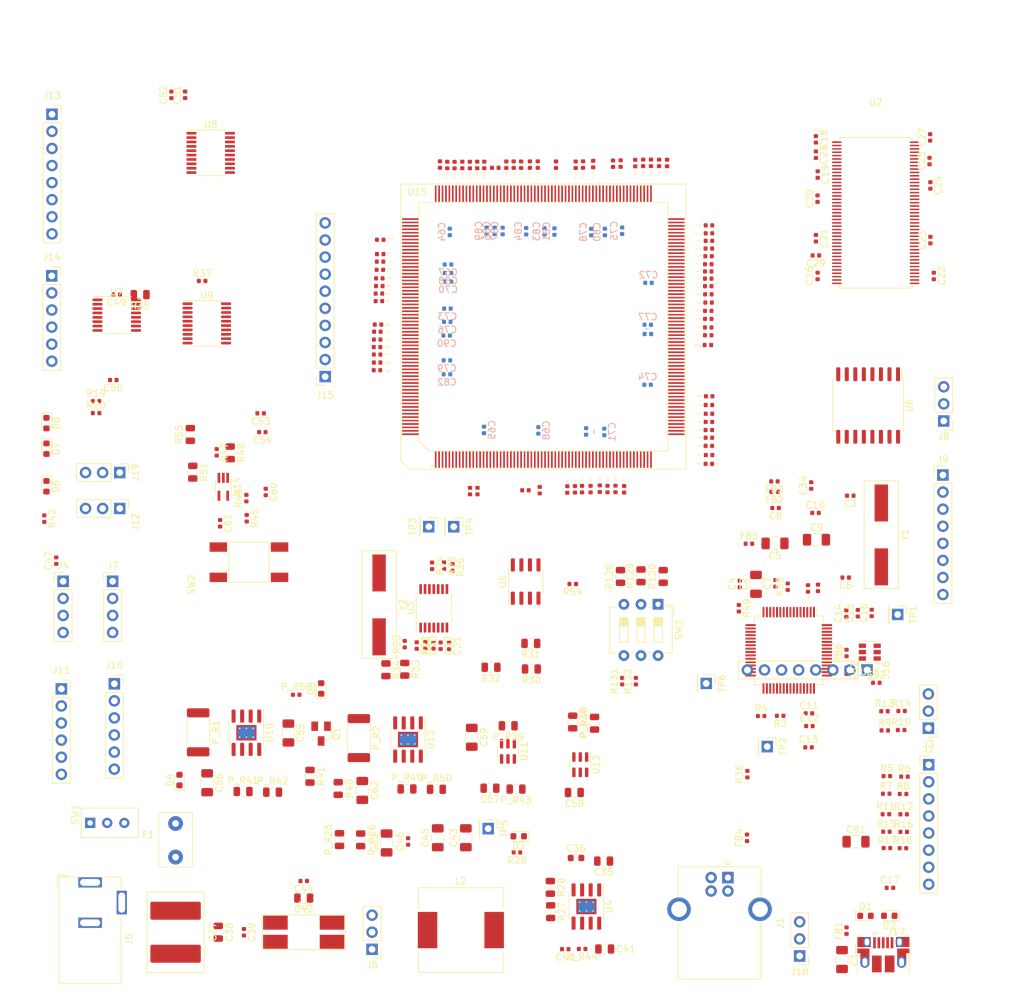
<source format=kicad_pcb>
(kicad_pcb (version 20171130) (host pcbnew 5.1.6-c6e7f7d~86~ubuntu16.04.1)
  (title_block (title Aardonyx) (rev v1.0) (comment 4 "Author:G Nambirajan"))
  (layers (0 F.Cu signal) (1 In1.Cu power) (2 In2.Cu power) (31 B.Cu jumper) (34 B.Paste user) (35 F.Paste user) (36 B.SilkS user) (37 F.SilkS user) (38 B.Mask user) (39 F.Mask user) (44 Edge.Cuts user))
  (net 0 "")
  (net 1 GND)
  (net 2 "Net-(C1-Pad1)")
  (net 3 "Net-(C2-Pad2)")
  (net 4 "Net-(C3-Pad1)")
  (net 5 "Net-(C5-Pad1)")
  (net 6 "Net-(C6-Pad1)")
  (net 7 "Net-(C10-Pad1)")
  (net 8 "Net-(C35-Pad1)")
  (net 9 "Net-(C36-Pad1)")
  (net 10 "Net-(C37-Pad1)")
  (net 11 "Net-(C40-Pad2)")
  (net 12 "Net-(C40-Pad1)")
  (net 13 "Net-(C41-Pad2)")
  (net 14 "Net-(C57-Pad1)")
  (net 15 "Net-(C58-Pad1)")
  (net 16 /arduino_header/RESET_AH)
  (net 17 "Net-(C91-Pad1)")
  (net 18 /ftdi/USB_DP)
  (net 19 /ftdi/USB_DM)
  (net 20 "Net-(D3-Pad2)")
  (net 21 "Net-(D4-Pad2)")
  (net 22 "Net-(D5-Pad1)")
  (net 23 "Net-(D5-Pad2)")
  (net 24 "Net-(D6-Pad2)")
  (net 25 "Net-(D7-Pad2)")
  (net 26 "Net-(D8-Pad2)")
  (net 27 "Net-(F1-Pad2)")
  (net 28 GNDA)
  (net 29 "Net-(J2-Pad7)")
  (net 30 /ftdi/TRST)
  (net 31 /ftdi/TMS)
  (net 32 /soc/TD0)
  (net 33 /ftdi/TDI)
  (net 34 /ftdi/TCK)
  (net 35 /ftdi/UART0_RX)
  (net 36 "Net-(J4-Pad3)")
  (net 37 "Net-(J4-Pad2)")
  (net 38 "Net-(J5-Pad1)")
  (net 39 /arduino_header/I2C0_SCL)
  (net 40 /arduino_header/QSPI0_NCS_H)
  (net 41 /arduino_header/QSPI0_NCS_F)
  (net 42 /arduino_header/QSPI0_NCS)
  (net 43 /arduino_header/QSPI0_CLK)
  (net 44 /arduino_header/QSPI0_IO0)
  (net 45 /soc/QSPI0_IO0)
  (net 46 /arduino_header/QSPI0_IO2)
  (net 47 /arduino_header/QSPI0_IO3)
  (net 48 /arduino_header/SPI1_CLK)
  (net 49 /arduino_header/SPI1_MISO)
  (net 50 /arduino_header/SPI1_MOSI)
  (net 51 /soc/SPI1_CLK)
  (net 52 /arduino_header/A7)
  (net 53 /arduino_header/A8)
  (net 54 /arduino_header/IO_14)
  (net 55 /arduino_header/IO_15)
  (net 56 "Net-(J13-Pad8)")
  (net 57 "Net-(J13-Pad1)")
  (net 58 /arduino_header/A0)
  (net 59 /arduino_header/A1)
  (net 60 /arduino_header/A2)
  (net 61 /arduino_header/A3)
  (net 62 /arduino_header/A4)
  (net 63 /arduino_header/A5)
  (net 64 /arduino_header/AH_I2C1_SCL)
  (net 65 /arduino_header/AH_I2C1_SDA)
  (net 66 /arduino_header/AH_IO_13)
  (net 67 /arduino_header/AH_IO_12)
  (net 68 /arduino_header/AH_IO_11)
  (net 69 /arduino_header/AH_IO_10)
  (net 70 /arduino_header/AH_IO_9)
  (net 71 /arduino_header/AH_IO_8)
  (net 72 /arduino_header/AH_IO_7)
  (net 73 /arduino_header/AH_IO_6)
  (net 74 /arduino_header/AH_IO_5)
  (net 75 /arduino_header/AH_IO_4)
  (net 76 /arduino_header/AH_IO_3)
  (net 77 /arduino_header/AH_IO_2)
  (net 78 /arduino_header/AH_IO_1)
  (net 79 /arduino_header/AH_IO_0)
  (net 80 "Net-(J17-Pad4)")
  (net 81 "Net-(P_R1-Pad2)")
  (net 82 "Net-(P_R2-Pad2)")
  (net 83 "Net-(P_R25-Pad2)")
  (net 84 /power_2/V18_REST_EN)
  (net 85 "Net-(P_R39-Pad2)")
  (net 86 "Net-(P_R40-Pad2)")
  (net 87 "Net-(P_R41-Pad2)")
  (net 88 /power_2/V18_EN)
  (net 89 "Net-(P_R49-Pad2)")
  (net 90 "Net-(Q1-Pad1)")
  (net 91 /ftdi/FT_RESET)
  (net 92 "Net-(R2-Pad1)")
  (net 93 "Net-(R3-Pad1)")
  (net 94 "Net-(R4-Pad1)")
  (net 95 "Net-(R21-Pad2)")
  (net 96 "Net-(R22-Pad2)")
  (net 97 /sdram/CLK)
  (net 98 "Net-(R24-Pad2)")
  (net 99 "Net-(R25-Pad1)")
  (net 100 "Net-(R25-Pad2)")
  (net 101 "Net-(R26-Pad2)")
  (net 102 "Net-(R26-Pad1)")
  (net 103 /arduino_header/SPI0_nCS)
  (net 104 "Net-(R36-Pad2)")
  (net 105 "Net-(R37-Pad2)")
  (net 106 "Net-(R38-Pad1)")
  (net 107 "Net-(R39-Pad1)")
  (net 108 /arduino_header/IO_13)
  (net 109 "Net-(R45-Pad2)")
  (net 110 "Net-(R47-Pad2)")
  (net 111 /power_2/RESET_ASIC)
  (net 112 /ftdi/RESET)
  (net 113 /ftdi/PWRSAV)
  (net 114 "Net-(R51-Pad2)")
  (net 115 /power_2/RESET)
  (net 116 "Net-(R57-Pad1)")
  (net 117 "Net-(R58-Pad1)")
  (net 118 /arduino_header/SPI0_CLK)
  (net 119 /arduino_header/SPI0_MISO)
  (net 120 "Net-(R59-Pad1)")
  (net 121 /arduino_header/SPI0_MOSI)
  (net 122 "Net-(R60-Pad1)")
  (net 123 "Net-(R61-Pad1)")
  (net 124 "Net-(R62-Pad1)")
  (net 125 "Net-(R63-Pad1)")
  (net 126 "Net-(R64-Pad1)")
  (net 127 "Net-(R65-Pad1)")
  (net 128 /sdram/SDRAM_A0)
  (net 129 "Net-(R66-Pad1)")
  (net 130 /sdram/SDRAM_A1)
  (net 131 /sdram/SDRAM_A2)
  (net 132 "Net-(R67-Pad1)")
  (net 133 "Net-(R68-Pad1)")
  (net 134 /sdram/SDRAM_A3)
  (net 135 /sdram/SDRAM_A4)
  (net 136 "Net-(R69-Pad1)")
  (net 137 "Net-(R70-Pad1)")
  (net 138 /sdram/SDRAM_A5)
  (net 139 /sdram/SDRAM_A6)
  (net 140 "Net-(R71-Pad1)")
  (net 141 "Net-(R72-Pad1)")
  (net 142 /sdram/SDRAM_A7)
  (net 143 /sdram/SDRAM_A8)
  (net 144 "Net-(R73-Pad1)")
  (net 145 "Net-(R74-Pad1)")
  (net 146 /sdram/SDRAM_A9)
  (net 147 /sdram/SDRAM_A10)
  (net 148 "Net-(R75-Pad1)")
  (net 149 "Net-(R76-Pad1)")
  (net 150 /sdram/SDRAM_A11)
  (net 151 "Net-(R77-Pad1)")
  (net 152 /sdram/SDRAM_A12)
  (net 153 /sdram/SDRAM_DQM0)
  (net 154 "Net-(R78-Pad1)")
  (net 155 "Net-(R79-Pad1)")
  (net 156 /sdram/SDRAM_DQM1)
  (net 157 "Net-(R80-Pad1)")
  (net 158 /sdram/SDRAM_DQM2)
  (net 159 /sdram/SDRAM_DQM3)
  (net 160 "Net-(R81-Pad1)")
  (net 161 /sdram/SDRAM_BA0)
  (net 162 "Net-(R82-Pad1)")
  (net 163 "Net-(R83-Pad1)")
  (net 164 /sdram/SDRAM_BA1)
  (net 165 "Net-(R84-Pad1)")
  (net 166 /sdram/SDRAM_CS)
  (net 167 /sdram/SDRAM_RAS)
  (net 168 "Net-(R85-Pad1)")
  (net 169 "Net-(R86-Pad1)")
  (net 170 /sdram/SDRAM_CAS)
  (net 171 /sdram/SDRAM_WE)
  (net 172 "Net-(R87-Pad1)")
  (net 173 "Net-(R88-Pad1)")
  (net 174 /sdram/SDRAM_CLK)
  (net 175 /sdram/SDRAM_CKE)
  (net 176 "Net-(R89-Pad1)")
  (net 177 "Net-(R90-Pad2)")
  (net 178 "Net-(R91-Pad2)")
  (net 179 "Net-(R92-Pad2)")
  (net 180 "Net-(R93-Pad2)")
  (net 181 "Net-(R94-Pad2)")
  (net 182 "Net-(R95-Pad2)")
  (net 183 /sdram/SDRAM_D0)
  (net 184 "Net-(R96-Pad2)")
  (net 185 "Net-(R97-Pad2)")
  (net 186 /sdram/SDRAM_D1)
  (net 187 /sdram/SDRAM_D2)
  (net 188 "Net-(R98-Pad2)")
  (net 189 "Net-(R99-Pad2)")
  (net 190 /sdram/SDRAM_D3)
  (net 191 /sdram/SDRAM_D4)
  (net 192 "Net-(R100-Pad2)")
  (net 193 "Net-(R101-Pad2)")
  (net 194 /sdram/SDRAM_D5)
  (net 195 /sdram/SDRAM_D6)
  (net 196 "Net-(R102-Pad2)")
  (net 197 "Net-(R103-Pad2)")
  (net 198 /sdram/SDRAM_D7)
  (net 199 /sdram/SDRAM_D8)
  (net 200 "Net-(R104-Pad2)")
  (net 201 "Net-(R105-Pad2)")
  (net 202 /sdram/SDRAM_D9)
  (net 203 /sdram/SDRAM_D10)
  (net 204 "Net-(R106-Pad2)")
  (net 205 /sdram/SDRAM_D11)
  (net 206 "Net-(R107-Pad2)")
  (net 207 "Net-(R108-Pad2)")
  (net 208 /sdram/SDRAM_D12)
  (net 209 /sdram/SDRAM_D13)
  (net 210 "Net-(R109-Pad2)")
  (net 211 "Net-(R110-Pad2)")
  (net 212 /sdram/SDRAM_D14)
  (net 213 /sdram/SDRAM_D15)
  (net 214 "Net-(R111-Pad2)")
  (net 215 /sdram/SDRAM_D16)
  (net 216 "Net-(R112-Pad2)")
  (net 217 /sdram/SDRAM_D17)
  (net 218 "Net-(R113-Pad2)")
  (net 219 /sdram/SDRAM_D18)
  (net 220 "Net-(R114-Pad2)")
  (net 221 "Net-(R115-Pad2)")
  (net 222 /sdram/SDRAM_D19)
  (net 223 "Net-(R116-Pad2)")
  (net 224 /sdram/SDRAM_D20)
  (net 225 /sdram/SDRAM_D21)
  (net 226 "Net-(R117-Pad2)")
  (net 227 "Net-(R118-Pad2)")
  (net 228 /sdram/SDRAM_D22)
  (net 229 /sdram/SDRAM_D23)
  (net 230 "Net-(R119-Pad2)")
  (net 231 /sdram/SDRAM_D24)
  (net 232 "Net-(R120-Pad2)")
  (net 233 "Net-(R121-Pad2)")
  (net 234 /sdram/SDRAM_D25)
  (net 235 /sdram/SDRAM_D26)
  (net 236 "Net-(R122-Pad2)")
  (net 237 "Net-(R123-Pad2)")
  (net 238 /sdram/SDRAM_D27)
  (net 239 "Net-(R124-Pad2)")
  (net 240 /sdram/SDRAM_D28)
  (net 241 "Net-(R125-Pad2)")
  (net 242 /sdram/SDRAM_D29)
  (net 243 "Net-(R126-Pad2)")
  (net 244 /sdram/SDRAM_D30)
  (net 245 /sdram/SDRAM_D31)
  (net 246 "Net-(R127-Pad2)")
  (net 247 /soc/TEST_MODE)
  (net 248 /soc/BOOT_MODE1)
  (net 249 /soc/BOOT_MODE0)
  (net 250 "Net-(R131-Pad2)")
  (net 251 "Net-(TP1-Pad1)")
  (net 252 "Net-(TP2-Pad1)")
  (net 253 "Net-(U1-Pad21)")
  (net 254 "Net-(U1-Pad23)")
  (net 255 "Net-(U1-Pad24)")
  (net 256 "Net-(U1-Pad26)")
  (net 257 "Net-(U1-Pad27)")
  (net 258 "Net-(U1-Pad28)")
  (net 259 "Net-(U1-Pad29)")
  (net 260 "Net-(U1-Pad30)")
  (net 261 "Net-(U1-Pad32)")
  (net 262 "Net-(U1-Pad33)")
  (net 263 "Net-(U1-Pad34)")
  (net 264 "Net-(U1-Pad40)")
  (net 265 "Net-(U1-Pad41)")
  (net 266 "Net-(U1-Pad43)")
  (net 267 "Net-(U1-Pad44)")
  (net 268 "Net-(U1-Pad45)")
  (net 269 "Net-(U1-Pad46)")
  (net 270 "Net-(U1-Pad48)")
  (net 271 "Net-(U1-Pad52)")
  (net 272 "Net-(U1-Pad53)")
  (net 273 "Net-(U1-Pad54)")
  (net 274 "Net-(U1-Pad55)")
  (net 275 "Net-(U1-Pad57)")
  (net 276 "Net-(U1-Pad58)")
  (net 277 "Net-(U1-Pad61)")
  (net 278 "Net-(U1-Pad62)")
  (net 279 "Net-(U1-Pad63)")
  (net 280 "Net-(U2-Pad14)")
  (net 281 "Net-(U2-Pad30)")
  (net 282 "Net-(U2-Pad57)")
  (net 283 "Net-(U2-Pad70)")
  (net 284 "Net-(U2-Pad73)")
  (net 285 "Net-(U3-Pad1)")
  (net 286 "Net-(U3-Pad14)")
  (net 287 "Net-(U5-Pad1)")
  (net 288 "Net-(U6-Pad3)")
  (net 289 "Net-(U6-Pad4)")
  (net 290 "Net-(U6-Pad5)")
  (net 291 "Net-(U6-Pad6)")
  (net 292 "Net-(U6-Pad11)")
  (net 293 "Net-(U6-Pad12)")
  (net 294 "Net-(U6-Pad13)")
  (net 295 "Net-(U6-Pad14)")
  (net 296 /arduino_header/IO_0)
  (net 297 /arduino_header/IO_1)
  (net 298 /arduino_header/IO_2)
  (net 299 /arduino_header/IO_3)
  (net 300 /arduino_header/IO_4)
  (net 301 /arduino_header/IO_5)
  (net 302 /arduino_header/IO_6)
  (net 303 /arduino_header/IO_7)
  (net 304 /arduino_header/I2C1_SDA)
  (net 305 /arduino_header/I2C1_SCL)
  (net 306 /arduino_header/IO_12)
  (net 307 /arduino_header/IO_11)
  (net 308 /arduino_header/IO_10)
  (net 309 /arduino_header/IO_9)
  (net 310 /arduino_header/IO_8)
  (net 311 "Net-(U10-Pad1)")
  (net 312 "Net-(U10-Pad4)")
  (net 313 "Net-(U10-Pad5)")
  (net 314 "Net-(U13-Pad1)")
  (net 315 "Net-(U13-Pad4)")
  (net 316 "Net-(U13-Pad5)")
  (net 317 "Net-(U15-Pad3)")
  (net 318 "Net-(U15-Pad1)")
  (net 319 "Net-(U15-Pad4)")
  (net 320 "Net-(U15-Pad6)")
  (net 321 "Net-(U15-Pad7)")
  (net 322 "Net-(U15-Pad9)")
  (net 323 "Net-(U15-Pad12)")
  (net 324 "Net-(U15-Pad13)")
  (net 325 "Net-(U15-Pad17)")
  (net 326 "Net-(U15-Pad19)")
  (net 327 "Net-(U15-Pad21)")
  (net 328 "Net-(U15-Pad22)")
  (net 329 "Net-(U15-Pad39)")
  (net 330 "Net-(U15-Pad43)")
  (net 331 "Net-(U15-Pad52)")
  (net 332 "Net-(U15-Pad55)")
  (net 333 "Net-(U15-Pad56)")
  (net 334 "Net-(U15-Pad57)")
  (net 335 "Net-(U15-Pad59)")
  (net 336 "Net-(U15-Pad60)")
  (net 337 "Net-(U15-Pad61)")
  (net 338 "Net-(U15-Pad62)")
  (net 339 "Net-(U15-Pad63)")
  (net 340 "Net-(U15-Pad64)")
  (net 341 "Net-(U15-Pad65)")
  (net 342 "Net-(U15-Pad67)")
  (net 343 "Net-(U15-Pad68)")
  (net 344 "Net-(U15-Pad69)")
  (net 345 "Net-(U15-Pad78)")
  (net 346 "Net-(U15-Pad81)")
  (net 347 "Net-(U15-Pad82)")
  (net 348 "Net-(U15-Pad83)")
  (net 349 "Net-(U15-Pad84)")
  (net 350 "Net-(U15-Pad85)")
  (net 351 "Net-(U15-Pad86)")
  (net 352 "Net-(U15-Pad87)")
  (net 353 "Net-(U15-Pad88)")
  (net 354 "Net-(U15-Pad89)")
  (net 355 "Net-(U15-Pad90)")
  (net 356 "Net-(U15-Pad91)")
  (net 357 "Net-(U15-Pad92)")
  (net 358 "Net-(U15-Pad93)")
  (net 359 "Net-(U15-Pad98)")
  (net 360 "Net-(U15-Pad99)")
  (net 361 "Net-(U15-Pad100)")
  (net 362 "Net-(U15-Pad107)")
  (net 363 "Net-(U15-Pad115)")
  (net 364 "Net-(U15-Pad119)")
  (net 365 "Net-(U15-Pad122)")
  (net 366 "Net-(U15-Pad123)")
  (net 367 "Net-(U15-Pad124)")
  (net 368 "Net-(U15-Pad125)")
  (net 369 "Net-(U15-Pad126)")
  (net 370 "Net-(U15-Pad127)")
  (net 371 "Net-(U15-Pad128)")
  (net 372 "Net-(U15-Pad132)")
  (net 373 "Net-(U15-Pad135)")
  (net 374 "Net-(U15-Pad136)")
  (net 375 "Net-(U15-Pad138)")
  (net 376 "Net-(U15-Pad141)")
  (net 377 "Net-(U15-Pad142)")
  (net 378 "Net-(U15-Pad145)")
  (net 379 "Net-(U15-Pad148)")
  (net 380 "Net-(U15-Pad151)")
  (net 381 "Net-(U15-Pad152)")
  (net 382 "Net-(U15-Pad153)")
  (net 383 "Net-(U15-Pad154)")
  (net 384 "Net-(U15-Pad155)")
  (net 385 "Net-(U15-Pad156)")
  (net 386 "Net-(U15-Pad162)")
  (net 387 "Net-(U15-Pad166)")
  (net 388 "Net-(U15-Pad168)")
  (net 389 "Net-(U15-Pad170)")
  (net 390 "Net-(U15-Pad172)")
  (net 391 "Net-(U15-Pad180)")
  (net 392 "Net-(U15-Pad181)")
  (net 393 "Net-(U15-Pad184)")
  (net 394 "Net-(U15-Pad185)")
  (net 395 "Net-(U15-Pad186)")
  (net 396 "Net-(U15-Pad188)")
  (net 397 "Net-(U15-Pad192)")
  (net 398 "Net-(U15-Pad193)")
  (net 399 "Net-(U15-Pad194)")
  (net 400 "Net-(U15-Pad195)")
  (net 401 "Net-(U15-Pad196)")
  (net 402 "Net-(U15-Pad197)")
  (net 403 "Net-(U15-Pad198)")
  (net 404 "Net-(U15-Pad200)")
  (net 405 "Net-(U15-Pad202)")
  (net 406 "Net-(U15-Pad204)")
  (net 407 "Net-(U15-Pad209)")
  (net 408 "Net-(U15-Pad216)")
  (net 409 "Net-(U15-Pad217)")
  (net 410 "Net-(U15-Pad218)")
  (net 411 "Net-(U15-Pad220)")
  (net 412 "Net-(U15-Pad221)")
  (net 413 "Net-(U15-Pad228)")
  (net 414 "Net-(U15-Pad242)")
  (net 415 "Net-(U15-Pad244)")
  (net 416 "Net-(U15-Pad246)")
  (net 417 "Net-(U15-Pad247)")
  (net 418 "Net-(U15-Pad248)")
  (net 419 "Net-(U15-Pad251)")
  (net 420 "Net-(U15-Pad252)")
  (net 421 "Net-(U15-Pad254)")
  (net 422 "Net-(U15-Pad255)")
  (net 423 "Net-(U15-Pad256)")
  (net 424 /ftdi/UART0_TX)
  (net 425 ~)
  (net 426 V3P3)
  (net 427 V5P0)
  (net 428 V1P8)
  (module Connector_PinHeader_2.54mm:PinHeader_1x01_P2.54mm_Vertical (layer F.Cu) (at 125.87 121.75 270)
    (fp_text reference TP6 (at 0 -2.33 90) (layer F.SilkS))
    (fp_text value TestPoint)
    (pad 1 thru_hole rect (at 0 0 270) (size 1.7 1.7) (drill 1) (layers *.Cu *.Mask) (net 91 /ftdi/FT_RESET))
  )
  (module Connector_PinHeader_2.54mm:PinHeader_1x01_P2.54mm_Vertical (layer F.Cu) (at 93.46 143.34 270)
    (fp_text reference TP5 (at 0 -2.33 90) (layer F.SilkS))
    (fp_text value TestPoint)
    (pad 1 thru_hole rect (at 0 0 270) (size 1.7 1.7) (drill 1) (layers *.Cu *.Mask) (net 425 ~))
  )
  (module Connector_PinHeader_2.54mm:PinHeader_1x01_P2.54mm_Vertical (layer F.Cu) (at 88.34 98.44 270)
    (fp_text reference TP4 (at 0 -2.33 90) (layer F.SilkS))
    (fp_text value TestPoint)
    (pad 1 thru_hole rect (at 0 0 270) (size 1.7 1.7) (drill 1) (layers *.Cu *.Mask) (net 102 "Net-(R26-Pad1)"))
  )
  (module Connector_PinHeader_2.54mm:PinHeader_1x01_P2.54mm_Vertical (layer F.Cu) (at 84.63 98.43 270)
    (fp_text reference TP3 (at -0.03 2.4 90) (layer F.SilkS))
    (fp_text value TestPoint)
    (pad 1 thru_hole rect (at 0 0 270) (size 1.7 1.7) (drill 1) (layers *.Cu *.Mask) (net 99 "Net-(R25-Pad1)"))
  )
  (module Connector_PinHeader_2.54mm:PinHeader_1x01_P2.54mm_Vertical (layer F.Cu) (at 134.94 131.14 270)
    (fp_text reference TP2 (at 0 -2.33 90) (layer F.SilkS))
    (fp_text value TestPoint)
    (pad 1 thru_hole rect (at 0 0 270) (size 1.7 1.7) (drill 1) (layers *.Cu *.Mask) (net 252 "Net-(TP2-Pad1)"))
  )
  (module Connector_PinHeader_2.54mm:PinHeader_1x01_P2.54mm_Vertical (layer F.Cu) (at 154.33 111.49 270)
    (fp_text reference TP1 (at 0 -2.33 90) (layer F.SilkS))
    (fp_text value TestPoint)
    (pad 1 thru_hole rect (at 0 0 270) (size 1.7 1.7) (drill 1) (layers *.Cu *.Mask) (net 251 "Net-(TP1-Pad1)"))
  )
  (module Aardonyx:L_Laird_L9.55_W2.84 (layer F.Cu) (at 66.04 158.75)
    (fp_text reference L1 (at 0 -4.0005) (layer F.SilkS))
    (fp_text value CM3421Y600R-10)
    (pad 4 smd rect (at 4.21 -1.4225) (size 3.66 2.085) (layers F.Cu F.Paste F.Mask) (net 425 ~))
    (pad 3 smd rect (at 4.21 1.4225) (size 3.66 2.085) (layers F.Cu F.Paste F.Mask) (net 1 GND))
    (pad 1 smd rect (at -4.21 -1.4225) (size 3.66 2.085) (layers F.Cu F.Paste F.Mask) (net 10 "Net-(C37-Pad1)"))
    (pad 2 smd rect (at -4.21 1.4225) (size 3.66 2.085) (layers F.Cu F.Paste F.Mask) (net 1 GND))
  )
  (module Aardonyx:Crystal_SMD_ROHS_CSM_7XDN_HandSoldering (layer F.Cu) (at 77.246 110.066 270)
    (fp_text reference Y2 (at 0 -3.55 90) (layer F.SilkS))
    (fp_text value 27MHz)
    (pad 2 smd rect (at 4.75 0 270) (size 5.5 2) (layers F.Cu F.Paste F.Mask) (net 285 "Net-(U3-Pad1)"))
    (pad 1 smd rect (at -4.75 0 270) (size 5.5 2) (layers F.Cu F.Paste F.Mask) (net 286 "Net-(U3-Pad14)"))
  )
  (module Aardonyx:Crystal_SMD_ROHS_CSM_7XDN_HandSoldering (layer F.Cu) (at 151.9 99.66 270)
    (fp_text reference Y1 (at 0 -3.55 90) (layer F.SilkS))
    (fp_text value 12MHz)
    (pad 2 smd rect (at 4.75 0 270) (size 5.5 2) (layers F.Cu F.Paste F.Mask) (net 6 "Net-(C6-Pad1)"))
    (pad 1 smd rect (at -4.75 0 270) (size 5.5 2) (layers F.Cu F.Paste F.Mask) (net 4 "Net-(C3-Pad1)"))
  )
  (module Aardonyx:SKT32E_IITM (layer F.Cu) (at 101.66 68.68)
    (fp_text reference U15 (at -18.74 -20.03) (layer F.SilkS))
    (fp_text value SKT32E)
    (pad 256 smd rect (at -18.5 16.002 270) (size 0.24 2.5) (drill (offset 0 1.25)) (layers F.Cu F.Paste F.Mask) (net 423 "Net-(U15-Pad256)"))
    (pad 255 smd rect (at -18.5 15.494 270) (size 0.24 2.5) (drill (offset 0 1.25)) (layers F.Cu F.Paste F.Mask) (net 422 "Net-(U15-Pad255)"))
    (pad 254 smd rect (at -18.5 14.986 270) (size 0.24 2.5) (drill (offset 0 1.25)) (layers F.Cu F.Paste F.Mask) (net 421 "Net-(U15-Pad254)"))
    (pad 253 smd rect (at -18.5 14.478 270) (size 0.24 2.5) (drill (offset 0 1.25)) (layers F.Cu F.Paste F.Mask) (net 309 /arduino_header/IO_9))
    (pad 252 smd rect (at -18.5 13.97 270) (size 0.24 2.5) (drill (offset 0 1.25)) (layers F.Cu F.Paste F.Mask) (net 420 "Net-(U15-Pad252)"))
    (pad 251 smd rect (at -18.5 13.462 270) (size 0.24 2.5) (drill (offset 0 1.25)) (layers F.Cu F.Paste F.Mask) (net 419 "Net-(U15-Pad251)"))
    (pad 250 smd rect (at -18.5 12.954 270) (size 0.24 2.5) (drill (offset 0 1.25)) (layers F.Cu F.Paste F.Mask) (net 310 /arduino_header/IO_8))
    (pad 249 smd rect (at -18.5 12.446 270) (size 0.24 2.5) (drill (offset 0 1.25)) (layers F.Cu F.Paste F.Mask) (net 303 /arduino_header/IO_7))
    (pad 248 smd rect (at -18.5 11.938 270) (size 0.24 2.5) (drill (offset 0 1.25)) (layers F.Cu F.Paste F.Mask) (net 418 "Net-(U15-Pad248)"))
    (pad 247 smd rect (at -18.5 11.43 270) (size 0.24 2.5) (drill (offset 0 1.25)) (layers F.Cu F.Paste F.Mask) (net 417 "Net-(U15-Pad247)"))
    (pad 246 smd rect (at -18.5 10.922 270) (size 0.24 2.5) (drill (offset 0 1.25)) (layers F.Cu F.Paste F.Mask Eco2.User) (net 416 "Net-(U15-Pad246)"))
    (pad 245 smd rect (at -18.5 10.414 270) (size 0.24 2.5) (drill (offset 0 1.25)) (layers F.Cu F.Paste F.Mask) (net 302 /arduino_header/IO_6))
    (pad 244 smd rect (at -18.5 9.906 270) (size 0.24 2.5) (drill (offset 0 1.25)) (layers F.Cu F.Paste F.Mask) (net 415 "Net-(U15-Pad244)"))
    (pad 243 smd rect (at -18.5 9.398 270) (size 0.24 2.5) (drill (offset 0 1.25)) (layers F.Cu F.Paste F.Mask) (net 301 /arduino_header/IO_5))
    (pad 242 smd rect (at -18.5 8.89 270) (size 0.24 2.5) (drill (offset 0 1.25)) (layers F.Cu F.Paste F.Mask) (net 414 "Net-(U15-Pad242)"))
    (pad 241 smd rect (at -18.5 8.382 270) (size 0.24 2.5) (drill (offset 0 1.25)) (layers F.Cu F.Paste F.Mask) (net 300 /arduino_header/IO_4))
    (pad 240 smd rect (at -18.5 7.874 270) (size 0.24 2.5) (drill (offset 0 1.25)) (layers F.Cu F.Paste F.Mask) (net 299 /arduino_header/IO_3))
    (pad 239 smd rect (at -18.5 7.366 270) (size 0.24 2.5) (drill (offset 0 1.25)) (layers F.Cu F.Paste F.Mask) (net 298 /arduino_header/IO_2))
    (pad 238 smd rect (at -18.5 6.858 270) (size 0.24 2.5) (drill (offset 0 1.25)) (layers F.Cu F.Paste F.Mask) (net 1 GND))
    (pad 237 smd rect (at -18.5 6.35 270) (size 0.24 2.5) (drill (offset 0 1.25)) (layers F.Cu F.Paste F.Mask) (net 428 V1P8))
    (pad 236 smd rect (at -18.5 5.842 270) (size 0.24 2.5) (drill (offset 0 1.25)) (layers F.Cu F.Paste F.Mask) (net 297 /arduino_header/IO_1))
    (pad 235 smd rect (at -18.5 5.334 270) (size 0.24 2.5) (drill (offset 0 1.25)) (layers F.Cu F.Paste F.Mask) (net 296 /arduino_header/IO_0))
    (pad 234 smd rect (at -18.5 4.826 270) (size 0.24 2.5) (drill (offset 0 1.25)) (layers F.Cu F.Paste F.Mask) (net 428 V1P8))
    (pad 233 smd rect (at -18.5 4.318 270) (size 0.24 2.5) (drill (offset 0 1.25)) (layers F.Cu F.Paste F.Mask) (net 173 "Net-(R88-Pad1)"))
    (pad 232 smd rect (at -18.5 3.81 270) (size 0.24 2.5) (drill (offset 0 1.25)) (layers F.Cu F.Paste F.Mask) (net 176 "Net-(R89-Pad1)"))
    (pad 231 smd rect (at -18.5 3.302 270) (size 0.24 2.5) (drill (offset 0 1.25)) (layers F.Cu F.Paste F.Mask) (net 162 "Net-(R82-Pad1)"))
    (pad 230 smd rect (at -18.5 2.794 270) (size 0.24 2.5) (drill (offset 0 1.25)) (layers F.Cu F.Paste F.Mask) (net 163 "Net-(R83-Pad1)"))
    (pad 229 smd rect (at -18.5 2.286 270) (size 0.24 2.5) (drill (offset 0 1.25)) (layers F.Cu F.Paste F.Mask) (net 154 "Net-(R78-Pad1)"))
    (pad 228 smd rect (at -18.5 1.778 270) (size 0.24 2.5) (drill (offset 0 1.25)) (layers F.Cu F.Paste F.Mask) (net 413 "Net-(U15-Pad228)"))
    (pad 227 smd rect (at -18.5 1.27 270) (size 0.24 2.5) (drill (offset 0 1.25)) (layers F.Cu F.Paste F.Mask) (net 155 "Net-(R79-Pad1)"))
    (pad 226 smd rect (at -18.5 0.762 270) (size 0.24 2.5) (drill (offset 0 1.25)) (layers F.Cu F.Paste F.Mask) (net 157 "Net-(R80-Pad1)"))
    (pad 225 smd rect (at -18.5 0.254 270) (size 0.24 2.5) (drill (offset 0 1.25)) (layers F.Cu F.Paste F.Mask) (net 1 GND))
    (pad 224 smd rect (at -18.5 -0.254 270) (size 0.24 2.5) (drill (offset 0 1.25)) (layers F.Cu F.Paste F.Mask) (net 426 V3P3))
    (pad 223 smd rect (at -18.5 -0.762 270) (size 0.24 2.5) (drill (offset 0 1.25)) (layers F.Cu F.Paste F.Mask) (net 1 GND))
    (pad 222 smd rect (at -18.5 -1.27 270) (size 0.24 2.5) (drill (offset 0 1.25)) (layers F.Cu F.Paste F.Mask) (net 428 V1P8))
    (pad 221 smd rect (at -18.5 -1.778 270) (size 0.24 2.5) (drill (offset 0 1.25)) (layers F.Cu F.Paste F.Mask) (net 412 "Net-(U15-Pad221)"))
    (pad 220 smd rect (at -18.5 -2.286 270) (size 0.24 2.5) (drill (offset 0 1.25)) (layers F.Cu F.Paste F.Mask) (net 411 "Net-(U15-Pad220)"))
    (pad 219 smd rect (at -18.5 -2.794 270) (size 0.24 2.5) (drill (offset 0 1.25)) (layers F.Cu F.Paste F.Mask) (net 428 V1P8))
    (pad 218 smd rect (at -18.5 -3.302 270) (size 0.24 2.5) (drill (offset 0 1.25)) (layers F.Cu F.Paste F.Mask) (net 410 "Net-(U15-Pad218)"))
    (pad 217 smd rect (at -18.5 -3.81 270) (size 0.24 2.5) (drill (offset 0 1.25)) (layers F.Cu F.Paste F.Mask) (net 409 "Net-(U15-Pad217)"))
    (pad 216 smd rect (at -18.5 -4.318 270) (size 0.24 2.5) (drill (offset 0 1.25)) (layers F.Cu F.Paste F.Mask) (net 408 "Net-(U15-Pad216)"))
    (pad 215 smd rect (at -18.5 -4.826 270) (size 0.24 2.5) (drill (offset 0 1.25)) (layers F.Cu F.Paste F.Mask) (net 160 "Net-(R81-Pad1)"))
    (pad 214 smd rect (at -18.5 -5.334 270) (size 0.24 2.5) (drill (offset 0 1.25)) (layers F.Cu F.Paste F.Mask) (net 172 "Net-(R87-Pad1)"))
    (pad 213 smd rect (at -18.5 -5.842 270) (size 0.24 2.5) (drill (offset 0 1.25)) (layers F.Cu F.Paste F.Mask) (net 169 "Net-(R86-Pad1)"))
    (pad 212 smd rect (at -18.5 -6.35 270) (size 0.24 2.5) (drill (offset 0 1.25)) (layers F.Cu F.Paste F.Mask) (net 168 "Net-(R85-Pad1)"))
    (pad 211 smd rect (at -18.5 -6.858 270) (size 0.24 2.5) (drill (offset 0 1.25)) (layers F.Cu F.Paste F.Mask) (net 428 V1P8))
    (pad 210 smd rect (at -18.5 -7.366 270) (size 0.24 2.5) (drill (offset 0 1.25)) (layers F.Cu F.Paste F.Mask) (net 428 V1P8))
    (pad 209 smd rect (at -18.5 -7.874 270) (size 0.24 2.5) (drill (offset 0 1.25)) (layers F.Cu F.Paste F.Mask) (net 407 "Net-(U15-Pad209)"))
    (pad 208 smd rect (at -18.5 -8.382 270) (size 0.24 2.5) (drill (offset 0 1.25)) (layers F.Cu F.Paste F.Mask) (net 1 GND))
    (pad 207 smd rect (at -18.5 -8.89 270) (size 0.24 2.5) (drill (offset 0 1.25)) (layers F.Cu F.Paste F.Mask) (net 426 V3P3))
    (pad 206 smd rect (at -18.5 -9.398 270) (size 0.24 2.5) (drill (offset 0 1.25)) (layers F.Cu F.Paste F.Mask) (net 1 GND))
    (pad 205 smd rect (at -18.5 -9.906 270) (size 0.24 2.5) (drill (offset 0 1.25)) (layers F.Cu F.Paste F.Mask) (net 165 "Net-(R84-Pad1)"))
    (pad 204 smd rect (at -18.5 -10.414 270) (size 0.24 2.5) (drill (offset 0 1.25)) (layers F.Cu F.Paste F.Mask) (net 406 "Net-(U15-Pad204)"))
    (pad 203 smd rect (at -18.5 -10.922 270) (size 0.24 2.5) (drill (offset 0 1.25)) (layers F.Cu F.Paste F.Mask) (net 184 "Net-(R96-Pad2)"))
    (pad 202 smd rect (at -18.5 -11.43 270) (size 0.24 2.5) (drill (offset 0 1.25)) (layers F.Cu F.Paste F.Mask) (net 405 "Net-(U15-Pad202)"))
    (pad 201 smd rect (at -18.5 -11.938 270) (size 0.24 2.5) (drill (offset 0 1.25)) (layers F.Cu F.Paste F.Mask) (net 185 "Net-(R97-Pad2)"))
    (pad 200 smd rect (at -18.5 -12.446 270) (size 0.24 2.5) (drill (offset 0 1.25)) (layers F.Cu F.Paste F.Mask) (net 404 "Net-(U15-Pad200)"))
    (pad 199 smd rect (at -18.5 -12.954 270) (size 0.24 2.5) (drill (offset 0 1.25)) (layers F.Cu F.Paste F.Mask) (net 188 "Net-(R98-Pad2)"))
    (pad 198 smd rect (at -18.5 -13.462 270) (size 0.24 2.5) (drill (offset 0 1.25)) (layers F.Cu F.Paste F.Mask) (net 403 "Net-(U15-Pad198)"))
    (pad 197 smd rect (at -18.5 -13.97 270) (size 0.24 2.5) (drill (offset 0 1.25)) (layers F.Cu F.Paste F.Mask) (net 402 "Net-(U15-Pad197)"))
    (pad 196 smd rect (at -18.5 -14.478 270) (size 0.24 2.5) (drill (offset 0 1.25)) (layers F.Cu F.Paste F.Mask) (net 401 "Net-(U15-Pad196)"))
    (pad 195 smd rect (at -18.5 -14.986 270) (size 0.24 2.5) (drill (offset 0 1.25)) (layers F.Cu F.Paste F.Mask) (net 400 "Net-(U15-Pad195)"))
    (pad 194 smd rect (at -18.5 -15.494 270) (size 0.24 2.5) (drill (offset 0 1.25)) (layers F.Cu F.Paste F.Mask) (net 399 "Net-(U15-Pad194)"))
    (pad 193 smd rect (at -18.5 -16.002 270) (size 0.24 2.5) (drill (offset 0 1.25)) (layers F.Cu F.Paste F.Mask) (net 398 "Net-(U15-Pad193)"))
    (pad 192 smd rect (at -16.002 -18.5 180) (size 0.24 2.5) (drill (offset 0 1.25)) (layers F.Cu F.Paste F.Mask) (net 397 "Net-(U15-Pad192)"))
    (pad 191 smd rect (at -15.494 -18.5 180) (size 0.24 2.5) (drill (offset 0 1.25)) (layers F.Cu F.Paste F.Mask) (net 189 "Net-(R99-Pad2)"))
    (pad 190 smd rect (at -14.986 -18.5 180) (size 0.24 2.5) (drill (offset 0 1.25)) (layers F.Cu F.Paste F.Mask) (net 192 "Net-(R100-Pad2)"))
    (pad 189 smd rect (at -14.478 -18.5 180) (size 0.24 2.5) (drill (offset 0 1.25)) (layers F.Cu F.Paste F.Mask) (net 428 V1P8))
    (pad 188 smd rect (at -13.97 -18.5 180) (size 0.24 2.5) (drill (offset 0 1.25)) (layers F.Cu F.Paste F.Mask) (net 396 "Net-(U15-Pad188)"))
    (pad 187 smd rect (at -13.462 -18.5 180) (size 0.24 2.5) (drill (offset 0 1.25)) (layers F.Cu F.Paste F.Mask) (net 193 "Net-(R101-Pad2)"))
    (pad 186 smd rect (at -12.954 -18.5 180) (size 0.24 2.5) (drill (offset 0 1.25)) (layers F.Cu F.Paste F.Mask) (net 395 "Net-(U15-Pad186)"))
    (pad 185 smd rect (at -12.446 -18.5 180) (size 0.24 2.5) (drill (offset 0 1.25)) (layers F.Cu F.Paste F.Mask) (net 394 "Net-(U15-Pad185)"))
    (pad 184 smd rect (at -11.938 -18.5 180) (size 0.24 2.5) (drill (offset 0 1.25)) (layers F.Cu F.Paste F.Mask) (net 393 "Net-(U15-Pad184)"))
    (pad 183 smd rect (at -11.43 -18.5 180) (size 0.24 2.5) (drill (offset 0 1.25)) (layers F.Cu F.Paste F.Mask) (net 196 "Net-(R102-Pad2)"))
    (pad 182 smd rect (at -10.922 -18.5 180) (size 0.24 2.5) (drill (offset 0 1.25)) (layers F.Cu F.Paste F.Mask) (net 197 "Net-(R103-Pad2)"))
    (pad 181 smd rect (at -10.414 -18.5 180) (size 0.24 2.5) (drill (offset 0 1.25)) (layers F.Cu F.Paste F.Mask) (net 392 "Net-(U15-Pad181)"))
    (pad 180 smd rect (at -9.906 -18.5 180) (size 0.24 2.5) (drill (offset 0 1.25)) (layers F.Cu F.Paste F.Mask) (net 391 "Net-(U15-Pad180)"))
    (pad 179 smd rect (at -9.398 -18.5 180) (size 0.24 2.5) (drill (offset 0 1.25)) (layers F.Cu F.Paste F.Mask) (net 200 "Net-(R104-Pad2)"))
    (pad 178 smd rect (at -8.89 -18.5 180) (size 0.24 2.5) (drill (offset 0 1.25)) (layers F.Cu F.Paste F.Mask) (net 201 "Net-(R105-Pad2)"))
    (pad 177 smd rect (at -8.382 -18.5 180) (size 0.24 2.5) (drill (offset 0 1.25)) (layers F.Cu F.Paste F.Mask) (net 428 V1P8))
    (pad 176 smd rect (at -7.874 -18.5 180) (size 0.24 2.5) (drill (offset 0 1.25)) (layers F.Cu F.Paste F.Mask) (net 1 GND))
    (pad 175 smd rect (at -7.366 -18.5 180) (size 0.24 2.5) (drill (offset 0 1.25)) (layers F.Cu F.Paste F.Mask) (net 426 V3P3))
    (pad 174 smd rect (at -6.858 -18.5 180) (size 0.24 2.5) (drill (offset 0 1.25)) (layers F.Cu F.Paste F.Mask) (net 1 GND))
    (pad 173 smd rect (at -6.35 -18.5 180) (size 0.24 2.5) (drill (offset 0 1.25)) (layers F.Cu F.Paste F.Mask) (net 428 V1P8))
    (pad 172 smd rect (at -5.842 -18.5 180) (size 0.24 2.5) (drill (offset 0 1.25)) (layers F.Cu F.Paste F.Mask) (net 390 "Net-(U15-Pad172)"))
    (pad 171 smd rect (at -5.334 -18.5 180) (size 0.24 2.5) (drill (offset 0 1.25)) (layers F.Cu F.Paste F.Mask) (net 204 "Net-(R106-Pad2)"))
    (pad 170 smd rect (at -4.826 -18.5 180) (size 0.24 2.5) (drill (offset 0 1.25)) (layers F.Cu F.Paste F.Mask) (net 389 "Net-(U15-Pad170)"))
    (pad 169 smd rect (at -4.318 -18.5 180) (size 0.24 2.5) (drill (offset 0 1.25)) (layers F.Cu F.Paste F.Mask) (net 206 "Net-(R107-Pad2)"))
    (pad 168 smd rect (at -3.81 -18.5 180) (size 0.24 2.5) (drill (offset 0 1.25)) (layers F.Cu F.Paste F.Mask) (net 388 "Net-(U15-Pad168)"))
    (pad 167 smd rect (at -3.302 -18.5 180) (size 0.24 2.5) (drill (offset 0 1.25)) (layers F.Cu F.Paste F.Mask) (net 207 "Net-(R108-Pad2)"))
    (pad 166 smd rect (at -2.794 -18.5 180) (size 0.24 2.5) (drill (offset 0 1.25)) (layers F.Cu F.Paste F.Mask) (net 387 "Net-(U15-Pad166)"))
    (pad 165 smd rect (at -2.286 -18.5 180) (size 0.24 2.5) (drill (offset 0 1.25)) (layers F.Cu F.Paste F.Mask) (net 428 V1P8))
    (pad 164 smd rect (at -1.778 -18.5 180) (size 0.24 2.5) (drill (offset 0 1.25)) (layers F.Cu F.Paste F.Mask) (net 210 "Net-(R109-Pad2)"))
    (pad 163 smd rect (at -1.27 -18.5 180) (size 0.24 2.5) (drill (offset 0 1.25)) (layers F.Cu F.Paste F.Mask) (net 211 "Net-(R110-Pad2)"))
    (pad 162 smd rect (at -0.762 -18.5 180) (size 0.24 2.5) (drill (offset 0 1.25)) (layers F.Cu F.Paste F.Mask) (net 386 "Net-(U15-Pad162)"))
    (pad 161 smd rect (at -0.254 -18.5 180) (size 0.24 2.5) (drill (offset 0 1.25)) (layers F.Cu F.Paste F.Mask) (net 1 GND))
    (pad 160 smd rect (at 0.254 -18.5 180) (size 0.24 2.5) (drill (offset 0 1.25)) (layers F.Cu F.Paste F.Mask) (net 426 V3P3))
    (pad 159 smd rect (at 0.762 -18.5 180) (size 0.24 2.5) (drill (offset 0 1.25)) (layers F.Cu F.Paste F.Mask) (net 1 GND))
    (pad 158 smd rect (at 1.27 -18.5 180) (size 0.24 2.5) (drill (offset 0 1.25)) (layers F.Cu F.Paste F.Mask) (net 428 V1P8))
    (pad 157 smd rect (at 1.778 -18.5 180) (size 0.24 2.5) (drill (offset 0 1.25)) (layers F.Cu F.Paste F.Mask) (net 214 "Net-(R111-Pad2)"))
    (pad 156 smd rect (at 2.286 -18.5 180) (size 0.24 2.5) (drill (offset 0 1.25)) (layers F.Cu F.Paste F.Mask) (net 385 "Net-(U15-Pad156)"))
    (pad 155 smd rect (at 2.794 -18.5 180) (size 0.24 2.5) (drill (offset 0 1.25)) (layers F.Cu F.Paste F.Mask) (net 384 "Net-(U15-Pad155)"))
    (pad 154 smd rect (at 3.302 -18.5 180) (size 0.24 2.5) (drill (offset 0 1.25)) (layers F.Cu F.Paste F.Mask) (net 383 "Net-(U15-Pad154)"))
    (pad 153 smd rect (at 3.81 -18.5 180) (size 0.24 2.5) (drill (offset 0 1.25)) (layers F.Cu F.Paste F.Mask) (net 382 "Net-(U15-Pad153)"))
    (pad 152 smd rect (at 4.318 -18.5 180) (size 0.24 2.5) (drill (offset 0 1.25)) (layers F.Cu F.Paste F.Mask) (net 381 "Net-(U15-Pad152)"))
    (pad 151 smd rect (at 4.826 -18.5 180) (size 0.24 2.5) (drill (offset 0 1.25)) (layers F.Cu F.Paste F.Mask) (net 380 "Net-(U15-Pad151)"))
    (pad 150 smd rect (at 5.334 -18.5 180) (size 0.24 2.5) (drill (offset 0 1.25)) (layers F.Cu F.Paste F.Mask) (net 216 "Net-(R112-Pad2)"))
    (pad 149 smd rect (at 5.842 -18.5 180) (size 0.24 2.5) (drill (offset 0 1.25)) (layers F.Cu F.Paste F.Mask) (net 218 "Net-(R113-Pad2)"))
    (pad 148 smd rect (at 6.35 -18.5 180) (size 0.24 2.5) (drill (offset 0 1.25)) (layers F.Cu F.Paste F.Mask) (net 379 "Net-(U15-Pad148)"))
    (pad 147 smd rect (at 6.858 -18.5 180) (size 0.24 2.5) (drill (offset 0 1.25)) (layers F.Cu F.Paste F.Mask) (net 428 V1P8))
    (pad 146 smd rect (at 7.366 -18.5 180) (size 0.24 2.5) (drill (offset 0 1.25)) (layers F.Cu F.Paste F.Mask) (net 220 "Net-(R114-Pad2)"))
    (pad 145 smd rect (at 7.874 -18.5 180) (size 0.24 2.5) (drill (offset 0 1.25)) (layers F.Cu F.Paste F.Mask) (net 378 "Net-(U15-Pad145)"))
    (pad 144 smd rect (at 8.382 -18.5 180) (size 0.24 2.5) (drill (offset 0 1.25)) (layers F.Cu F.Paste F.Mask) (net 1 GND))
    (pad 143 smd rect (at 8.89 -18.5 180) (size 0.24 2.5) (drill (offset 0 1.25)) (layers F.Cu F.Paste F.Mask) (net 426 V3P3))
    (pad 142 smd rect (at 9.398 -18.5 180) (size 0.24 2.5) (drill (offset 0 1.25)) (layers F.Cu F.Paste F.Mask) (net 377 "Net-(U15-Pad142)"))
    (pad 141 smd rect (at 9.906 -18.5 180) (size 0.24 2.5) (drill (offset 0 1.25)) (layers F.Cu F.Paste F.Mask) (net 376 "Net-(U15-Pad141)"))
    (pad 140 smd rect (at 10.414 -18.5 180) (size 0.24 2.5) (drill (offset 0 1.25)) (layers F.Cu F.Paste F.Mask) (net 223 "Net-(R116-Pad2)"))
    (pad 139 smd rect (at 10.922 -18.5 180) (size 0.24 2.5) (drill (offset 0 1.25)) (layers F.Cu F.Paste F.Mask) (net 221 "Net-(R115-Pad2)"))
    (pad 138 smd rect (at 11.43 -18.5 180) (size 0.24 2.5) (drill (offset 0 1.25)) (layers F.Cu F.Paste F.Mask) (net 375 "Net-(U15-Pad138)"))
    (pad 137 smd rect (at 11.938 -18.5 180) (size 0.24 2.5) (drill (offset 0 1.25)) (layers F.Cu F.Paste F.Mask) (net 428 V1P8))
    (pad 136 smd rect (at 12.446 -18.5 180) (size 0.24 2.5) (drill (offset 0 1.25)) (layers F.Cu F.Paste F.Mask) (net 374 "Net-(U15-Pad136)"))
    (pad 135 smd rect (at 12.954 -18.5 180) (size 0.24 2.5) (drill (offset 0 1.25)) (layers F.Cu F.Paste F.Mask) (net 373 "Net-(U15-Pad135)"))
    (pad 134 smd rect (at 13.462 -18.5 180) (size 0.24 2.5) (drill (offset 0 1.25)) (layers F.Cu F.Paste F.Mask) (net 226 "Net-(R117-Pad2)"))
    (pad 133 smd rect (at 13.97 -18.5 180) (size 0.24 2.5) (drill (offset 0 1.25)) (layers F.Cu F.Paste F.Mask) (net 227 "Net-(R118-Pad2)"))
    (pad 132 smd rect (at 14.478 -18.5 180) (size 0.24 2.5) (drill (offset 0 1.25)) (layers F.Cu F.Paste F.Mask) (net 372 "Net-(U15-Pad132)"))
    (pad 131 smd rect (at 14.986 -18.5 180) (size 0.24 2.5) (drill (offset 0 1.25)) (layers F.Cu F.Paste F.Mask) (net 232 "Net-(R120-Pad2)"))
    (pad 130 smd rect (at 15.494 -18.5 180) (size 0.24 2.5) (drill (offset 0 1.25)) (layers F.Cu F.Paste F.Mask) (net 233 "Net-(R121-Pad2)"))
    (pad 129 smd rect (at 16.002 -18.5 180) (size 0.24 2.5) (drill (offset 0 1.25)) (layers F.Cu F.Paste F.Mask) (net 230 "Net-(R119-Pad2)"))
    (pad 128 smd rect (at 18.5 -16.002 90) (size 0.24 2.5) (drill (offset 0 1.25)) (layers F.Cu F.Paste F.Mask) (net 371 "Net-(U15-Pad128)"))
    (pad 127 smd rect (at 18.5 -15.494 90) (size 0.24 2.5) (drill (offset 0 1.25)) (layers F.Cu F.Paste F.Mask) (net 370 "Net-(U15-Pad127)"))
    (pad 126 smd rect (at 18.5 -14.986 90) (size 0.24 2.5) (drill (offset 0 1.25)) (layers F.Cu F.Paste F.Mask) (net 369 "Net-(U15-Pad126)"))
    (pad 125 smd rect (at 18.5 -14.478 90) (size 0.24 2.5) (drill (offset 0 1.25)) (layers F.Cu F.Paste F.Mask) (net 368 "Net-(U15-Pad125)"))
    (pad 124 smd rect (at 18.5 -13.97 90) (size 0.24 2.5) (drill (offset 0 1.25)) (layers F.Cu F.Paste F.Mask) (net 367 "Net-(U15-Pad124)"))
    (pad 123 smd rect (at 18.5 -13.462 90) (size 0.24 2.5) (drill (offset 0 1.25)) (layers F.Cu F.Paste F.Mask) (net 366 "Net-(U15-Pad123)"))
    (pad 122 smd rect (at 18.5 -12.954 90) (size 0.24 2.5) (drill (offset 0 1.25)) (layers F.Cu F.Paste F.Mask) (net 365 "Net-(U15-Pad122)"))
    (pad 121 smd rect (at 18.5 -12.446 90) (size 0.24 2.5) (drill (offset 0 1.25)) (layers F.Cu F.Paste F.Mask) (net 236 "Net-(R122-Pad2)"))
    (pad 120 smd rect (at 18.5 -11.938 90) (size 0.24 2.5) (drill (offset 0 1.25)) (layers F.Cu F.Paste F.Mask) (net 237 "Net-(R123-Pad2)"))
    (pad 119 smd rect (at 18.5 -11.43 90) (size 0.24 2.5) (drill (offset 0 1.25)) (layers F.Cu F.Paste F.Mask) (net 364 "Net-(U15-Pad119)"))
    (pad 118 smd rect (at 18.5 -10.922 90) (size 0.24 2.5) (drill (offset 0 1.25)) (layers F.Cu F.Paste F.Mask) (net 239 "Net-(R124-Pad2)"))
    (pad 117 smd rect (at 18.5 -10.414 90) (size 0.24 2.5) (drill (offset 0 1.25)) (layers F.Cu F.Paste F.Mask) (net 241 "Net-(R125-Pad2)"))
    (pad 116 smd rect (at 18.5 -9.906 90) (size 0.24 2.5) (drill (offset 0 1.25)) (layers F.Cu F.Paste F.Mask) (net 243 "Net-(R126-Pad2)"))
    (pad 115 smd rect (at 18.5 -9.398 90) (size 0.24 2.5) (drill (offset 0 1.25)) (layers F.Cu F.Paste F.Mask) (net 363 "Net-(U15-Pad115)"))
    (pad 114 smd rect (at 18.5 -8.89 90) (size 0.24 2.5) (drill (offset 0 1.25)) (layers F.Cu F.Paste F.Mask) (net 246 "Net-(R127-Pad2)"))
    (pad 113 smd rect (at 18.5 -8.382 90) (size 0.24 2.5) (drill (offset 0 1.25)) (layers F.Cu F.Paste F.Mask) (net 127 "Net-(R65-Pad1)"))
    (pad 112 smd rect (at 18.5 -7.874 90) (size 0.24 2.5) (drill (offset 0 1.25)) (layers F.Cu F.Paste F.Mask) (net 129 "Net-(R66-Pad1)"))
    (pad 111 smd rect (at 18.5 -7.366 90) (size 0.24 2.5) (drill (offset 0 1.25)) (layers F.Cu F.Paste F.Mask) (net 132 "Net-(R67-Pad1)"))
    (pad 110 smd rect (at 18.5 -6.858 90) (size 0.24 2.5) (drill (offset 0 1.25)) (layers F.Cu F.Paste F.Mask) (net 1 GND))
    (pad 109 smd rect (at 18.5 -6.35 90) (size 0.24 2.5) (drill (offset 0 1.25)) (layers F.Cu F.Paste F.Mask) (net 428 V1P8))
    (pad 108 smd rect (at 18.5 -5.842 90) (size 0.24 2.5) (drill (offset 0 1.25)) (layers F.Cu F.Paste F.Mask) (net 133 "Net-(R68-Pad1)"))
    (pad 107 smd rect (at 18.5 -5.334 90) (size 0.24 2.5) (drill (offset 0 1.25)) (layers F.Cu F.Paste F.Mask) (net 362 "Net-(U15-Pad107)"))
    (pad 106 smd rect (at 18.5 -4.826 90) (size 0.24 2.5) (drill (offset 0 1.25)) (layers F.Cu F.Paste F.Mask) (net 136 "Net-(R69-Pad1)"))
    (pad 105 smd rect (at 18.5 -4.318 90) (size 0.24 2.5) (drill (offset 0 1.25)) (layers F.Cu F.Paste F.Mask) (net 137 "Net-(R70-Pad1)"))
    (pad 104 smd rect (at 18.5 -3.81 90) (size 0.24 2.5) (drill (offset 0 1.25)) (layers F.Cu F.Paste F.Mask) (net 140 "Net-(R71-Pad1)"))
    (pad 103 smd rect (at 18.5 -3.302 90) (size 0.24 2.5) (drill (offset 0 1.25)) (layers F.Cu F.Paste F.Mask) (net 141 "Net-(R72-Pad1)"))
    (pad 102 smd rect (at 18.5 -2.794 90) (size 0.24 2.5) (drill (offset 0 1.25)) (layers F.Cu F.Paste F.Mask) (net 144 "Net-(R73-Pad1)"))
    (pad 101 smd rect (at 18.5 -2.286 90) (size 0.24 2.5) (drill (offset 0 1.25)) (layers F.Cu F.Paste F.Mask) (net 145 "Net-(R74-Pad1)"))
    (pad 100 smd rect (at 18.5 -1.778 90) (size 0.24 2.5) (drill (offset 0 1.25)) (layers F.Cu F.Paste F.Mask) (net 361 "Net-(U15-Pad100)"))
    (pad 99 smd rect (at 18.5 -1.27 90) (size 0.24 2.5) (drill (offset 0 1.25)) (layers F.Cu F.Paste F.Mask) (net 360 "Net-(U15-Pad99)"))
    (pad 98 smd rect (at 18.5 -0.762 90) (size 0.24 2.5) (drill (offset 0 1.25)) (layers F.Cu F.Paste F.Mask) (net 359 "Net-(U15-Pad98)"))
    (pad 97 smd rect (at 18.5 -0.254 90) (size 0.24 2.5) (drill (offset 0 1.25)) (layers F.Cu F.Paste F.Mask) (net 1 GND))
    (pad 96 smd rect (at 18.5 0.254 90) (size 0.24 2.5) (drill (offset 0 1.25)) (layers F.Cu F.Paste F.Mask) (net 426 V3P3))
    (pad 95 smd rect (at 18.5 0.762 90) (size 0.24 2.5) (drill (offset 0 1.25)) (layers F.Cu F.Paste F.Mask) (net 1 GND))
    (pad 94 smd rect (at 18.5 1.27 90) (size 0.24 2.5) (drill (offset 0 1.25)) (layers F.Cu F.Paste F.Mask) (net 428 V1P8))
    (pad 93 smd rect (at 18.5 1.778 90) (size 0.24 2.5) (drill (offset 0 1.25)) (layers F.Cu F.Paste F.Mask) (net 358 "Net-(U15-Pad93)"))
    (pad 92 smd rect (at 18.5 2.286 90) (size 0.24 2.5) (drill (offset 0 1.25)) (layers F.Cu F.Paste F.Mask) (net 357 "Net-(U15-Pad92)"))
    (pad 91 smd rect (at 18.5 2.794 90) (size 0.24 2.5) (drill (offset 0 1.25)) (layers F.Cu F.Paste F.Mask) (net 356 "Net-(U15-Pad91)"))
    (pad 90 smd rect (at 18.5 3.302 90) (size 0.24 2.5) (drill (offset 0 1.25)) (layers F.Cu F.Paste F.Mask) (net 355 "Net-(U15-Pad90)"))
    (pad 89 smd rect (at 18.5 3.81 90) (size 0.24 2.5) (drill (offset 0 1.25)) (layers F.Cu F.Paste F.Mask) (net 354 "Net-(U15-Pad89)"))
    (pad 88 smd rect (at 18.5 4.318 90) (size 0.24 2.5) (drill (offset 0 1.25)) (layers F.Cu F.Paste F.Mask) (net 353 "Net-(U15-Pad88)"))
    (pad 87 smd rect (at 18.5 4.826 90) (size 0.24 2.5) (drill (offset 0 1.25)) (layers F.Cu F.Paste F.Mask) (net 352 "Net-(U15-Pad87)"))
    (pad 86 smd rect (at 18.5 5.334 90) (size 0.24 2.5) (drill (offset 0 1.25)) (layers F.Cu F.Paste F.Mask) (net 351 "Net-(U15-Pad86)"))
    (pad 85 smd rect (at 18.5 5.842 90) (size 0.24 2.5) (drill (offset 0 1.25)) (layers F.Cu F.Paste F.Mask) (net 350 "Net-(U15-Pad85)"))
    (pad 84 smd rect (at 18.5 6.35 90) (size 0.24 2.5) (drill (offset 0 1.25)) (layers F.Cu F.Paste F.Mask) (net 349 "Net-(U15-Pad84)"))
    (pad 83 smd rect (at 18.5 6.858 90) (size 0.24 2.5) (drill (offset 0 1.25)) (layers F.Cu F.Paste F.Mask) (net 348 "Net-(U15-Pad83)"))
    (pad 82 smd rect (at 18.5 7.366 90) (size 0.24 2.5) (drill (offset 0 1.25)) (layers F.Cu F.Paste F.Mask) (net 347 "Net-(U15-Pad82)"))
    (pad 81 smd rect (at 18.5 7.874 90) (size 0.24 2.5) (drill (offset 0 1.25)) (layers F.Cu F.Paste F.Mask) (net 346 "Net-(U15-Pad81)"))
    (pad 80 smd rect (at 18.5 8.382 90) (size 0.24 2.5) (drill (offset 0 1.25)) (layers F.Cu F.Paste F.Mask) (net 1 GND))
    (pad 79 smd rect (at 18.5 8.89 90) (size 0.24 2.5) (drill (offset 0 1.25)) (layers F.Cu F.Paste F.Mask) (net 426 V3P3))
    (pad 78 smd rect (at 18.5 9.398 90) (size 0.24 2.5) (drill (offset 0 1.25)) (layers F.Cu F.Paste F.Mask) (net 345 "Net-(U15-Pad78)"))
    (pad 77 smd rect (at 18.5 9.906 90) (size 0.24 2.5) (drill (offset 0 1.25)) (layers F.Cu F.Paste F.Mask) (net 148 "Net-(R75-Pad1)"))
    (pad 76 smd rect (at 18.5 10.414 90) (size 0.24 2.5) (drill (offset 0 1.25)) (layers F.Cu F.Paste F.Mask) (net 149 "Net-(R76-Pad1)"))
    (pad 75 smd rect (at 18.5 10.922 90) (size 0.24 2.5) (drill (offset 0 1.25)) (layers F.Cu F.Paste F.Mask) (net 151 "Net-(R77-Pad1)"))
    (pad 74 smd rect (at 18.5 11.43 90) (size 0.24 2.5) (drill (offset 0 1.25)) (layers F.Cu F.Paste F.Mask) (net 178 "Net-(R91-Pad2)"))
    (pad 73 smd rect (at 18.5 11.938 90) (size 0.24 2.5) (drill (offset 0 1.25)) (layers F.Cu F.Paste F.Mask) (net 181 "Net-(R94-Pad2)"))
    (pad 72 smd rect (at 18.5 12.446 90) (size 0.24 2.5) (drill (offset 0 1.25)) (layers F.Cu F.Paste F.Mask) (net 177 "Net-(R90-Pad2)"))
    (pad 71 smd rect (at 18.5 12.954 90) (size 0.24 2.5) (drill (offset 0 1.25)) (layers F.Cu F.Paste F.Mask) (net 182 "Net-(R95-Pad2)"))
    (pad 70 smd rect (at 18.5 13.462 90) (size 0.24 2.5) (drill (offset 0 1.25)) (layers F.Cu F.Paste F.Mask) (net 180 "Net-(R93-Pad2)"))
    (pad 69 smd rect (at 18.5 13.97 90) (size 0.24 2.5) (drill (offset 0 1.25)) (layers F.Cu F.Paste F.Mask) (net 344 "Net-(U15-Pad69)"))
    (pad 68 smd rect (at 18.5 14.478 90) (size 0.24 2.5) (drill (offset 0 1.25)) (layers F.Cu F.Paste F.Mask) (net 343 "Net-(U15-Pad68)"))
    (pad 67 smd rect (at 18.5 14.986 90) (size 0.24 2.5) (drill (offset 0 1.25)) (layers F.Cu F.Paste F.Mask) (net 342 "Net-(U15-Pad67)"))
    (pad 66 smd rect (at 18.5 15.494 90) (size 0.24 2.5) (drill (offset 0 1.25)) (layers F.Cu F.Paste F.Mask) (net 179 "Net-(R92-Pad2)"))
    (pad 65 smd rect (at 18.5 16.002 90) (size 0.24 2.5) (drill (offset 0 1.25)) (layers F.Cu F.Paste F.Mask) (net 341 "Net-(U15-Pad65)"))
    (pad 64 smd rect (at 16.002 18.5) (size 0.24 2.5) (drill (offset 0 1.25)) (layers F.Cu F.Paste F.Mask) (net 340 "Net-(U15-Pad64)"))
    (pad 63 smd rect (at 15.494 18.5) (size 0.24 2.5) (drill (offset 0 1.25)) (layers F.Cu F.Paste F.Mask) (net 339 "Net-(U15-Pad63)"))
    (pad 62 smd rect (at 14.986 18.5) (size 0.24 2.5) (drill (offset 0 1.25)) (layers F.Cu F.Paste F.Mask) (net 338 "Net-(U15-Pad62)"))
    (pad 61 smd rect (at 14.478 18.5) (size 0.24 2.5) (drill (offset 0 1.25)) (layers F.Cu F.Paste F.Mask) (net 337 "Net-(U15-Pad61)"))
    (pad 60 smd rect (at 13.97 18.5) (size 0.24 2.5) (drill (offset 0 1.25)) (layers F.Cu F.Paste F.Mask) (net 336 "Net-(U15-Pad60)"))
    (pad 59 smd rect (at 13.462 18.5) (size 0.24 2.5) (drill (offset 0 1.25)) (layers F.Cu F.Paste F.Mask) (net 335 "Net-(U15-Pad59)"))
    (pad 58 smd rect (at 12.954 18.5) (size 0.24 2.5) (drill (offset 0 1.25)) (layers F.Cu F.Paste F.Mask) (net 304 /arduino_header/I2C1_SDA))
    (pad 57 smd rect (at 12.446 18.5) (size 0.24 2.5) (drill (offset 0 1.25)) (layers F.Cu F.Paste F.Mask) (net 334 "Net-(U15-Pad57)"))
    (pad 56 smd rect (at 11.938 18.5) (size 0.24 2.5) (drill (offset 0 1.25)) (layers F.Cu F.Paste F.Mask) (net 333 "Net-(U15-Pad56)"))
    (pad 55 smd rect (at 11.43 18.5) (size 0.24 2.5) (drill (offset 0 1.25)) (layers F.Cu F.Paste F.Mask) (net 332 "Net-(U15-Pad55)"))
    (pad 54 smd rect (at 10.922 18.5) (size 0.24 2.5) (drill (offset 0 1.25)) (layers F.Cu F.Paste F.Mask) (net 305 /arduino_header/I2C1_SCL))
    (pad 53 smd rect (at 10.414 18.5) (size 0.24 2.5) (drill (offset 0 1.25)) (layers F.Cu F.Paste F.Mask) (net 116 "Net-(R57-Pad1)"))
    (pad 52 smd rect (at 9.906 18.5) (size 0.24 2.5) (drill (offset 0 1.25)) (layers F.Cu F.Paste F.Mask) (net 331 "Net-(U15-Pad52)"))
    (pad 51 smd rect (at 9.398 18.5) (size 0.24 2.5) (drill (offset 0 1.25)) (layers F.Cu F.Paste F.Mask) (net 117 "Net-(R58-Pad1)"))
    (pad 50 smd rect (at 8.89 18.5) (size 0.24 2.5) (drill (offset 0 1.25)) (layers F.Cu F.Paste F.Mask) (net 120 "Net-(R59-Pad1)"))
    (pad 49 smd rect (at 8.382 18.5) (size 0.24 2.5) (drill (offset 0 1.25)) (layers F.Cu F.Paste F.Mask) (net 122 "Net-(R60-Pad1)"))
    (pad 48 smd rect (at 7.874 18.5) (size 0.24 2.5) (drill (offset 0 1.25)) (layers F.Cu F.Paste F.Mask) (net 1 GND))
    (pad 46 smd rect (at 6.858 18.5) (size 0.24 2.5) (drill (offset 0 1.25)) (layers F.Cu F.Paste F.Mask) (net 1 GND))
    (pad 47 smd rect (at 7.366 18.5) (size 0.24 2.5) (drill (offset 0 1.25)) (layers F.Cu F.Paste F.Mask) (net 426 V3P3))
    (pad 45 smd rect (at 6.35 18.5) (size 0.24 2.5) (drill (offset 0 1.25)) (layers F.Cu F.Paste F.Mask) (net 428 V1P8))
    (pad 44 smd rect (at 5.842 18.5) (size 0.24 2.5) (drill (offset 0 1.25)) (layers F.Cu F.Paste F.Mask) (net 125 "Net-(R63-Pad1)"))
    (pad 43 smd rect (at 5.334 18.5) (size 0.24 2.5) (drill (offset 0 1.25)) (layers F.Cu F.Paste F.Mask) (net 330 "Net-(U15-Pad43)"))
    (pad 42 smd rect (at 4.826 18.5) (size 0.24 2.5) (drill (offset 0 1.25)) (layers F.Cu F.Paste F.Mask) (net 126 "Net-(R64-Pad1)"))
    (pad 41 smd rect (at 4.318 18.5) (size 0.24 2.5) (drill (offset 0 1.25)) (layers F.Cu F.Paste F.Mask) (net 123 "Net-(R61-Pad1)"))
    (pad 40 smd rect (at 3.81 18.5) (size 0.24 2.5) (drill (offset 0 1.25)) (layers F.Cu F.Paste F.Mask) (net 124 "Net-(R62-Pad1)"))
    (pad 39 smd rect (at 3.302 18.5) (size 0.24 2.5) (drill (offset 0 1.25)) (layers F.Cu F.Paste F.Mask) (net 329 "Net-(U15-Pad39)"))
    (pad 38 smd rect (at 2.794 18.5) (size 0.24 2.5) (drill (offset 0 1.25)) (layers F.Cu F.Paste F.Mask) (net 39 /arduino_header/I2C0_SCL))
    (pad 37 smd rect (at 2.286 18.5) (size 0.24 2.5) (drill (offset 0 1.25)) (layers F.Cu F.Paste F.Mask) (net 39 /arduino_header/I2C0_SCL))
    (pad 36 smd rect (at 1.778 18.5) (size 0.24 2.5) (drill (offset 0 1.25)) (layers F.Cu F.Paste F.Mask) (net 32 /soc/TD0))
    (pad 35 smd rect (at 1.27 18.5) (size 0.24 2.5) (drill (offset 0 1.25)) (layers F.Cu F.Paste F.Mask) (net 33 /ftdi/TDI))
    (pad 34 smd rect (at 0.762 18.5) (size 0.24 2.5) (drill (offset 0 1.25)) (layers F.Cu F.Paste F.Mask) (net 31 /ftdi/TMS))
    (pad 33 smd rect (at 0.254 18.5) (size 0.24 2.5) (drill (offset 0 1.25)) (layers F.Cu F.Paste F.Mask) (net 1 GND))
    (pad 32 smd rect (at -0.254 18.5) (size 0.24 2.5) (drill (offset 0 1.25)) (layers F.Cu F.Paste F.Mask) (net 426 V3P3))
    (pad 31 smd rect (at -0.762 18.5) (size 0.24 2.5) (drill (offset 0 1.25)) (layers F.Cu F.Paste F.Mask) (net 1 GND))
    (pad 30 smd rect (at -1.27 18.5) (size 0.24 2.5) (drill (offset 0 1.25)) (layers F.Cu F.Paste F.Mask) (net 428 V1P8))
    (pad 29 smd rect (at -1.778 18.5) (size 0.24 2.5) (drill (offset 0 1.25)) (layers F.Cu F.Paste F.Mask) (net 30 /ftdi/TRST))
    (pad 28 smd rect (at -2.286 18.5) (size 0.24 2.5) (drill (offset 0 1.25)) (layers F.Cu F.Paste F.Mask) (net 34 /ftdi/TCK))
    (pad 27 smd rect (at -2.794 18.5) (size 0.24 2.5) (drill (offset 0 1.25)) (layers F.Cu F.Paste F.Mask) (net 247 /soc/TEST_MODE))
    (pad 26 smd rect (at -3.302 18.5) (size 0.24 2.5) (drill (offset 0 1.25)) (layers F.Cu F.Paste F.Mask) (net 248 /soc/BOOT_MODE1))
    (pad 25 smd rect (at -3.81 18.5) (size 0.24 2.5) (drill (offset 0 1.25)) (layers F.Cu F.Paste F.Mask) (net 249 /soc/BOOT_MODE0))
    (pad 24 smd rect (at -4.318 18.5) (size 0.24 2.5) (drill (offset 0 1.25)) (layers F.Cu F.Paste F.Mask) (net 115 /power_2/RESET))
    (pad 23 smd rect (at -4.826 18.5) (size 0.24 2.5) (drill (offset 0 1.25)) (layers F.Cu F.Paste F.Mask) (net 97 /sdram/CLK))
    (pad 22 smd rect (at -5.334 18.5) (size 0.24 2.5) (drill (offset 0 1.25)) (layers F.Cu F.Paste F.Mask) (net 328 "Net-(U15-Pad22)"))
    (pad 21 smd rect (at -5.842 18.5) (size 0.24 2.5) (drill (offset 0 1.25)) (layers F.Cu F.Paste F.Mask) (net 327 "Net-(U15-Pad21)"))
    (pad 20 smd rect (at -6.35 18.5) (size 0.24 2.5) (drill (offset 0 1.25)) (layers F.Cu F.Paste F.Mask) (net 35 /ftdi/UART0_RX))
    (pad 19 smd rect (at -6.858 18.5) (size 0.24 2.5) (drill (offset 0 1.25)) (layers F.Cu F.Paste F.Mask) (net 326 "Net-(U15-Pad19)"))
    (pad 18 smd rect (at -7.366 18.5) (size 0.24 2.5) (drill (offset 0 1.25)) (layers F.Cu F.Paste F.Mask) (net 424 /ftdi/UART0_TX))
    (pad 17 smd rect (at -7.874 18.5) (size 0.24 2.5) (drill (offset 0 1.25)) (layers F.Cu F.Paste F.Mask) (net 325 "Net-(U15-Pad17)"))
    (pad 16 smd rect (at -8.382 18.5) (size 0.24 2.5) (drill (offset 0 1.25)) (layers F.Cu F.Paste F.Mask) (net 1 GND))
    (pad 15 smd rect (at -8.89 18.5) (size 0.24 2.5) (drill (offset 0 1.25)) (layers F.Cu F.Paste F.Mask) (net 426 V3P3))
    (pad 14 smd rect (at -9.398 18.5) (size 0.24 2.5) (drill (offset 0 1.25)) (layers F.Cu F.Paste F.Mask) (net 55 /arduino_header/IO_15))
    (pad 13 smd rect (at -9.906 18.5) (size 0.24 2.5) (drill (offset 0 1.25)) (layers F.Cu F.Paste F.Mask) (net 324 "Net-(U15-Pad13)"))
    (pad 12 smd rect (at -10.414 18.5) (size 0.24 2.5) (drill (offset 0 1.25)) (layers F.Cu F.Paste F.Mask) (net 323 "Net-(U15-Pad12)"))
    (pad 11 smd rect (at -10.922 18.5) (size 0.24 2.5) (drill (offset 0 1.25)) (layers F.Cu F.Paste F.Mask) (net 54 /arduino_header/IO_14))
    (pad 10 smd rect (at -11.43 18.5) (size 0.24 2.5) (drill (offset 0 1.25)) (layers F.Cu F.Paste F.Mask) (net 108 /arduino_header/IO_13))
    (pad 9 smd rect (at -11.938 18.5) (size 0.24 2.5) (drill (offset 0 1.25)) (layers F.Cu F.Paste F.Mask) (net 322 "Net-(U15-Pad9)"))
    (pad 8 smd rect (at -12.446 18.5) (size 0.24 2.5) (drill (offset 0 1.25)) (layers F.Cu F.Paste F.Mask) (net 306 /arduino_header/IO_12))
    (pad 7 smd rect (at -12.954 18.5) (size 0.24 2.5) (drill (offset 0 1.25)) (layers F.Cu F.Paste F.Mask) (net 321 "Net-(U15-Pad7)"))
    (pad 6 smd rect (at -13.462 18.5) (size 0.24 2.5) (drill (offset 0 1.25)) (layers F.Cu F.Paste F.Mask) (net 320 "Net-(U15-Pad6)"))
    (pad 5 smd rect (at -13.97 18.5) (size 0.24 2.5) (drill (offset 0 1.25)) (layers F.Cu F.Paste F.Mask) (net 307 /arduino_header/IO_11))
    (pad 4 smd rect (at -14.478 18.5) (size 0.24 2.5) (drill (offset 0 1.25)) (layers F.Cu F.Paste F.Mask) (net 319 "Net-(U15-Pad4)"))
    (pad 2 smd rect (at -15.494 18.5) (size 0.24 2.5) (drill (offset 0 1.25)) (layers F.Cu F.Paste F.Mask) (net 308 /arduino_header/IO_10))
    (pad 1 smd rect (at -16.002 18.5) (size 0.24 2.5) (drill (offset 0 1.25)) (layers F.Cu F.Paste F.Mask) (net 318 "Net-(U15-Pad1)"))
    (pad 3 smd rect (at -14.986 18.5) (size 0.24 2.5) (drill (offset 0 1.25)) (layers F.Cu F.Paste F.Mask) (net 317 "Net-(U15-Pad3)"))
  )
  (module Aardonyx:vishay_ptccl_d1mm_w5mm (layer F.Cu) (at 46.99 147.574 90)
    (fp_text reference F1 (at 3.34772 -4.064) (layer F.SilkS))
    (fp_text value PTCCL13H921DBE)
    (pad 2 thru_hole circle (at 5 0 90) (size 2.2 2.2) (drill 1) (layers *.Cu *.Mask) (net 27 "Net-(F1-Pad2)"))
    (pad 1 thru_hole circle (at 0 0 90) (size 2.2 2.2) (drill 1) (layers *.Cu *.Mask) (net 10 "Net-(C37-Pad1)"))
  )
  (module Aardonyx:SW_toggle_spst_2.54mm (layer F.Cu) (at 34.29 142.494 90)
    (fp_text reference SW1 (at 1.27 -2.2 90) (layer F.SilkS))
    (fp_text value SW_SPST)
    (pad 3 thru_hole circle (at 0 5.08 90) (size 1.524 1.524) (drill 0.8128) (layers *.Cu *.Mask) (net 27 "Net-(F1-Pad2)"))
    (pad 2 thru_hole circle (at 0 2.54 90) (size 1.524 1.524) (drill 0.8128) (layers *.Cu *.Mask))
    (pad 1 thru_hole rect (at 0 0 90) (size 1.524 1.524) (drill 0.8128) (layers *.Cu *.Mask) (net 38 "Net-(J5-Pad1)"))
  )
  (module Aardonyx:TSSOP-II-86_10.16x22.2mm_P0.5mm (layer F.Cu) (at 151.066 51.744)
    (fp_text reference U2 (at 0 -16.383) (layer F.SilkS))
    (fp_text value IS42S32160F-TSOP2)
    (pad 1 smd roundrect (at -5.08 -10.5) (size 1.4 0.22) (drill (offset -0.7 0)) (layers F.Cu F.Paste F.Mask) (net 426 V3P3))
    (pad 2 smd roundrect (at -5.08 -10) (size 1.4 0.22) (drill (offset -0.7 0)) (layers F.Cu F.Paste F.Mask) (net 183 /sdram/SDRAM_D0))
    (pad 3 smd roundrect (at -5.08 -9.5) (size 1.4 0.2) (drill (offset -0.7 0)) (layers F.Cu F.Paste F.Mask) (net 426 V3P3))
    (pad 4 smd roundrect (at -5.08 -9) (size 1.4 0.22) (drill (offset -0.7 0)) (layers F.Cu F.Paste F.Mask) (net 186 /sdram/SDRAM_D1))
    (pad 5 smd roundrect (at -5.08 -8.5) (size 1.4 0.22) (drill (offset -0.7 0)) (layers F.Cu F.Paste F.Mask) (net 187 /sdram/SDRAM_D2))
    (pad 6 smd roundrect (at -5.08 -8) (size 1.4 0.22) (drill (offset -0.7 0)) (layers F.Cu F.Paste F.Mask) (net 1 GND))
    (pad 7 smd roundrect (at -5.08 -7.5) (size 1.4 0.22) (drill (offset -0.7 0)) (layers F.Cu F.Paste F.Mask) (net 190 /sdram/SDRAM_D3))
    (pad 8 smd roundrect (at -5.08 -7) (size 1.4 0.22) (drill (offset -0.7 0)) (layers F.Cu F.Paste F.Mask) (net 191 /sdram/SDRAM_D4))
    (pad 9 smd roundrect (at -5.08 -6.5) (size 1.4 0.22) (drill (offset -0.7 0)) (layers F.Cu F.Paste F.Mask) (net 426 V3P3))
    (pad 10 smd roundrect (at -5.08 -6) (size 1.4 0.22) (drill (offset -0.7 0)) (layers F.Cu F.Paste F.Mask) (net 194 /sdram/SDRAM_D5))
    (pad 11 smd roundrect (at -5.08 -5.5) (size 1.4 0.22) (drill (offset -0.7 0)) (layers F.Cu F.Paste F.Mask) (net 195 /sdram/SDRAM_D6))
    (pad 12 smd roundrect (at -5.08 -5) (size 1.4 0.22) (drill (offset -0.7 0)) (layers F.Cu F.Paste F.Mask) (net 1 GND))
    (pad 13 smd roundrect (at -5.08 -4.5) (size 1.4 0.22) (drill (offset -0.7 0)) (layers F.Cu F.Paste F.Mask) (net 198 /sdram/SDRAM_D7))
    (pad 14 smd roundrect (at -5.08 -4) (size 1.4 0.22) (drill (offset -0.7 0)) (layers F.Cu F.Paste F.Mask) (net 280 "Net-(U2-Pad14)"))
    (pad 15 smd roundrect (at -5.08 -3.5) (size 1.4 0.22) (drill (offset -0.7 0)) (layers F.Cu F.Paste F.Mask) (net 426 V3P3))
    (pad 16 smd roundrect (at -5.08 -3) (size 1.4 0.22) (drill (offset -0.7 0)) (layers F.Cu F.Paste F.Mask) (net 153 /sdram/SDRAM_DQM0))
    (pad 17 smd roundrect (at -5.08 -2.5) (size 1.4 0.22) (drill (offset -0.7 0)) (layers F.Cu F.Paste F.Mask) (net 171 /sdram/SDRAM_WE))
    (pad 18 smd roundrect (at -5.08 -2) (size 1.4 0.22) (drill (offset -0.7 0)) (layers F.Cu F.Paste F.Mask) (net 170 /sdram/SDRAM_CAS))
    (pad 19 smd roundrect (at -5.08 -1.5) (size 1.4 0.22) (drill (offset -0.7 0)) (layers F.Cu F.Paste F.Mask) (net 167 /sdram/SDRAM_RAS))
    (pad 20 smd roundrect (at -5.08 -1) (size 1.4 0.22) (drill (offset -0.7 0)) (layers F.Cu F.Paste F.Mask) (net 166 /sdram/SDRAM_CS))
    (pad 21 smd roundrect (at -5.08 -0.5) (size 1.4 0.22) (drill (offset -0.7 0)) (layers F.Cu F.Paste F.Mask) (net 150 /sdram/SDRAM_A11))
    (pad 22 smd roundrect (at -5.08 0) (size 1.4 0.22) (drill (offset -0.7 0)) (layers F.Cu F.Paste F.Mask) (net 161 /sdram/SDRAM_BA0))
    (pad 23 smd roundrect (at -5.08 0.5) (size 1.4 0.22) (drill (offset -0.7 0)) (layers F.Cu F.Paste F.Mask) (net 164 /sdram/SDRAM_BA1))
    (pad 24 smd roundrect (at -5.08 1) (size 1.4 0.22) (drill (offset -0.7 0)) (layers F.Cu F.Paste F.Mask) (net 147 /sdram/SDRAM_A10))
    (pad 25 smd roundrect (at -5.08 1.5) (size 1.4 0.22) (drill (offset -0.7 0)) (layers F.Cu F.Paste F.Mask) (net 128 /sdram/SDRAM_A0))
    (pad 26 smd roundrect (at -5.08 2) (size 1.4 0.22) (drill (offset -0.7 0)) (layers F.Cu F.Paste F.Mask) (net 130 /sdram/SDRAM_A1))
    (pad 27 smd roundrect (at -5.08 2.5) (size 1.4 0.22) (drill (offset -0.7 0)) (layers F.Cu F.Paste F.Mask) (net 131 /sdram/SDRAM_A2))
    (pad 28 smd roundrect (at -5.08 3) (size 1.4 0.22) (drill (offset -0.7 0)) (layers F.Cu F.Paste F.Mask) (net 158 /sdram/SDRAM_DQM2))
    (pad 29 smd roundrect (at -5.08 3.5) (size 1.4 0.22) (drill (offset -0.7 0)) (layers F.Cu F.Paste F.Mask) (net 426 V3P3))
    (pad 30 smd roundrect (at -5.08 4) (size 1.4 0.22) (drill (offset -0.7 0)) (layers F.Cu F.Paste F.Mask) (net 281 "Net-(U2-Pad30)"))
    (pad 31 smd roundrect (at -5.08 4.5) (size 1.4 0.22) (drill (offset -0.7 0)) (layers F.Cu F.Paste F.Mask) (net 215 /sdram/SDRAM_D16))
    (pad 32 smd roundrect (at -5.08 5) (size 1.4 0.22) (drill (offset -0.7 0)) (layers F.Cu F.Paste F.Mask) (net 1 GND))
    (pad 33 smd roundrect (at -5.08 5.5) (size 1.4 0.22) (drill (offset -0.7 0)) (layers F.Cu F.Paste F.Mask) (net 217 /sdram/SDRAM_D17))
    (pad 34 smd roundrect (at -5.08 6) (size 1.4 0.22) (drill (offset -0.7 0)) (layers F.Cu F.Paste F.Mask) (net 219 /sdram/SDRAM_D18))
    (pad 35 smd roundrect (at -5.08 6.5) (size 1.4 0.22) (drill (offset -0.7 0)) (layers F.Cu F.Paste F.Mask) (net 426 V3P3))
    (pad 36 smd roundrect (at -5.08 7) (size 1.4 0.22) (drill (offset -0.7 0)) (layers F.Cu F.Paste F.Mask) (net 222 /sdram/SDRAM_D19))
    (pad 37 smd roundrect (at -5.08 7.5) (size 1.4 0.22) (drill (offset -0.7 0)) (layers F.Cu F.Paste F.Mask) (net 224 /sdram/SDRAM_D20))
    (pad 38 smd roundrect (at -5.08 8) (size 1.4 0.22) (drill (offset -0.7 0)) (layers F.Cu F.Paste F.Mask) (net 1 GND))
    (pad 39 smd roundrect (at -5.08 8.5) (size 1.4 0.22) (drill (offset -0.7 0)) (layers F.Cu F.Paste F.Mask) (net 225 /sdram/SDRAM_D21))
    (pad 40 smd roundrect (at -5.08 9) (size 1.4 0.22) (drill (offset -0.7 0)) (layers F.Cu F.Paste F.Mask) (net 228 /sdram/SDRAM_D22))
    (pad 44 smd roundrect (at 5.08 10.5) (size 1.4 0.22) (drill (offset 0.7 0)) (layers F.Cu F.Paste F.Mask) (net 1 GND))
    (pad 45 smd roundrect (at 5.08 10) (size 1.4 0.22) (drill (offset 0.7 0)) (layers F.Cu F.Paste F.Mask) (net 231 /sdram/SDRAM_D24))
    (pad 46 smd roundrect (at 5.08 9.5) (size 1.4 0.22) (drill (offset 0.7 0)) (layers F.Cu F.Paste F.Mask) (net 1 GND))
    (pad 47 smd roundrect (at 5.08 9) (size 1.4 0.22) (drill (offset 0.7 0)) (layers F.Cu F.Paste F.Mask) (net 234 /sdram/SDRAM_D25))
    (pad 48 smd roundrect (at 5.08 8.5) (size 1.4 0.22) (drill (offset 0.7 0)) (layers F.Cu F.Paste F.Mask) (net 235 /sdram/SDRAM_D26))
    (pad 49 smd roundrect (at 5.08 8) (size 1.4 0.22) (drill (offset 0.7 0)) (layers F.Cu F.Paste F.Mask) (net 426 V3P3))
    (pad 50 smd roundrect (at 5.08 7.5) (size 1.4 0.22) (drill (offset 0.7 0)) (layers F.Cu F.Paste F.Mask) (net 238 /sdram/SDRAM_D27))
    (pad 51 smd roundrect (at 5.08 7) (size 1.4 0.22) (drill (offset 0.7 0)) (layers F.Cu F.Paste F.Mask) (net 240 /sdram/SDRAM_D28))
    (pad 52 smd roundrect (at 5.08 6.5) (size 1.4 0.22) (drill (offset 0.7 0)) (layers F.Cu F.Paste F.Mask) (net 1 GND))
    (pad 53 smd roundrect (at 5.08 6) (size 1.4 0.22) (drill (offset 0.7 0)) (layers F.Cu F.Paste F.Mask) (net 242 /sdram/SDRAM_D29))
    (pad 54 smd roundrect (at 5.08 5.5) (size 1.4 0.22) (drill (offset 0.7 0)) (layers F.Cu F.Paste F.Mask) (net 244 /sdram/SDRAM_D30))
    (pad 55 smd roundrect (at 5.08 5) (size 1.4 0.22) (drill (offset 0.7 0)) (layers F.Cu F.Paste F.Mask) (net 426 V3P3))
    (pad 56 smd roundrect (at 5.08 4.5) (size 1.4 0.22) (drill (offset 0.7 0)) (layers F.Cu F.Paste F.Mask) (net 245 /sdram/SDRAM_D31))
    (pad 57 smd roundrect (at 5.08 4) (size 1.4 0.22) (drill (offset 0.7 0)) (layers F.Cu F.Paste F.Mask) (net 282 "Net-(U2-Pad57)"))
    (pad 58 smd roundrect (at 5.08 3.5) (size 1.4 0.22) (drill (offset 0.7 0)) (layers F.Cu F.Paste F.Mask) (net 1 GND))
    (pad 59 smd roundrect (at 5.08 3) (size 1.4 0.22) (drill (offset 0.7 0)) (layers F.Cu F.Paste F.Mask) (net 159 /sdram/SDRAM_DQM3))
    (pad 60 smd roundrect (at 5.08 2.5) (size 1.4 0.22) (drill (offset 0.7 0)) (layers F.Cu F.Paste F.Mask) (net 134 /sdram/SDRAM_A3))
    (pad 61 smd roundrect (at 5.08 2) (size 1.4 0.22) (drill (offset 0.7 0)) (layers F.Cu F.Paste F.Mask) (net 135 /sdram/SDRAM_A4))
    (pad 62 smd roundrect (at 5.08 1.5) (size 1.4 0.22) (drill (offset 0.7 0)) (layers F.Cu F.Paste F.Mask) (net 138 /sdram/SDRAM_A5))
    (pad 63 smd roundrect (at 5.08 1) (size 1.4 0.22) (drill (offset 0.7 0)) (layers F.Cu F.Paste F.Mask) (net 139 /sdram/SDRAM_A6))
    (pad 64 smd roundrect (at 5.08 0.5) (size 1.4 0.22) (drill (offset 0.7 0)) (layers F.Cu F.Paste F.Mask) (net 142 /sdram/SDRAM_A7))
    (pad 65 smd roundrect (at 5.08 0) (size 1.4 0.22) (drill (offset 0.7 0)) (layers F.Cu F.Paste F.Mask) (net 143 /sdram/SDRAM_A8))
    (pad 66 smd roundrect (at 5.08 -0.5) (size 1.4 0.22) (drill (offset 0.7 0)) (layers F.Cu F.Paste F.Mask) (net 146 /sdram/SDRAM_A9))
    (pad 67 smd roundrect (at 5.08 -1) (size 1.4 0.22) (drill (offset 0.7 0)) (layers F.Cu F.Paste F.Mask) (net 175 /sdram/SDRAM_CKE))
    (pad 68 smd roundrect (at 5.08 -1.5) (size 1.4 0.22) (drill (offset 0.7 0)) (layers F.Cu F.Paste F.Mask) (net 174 /sdram/SDRAM_CLK))
    (pad 69 smd roundrect (at 5.08 -2) (size 1.4 0.22) (drill (offset 0.7 0)) (layers F.Cu F.Paste F.Mask) (net 152 /sdram/SDRAM_A12))
    (pad 70 smd roundrect (at 5.08 -2.5) (size 1.4 0.22) (drill (offset 0.7 0)) (layers F.Cu F.Paste F.Mask) (net 283 "Net-(U2-Pad70)"))
    (pad 71 smd roundrect (at 5.08 -3) (size 1.4 0.22) (drill (offset 0.7 0)) (layers F.Cu F.Paste F.Mask) (net 156 /sdram/SDRAM_DQM1))
    (pad 72 smd roundrect (at 5.08 -3.5) (size 1.4 0.22) (drill (offset 0.7 0)) (layers F.Cu F.Paste F.Mask) (net 1 GND))
    (pad 73 smd roundrect (at 5.08 -4) (size 1.4 0.22) (drill (offset 0.7 0)) (layers F.Cu F.Paste F.Mask) (net 284 "Net-(U2-Pad73)"))
    (pad 74 smd roundrect (at 5.08 -4.5) (size 1.475 0.22) (drill (offset 0.7 0)) (layers F.Cu F.Paste F.Mask) (net 199 /sdram/SDRAM_D8))
    (pad 75 smd roundrect (at 5.08 -5) (size 1.4 0.22) (drill (offset 0.7 0)) (layers F.Cu F.Paste F.Mask) (net 426 V3P3))
    (pad 76 smd roundrect (at 5.08 -5.5) (size 1.4 0.22) (drill (offset 0.7 0)) (layers F.Cu F.Paste F.Mask) (net 202 /sdram/SDRAM_D9))
    (pad 77 smd roundrect (at 5.08 -6) (size 1.4 0.22) (drill (offset 0.7 0)) (layers F.Cu F.Paste F.Mask) (net 203 /sdram/SDRAM_D10))
    (pad 78 smd roundrect (at 5.08 -6.5) (size 1.4 0.22) (drill (offset 0.7 0)) (layers F.Cu F.Paste F.Mask) (net 1 GND))
    (pad 79 smd roundrect (at 5.08 -7) (size 1.4 0.22) (drill (offset 0.7 0)) (layers F.Cu F.Paste F.Mask) (net 205 /sdram/SDRAM_D11))
    (pad 80 smd roundrect (at 5.08 -7.5) (size 1.4 0.22) (drill (offset 0.7 0)) (layers F.Cu F.Paste F.Mask) (net 208 /sdram/SDRAM_D12))
    (pad 81 smd roundrect (at 5.08 -8) (size 1.4 0.22) (drill (offset 0.7 0)) (layers F.Cu F.Paste F.Mask) (net 426 V3P3))
    (pad 82 smd roundrect (at 5.08 -8.5) (size 1.4 0.22) (drill (offset 0.7 0)) (layers F.Cu F.Paste F.Mask) (net 209 /sdram/SDRAM_D13))
    (pad 83 smd roundrect (at 5.08 -9) (size 1.4 0.22) (drill (offset 0.7 0)) (layers F.Cu F.Paste F.Mask) (net 212 /sdram/SDRAM_D14))
    (pad 41 smd roundrect (at -5.08 9.5) (size 1.4 0.22) (drill (offset -0.7 0)) (layers F.Cu F.Paste F.Mask) (net 426 V3P3))
    (pad 42 smd roundrect (at -5.08 10) (size 1.4 0.22) (drill (offset -0.7 0)) (layers F.Cu F.Paste F.Mask) (net 229 /sdram/SDRAM_D23))
    (pad 43 smd roundrect (at -5.08 10.5) (size 1.4 0.22) (drill (offset -0.7 0)) (layers F.Cu F.Paste F.Mask) (net 426 V3P3))
    (pad 84 smd roundrect (at 5.08 -9.5) (size 1.4 0.22) (drill (offset 0.7 0)) (layers F.Cu F.Paste F.Mask) (net 1 GND))
    (pad 85 smd roundrect (at 5.08 -10) (size 1.4 0.22) (drill (offset 0.7 0)) (layers F.Cu F.Paste F.Mask) (net 213 /sdram/SDRAM_D15))
    (pad 86 smd roundrect (at 5.08 -10.5) (size 1.4 0.22) (drill (offset 0.7 0)) (layers F.Cu F.Paste F.Mask) (net 1 GND))
  )
  (module Aardonyx:Pwr_Jack_DC_PJ-202AH_Horizontal (layer F.Cu) (at 34.29 151.34)
    (fp_text reference J5 (at 5.75 8.45 90) (layer F.SilkS))
    (fp_text value "PJ-202H PWRJACK")
    (pad 3 thru_hole rect (at 4.7 3) (size 1.5 3.5) (drill oval 1 3) (layers *.Cu *.Mask) (net 1 GND))
    (pad 2 thru_hole rect (at 0 6 90) (size 1.5 3.5) (drill oval 1 3) (layers *.Cu *.Mask) (net 1 GND))
    (pad 1 thru_hole rect (at 0 0 90) (size 1.5 3.5) (drill oval 1 3) (layers *.Cu *.Mask) (net 38 "Net-(J5-Pad1)"))
  )
  (module Capacitor_SMD:C_1206_3216Metric (layer F.Cu) (at 146.06 162.81 270)
    (fp_text reference C1 (at 0 -1.82 90) (layer F.SilkS))
    (fp_text value 4.7UF,1206)
    (pad 2 smd roundrect (at 1.4 0 270) (size 1.25 1.75) (layers F.Cu F.Paste F.Mask) (roundrect_rratio 0.2) (net 1 GND))
    (pad 1 smd roundrect (at -1.4 0 270) (size 1.25 1.75) (layers F.Cu F.Paste F.Mask) (roundrect_rratio 0.2) (net 2 "Net-(C1-Pad1)"))
  )
  (module Capacitor_SMD:C_1206_3216Metric (layer F.Cu) (at 133.27 107.01 90)
    (fp_text reference C2 (at 0 -1.82 90) (layer F.SilkS))
    (fp_text value 4.7UF,1206)
    (pad 2 smd roundrect (at 1.4 0 90) (size 1.25 1.75) (layers F.Cu F.Paste F.Mask) (roundrect_rratio 0.2) (net 3 "Net-(C2-Pad2)"))
    (pad 1 smd roundrect (at -1.4 0 90) (size 1.25 1.75) (layers F.Cu F.Paste F.Mask) (roundrect_rratio 0.2) (net 425 ~))
  )
  (module Capacitor_SMD:C_0402_1005Metric (layer F.Cu) (at 147.29 93.825 180)
    (fp_text reference C3 (at 0 -1.17) (layer F.SilkS))
    (fp_text value 18PF,0402)
    (pad 2 smd roundrect (at 0.485 0 180) (size 0.59 0.64) (layers F.Cu F.Paste F.Mask) (net 1 GND))
    (pad 1 smd roundrect (at -0.485 0 180) (size 0.59 0.64) (layers F.Cu F.Paste F.Mask) (net 4 "Net-(C3-Pad1)"))
  )
  (module Capacitor_SMD:C_0402_1005Metric (layer F.Cu) (at 130.86 106.96 90)
    (fp_text reference C4 (at 0 -1.17 90) (layer F.SilkS))
    (fp_text value 0.1UF,0402)
    (pad 2 smd roundrect (at 0.485 0 90) (size 0.59 0.64) (layers F.Cu F.Paste F.Mask) (net 3 "Net-(C2-Pad2)"))
    (pad 1 smd roundrect (at -0.485 0 90) (size 0.59 0.64) (layers F.Cu F.Paste F.Mask) (net 425 ~))
  )
  (module Capacitor_SMD:C_1206_3216Metric (layer F.Cu) (at 136.1 100.92 180)
    (fp_text reference C5 (at 0 -1.82) (layer F.SilkS))
    (fp_text value 4.7UF,1206)
    (pad 2 smd roundrect (at 1.4 0 180) (size 1.25 1.75) (layers F.Cu F.Paste F.Mask) (roundrect_rratio 0.2) (net 1 GND))
    (pad 1 smd roundrect (at -1.4 0 180) (size 1.25 1.75) (layers F.Cu F.Paste F.Mask) (roundrect_rratio 0.2) (net 5 "Net-(C5-Pad1)"))
  )
  (module Capacitor_SMD:C_0402_1005Metric (layer F.Cu) (at 146.605 106 180)
    (fp_text reference C6 (at 0 -1.17) (layer F.SilkS))
    (fp_text value 18PF,0402)
    (pad 2 smd roundrect (at 0.485 0 180) (size 0.59 0.64) (layers F.Cu F.Paste F.Mask) (net 1 GND))
    (pad 1 smd roundrect (at -0.485 0 180) (size 0.59 0.64) (layers F.Cu F.Paste F.Mask) (net 6 "Net-(C6-Pad1)"))
  )
  (module Capacitor_SMD:C_0402_1005Metric (layer F.Cu) (at 136.16 106.855 90)
    (fp_text reference C7 (at 0 -1.17 90) (layer F.SilkS))
    (fp_text value 0.1UF,0402)
    (pad 2 smd roundrect (at 0.485 0 90) (size 0.59 0.64) (layers F.Cu F.Paste F.Mask) (net 3 "Net-(C2-Pad2)"))
    (pad 1 smd roundrect (at -0.485 0 90) (size 0.59 0.64) (layers F.Cu F.Paste F.Mask) (net 426 V3P3))
  )
  (module Capacitor_SMD:C_0402_1005Metric (layer F.Cu) (at 136.18 95.66 180)
    (fp_text reference C8 (at 0 -1.17) (layer F.SilkS))
    (fp_text value 0.1UF,0402)
    (pad 2 smd roundrect (at 0.485 0 180) (size 0.59 0.64) (layers F.Cu F.Paste F.Mask) (net 1 GND))
    (pad 1 smd roundrect (at -0.485 0 180) (size 0.59 0.64) (layers F.Cu F.Paste F.Mask) (net 5 "Net-(C5-Pad1)"))
  )
  (module Capacitor_SMD:C_1206_3216Metric (layer F.Cu) (at 142.26 100.37)
    (fp_text reference C9 (at 0 -1.82) (layer F.SilkS))
    (fp_text value 4.7UF,1206)
    (pad 2 smd roundrect (at 1.4 0) (size 1.25 1.75) (layers F.Cu F.Paste F.Mask) (roundrect_rratio 0.2) (net 1 GND))
    (pad 1 smd roundrect (at -1.4 0) (size 1.25 1.75) (layers F.Cu F.Paste F.Mask) (roundrect_rratio 0.2) (net 7 "Net-(C10-Pad1)"))
  )
  (module Capacitor_SMD:C_0402_1005Metric (layer F.Cu) (at 142.12 96.38)
    (fp_text reference C10 (at 0 -1.17) (layer F.SilkS))
    (fp_text value 0.1UF,0402)
    (pad 2 smd roundrect (at 0.485 0) (size 0.59 0.64) (layers F.Cu F.Paste F.Mask) (net 1 GND))
    (pad 1 smd roundrect (at -0.485 0) (size 0.59 0.64) (layers F.Cu F.Paste F.Mask) (net 7 "Net-(C10-Pad1)"))
  )
  (module Capacitor_SMD:C_0402_1005Metric (layer F.Cu) (at 141.145 126.2)
    (fp_text reference C11 (at 0 -1.17) (layer F.SilkS))
    (fp_text value 0.1UF,0402)
    (pad 2 smd roundrect (at 0.485 0) (size 0.59 0.64) (layers F.Cu F.Paste F.Mask) (net 1 GND))
    (pad 1 smd roundrect (at -0.485 0) (size 0.59 0.64) (layers F.Cu F.Paste F.Mask) (net 425 ~))
  )
  (module Capacitor_SMD:C_0402_1005Metric (layer F.Cu) (at 141.21 128.09)
    (fp_text reference C12 (at 0 -1.17) (layer F.SilkS))
    (fp_text value 0.1UF,0402)
    (pad 2 smd roundrect (at 0.485 0) (size 0.59 0.64) (layers F.Cu F.Paste F.Mask) (net 1 GND))
    (pad 1 smd roundrect (at -0.485 0) (size 0.59 0.64) (layers F.Cu F.Paste F.Mask) (net 425 ~))
  )
  (module Capacitor_SMD:C_0402_1005Metric (layer F.Cu) (at 141.08 131.25)
    (fp_text reference C13 (at 0 -1.17) (layer F.SilkS))
    (fp_text value 0.1UF,0402)
    (pad 2 smd roundrect (at 0.485 0) (size 0.59 0.64) (layers F.Cu F.Paste F.Mask) (net 1 GND))
    (pad 1 smd roundrect (at -0.485 0) (size 0.59 0.64) (layers F.Cu F.Paste F.Mask) (net 425 ~))
  )
  (module Capacitor_SMD:C_0402_1005Metric (layer F.Cu) (at 146.7 111.36 90)
    (fp_text reference C14 (at 0 -1.17 90) (layer F.SilkS))
    (fp_text value 0.1UF,0402)
    (pad 2 smd roundrect (at 0.485 0 90) (size 0.59 0.64) (layers F.Cu F.Paste F.Mask) (net 1 GND))
    (pad 1 smd roundrect (at -0.485 0 90) (size 0.59 0.64) (layers F.Cu F.Paste F.Mask) (net 426 V3P3))
  )
  (module Capacitor_SMD:C_0402_1005Metric (layer F.Cu) (at 148.41 111.3 90)
    (fp_text reference C15 (at 0 -1.17 90) (layer F.SilkS))
    (fp_text value 0.1UF,0402)
    (pad 2 smd roundrect (at 0.485 0 90) (size 0.59 0.64) (layers F.Cu F.Paste F.Mask) (net 1 GND))
    (pad 1 smd roundrect (at -0.485 0 90) (size 0.59 0.64) (layers F.Cu F.Paste F.Mask) (net 426 V3P3))
  )
  (module Capacitor_SMD:C_0402_1005Metric (layer F.Cu) (at 150.47 111.26 90)
    (fp_text reference C16 (at 0 -1.17 90) (layer F.SilkS))
    (fp_text value 0.1UF,0402)
    (pad 2 smd roundrect (at 0.485 0 90) (size 0.59 0.64) (layers F.Cu F.Paste F.Mask) (net 1 GND))
    (pad 1 smd roundrect (at -0.485 0 90) (size 0.59 0.64) (layers F.Cu F.Paste F.Mask) (net 426 V3P3))
  )
  (module Capacitor_SMD:C_0402_1005Metric (layer F.Cu) (at 153.185 152.146)
    (fp_text reference C17 (at 0 -1.17) (layer F.SilkS))
    (fp_text value 0.1UF,0402)
    (pad 2 smd roundrect (at 0.485 0) (size 0.59 0.64) (layers F.Cu F.Paste F.Mask) (net 1 GND))
    (pad 1 smd roundrect (at -0.485 0) (size 0.59 0.64) (layers F.Cu F.Paste F.Mask) (net 426 V3P3))
  )
  (module Capacitor_SMD:C_0402_1005Metric (layer F.Cu) (at 142.176 40.822 270)
    (fp_text reference C18 (at 0 -1.17 90) (layer F.SilkS))
    (fp_text value 0.1UF,0402)
    (pad 2 smd roundrect (at 0.485 0 270) (size 0.59 0.64) (layers F.Cu F.Paste F.Mask) (net 1 GND))
    (pad 1 smd roundrect (at -0.485 0 270) (size 0.59 0.64) (layers F.Cu F.Paste F.Mask) (net 426 V3P3))
  )
  (module Capacitor_SMD:C_0402_1005Metric (layer F.Cu) (at 142.45 46.06 270)
    (fp_text reference C19 (at 0 -1.17 90) (layer F.SilkS))
    (fp_text value 0.1UF,0402)
    (pad 2 smd roundrect (at 0.485 0 270) (size 0.59 0.64) (layers F.Cu F.Paste F.Mask) (net 1 GND))
    (pad 1 smd roundrect (at -0.485 0 270) (size 0.59 0.64) (layers F.Cu F.Paste F.Mask) (net 426 V3P3))
  )
  (module Capacitor_SMD:C_0402_1005Metric (layer F.Cu) (at 142.42 49.645 90)
    (fp_text reference C20 (at 0 -1.17 90) (layer F.SilkS))
    (fp_text value 0.1UF,0402)
    (pad 2 smd roundrect (at 0.485 0 90) (size 0.59 0.64) (layers F.Cu F.Paste F.Mask) (net 1 GND))
    (pad 1 smd roundrect (at -0.485 0 90) (size 0.59 0.64) (layers F.Cu F.Paste F.Mask) (net 426 V3P3))
  )
  (module Capacitor_SMD:C_0402_1005Metric (layer F.Cu) (at 142.176 55.531 270)
    (fp_text reference C21 (at 0 -1.17 90) (layer F.SilkS))
    (fp_text value 0.1UF,0402)
    (pad 2 smd roundrect (at 0.485 0 270) (size 0.59 0.64) (layers F.Cu F.Paste F.Mask) (net 1 GND))
    (pad 1 smd roundrect (at -0.485 0 270) (size 0.59 0.64) (layers F.Cu F.Paste F.Mask) (net 426 V3P3))
  )
  (module Capacitor_SMD:C_0402_1005Metric (layer F.Cu) (at 159.702 61.142 270)
    (fp_text reference C22 (at 0 -1.17 90) (layer F.SilkS))
    (fp_text value 0.1UF,0402)
    (pad 2 smd roundrect (at 0.485 0 270) (size 0.59 0.64) (layers F.Cu F.Paste F.Mask) (net 1 GND))
    (pad 1 smd roundrect (at -0.485 0 270) (size 0.59 0.64) (layers F.Cu F.Paste F.Mask) (net 426 V3P3))
  )
  (module Capacitor_SMD:C_0402_1005Metric (layer F.Cu) (at 159.194 55.808 90)
    (fp_text reference C23 (at 0 -1.17 90) (layer F.SilkS))
    (fp_text value 0.1UF,0402)
    (pad 2 smd roundrect (at 0.485 0 90) (size 0.59 0.64) (layers F.Cu F.Paste F.Mask) (net 1 GND))
    (pad 1 smd roundrect (at -0.485 0 90) (size 0.59 0.64) (layers F.Cu F.Paste F.Mask) (net 426 V3P3))
  )
  (module Capacitor_SMD:C_0402_1005Metric (layer F.Cu) (at 159.194 47.68 270)
    (fp_text reference C24 (at 0 -1.17 90) (layer F.SilkS))
    (fp_text value 0.1UF,0402)
    (pad 2 smd roundrect (at 0.485 0 270) (size 0.59 0.64) (layers F.Cu F.Paste F.Mask) (net 1 GND))
    (pad 1 smd roundrect (at -0.485 0 270) (size 0.59 0.64) (layers F.Cu F.Paste F.Mask) (net 426 V3P3))
  )
  (module Capacitor_SMD:C_0402_1005Metric (layer F.Cu) (at 159.07 44.055 90)
    (fp_text reference C25 (at 0 -1.17 90) (layer F.SilkS))
    (fp_text value 0.1UF,0402)
    (pad 2 smd roundrect (at 0.485 0 90) (size 0.59 0.64) (layers F.Cu F.Paste F.Mask) (net 1 GND))
    (pad 1 smd roundrect (at -0.485 0 90) (size 0.59 0.64) (layers F.Cu F.Paste F.Mask) (net 426 V3P3))
  )
  (module Capacitor_SMD:C_0402_1005Metric (layer F.Cu) (at 142.43 61.142 90)
    (fp_text reference C26 (at 0 -1.17 90) (layer F.SilkS))
    (fp_text value 0.1UF,0402)
    (pad 2 smd roundrect (at 0.485 0 90) (size 0.59 0.64) (layers F.Cu F.Paste F.Mask) (net 1 GND))
    (pad 1 smd roundrect (at -0.485 0 90) (size 0.59 0.64) (layers F.Cu F.Paste F.Mask) (net 426 V3P3))
  )
  (module Capacitor_SMD:C_0402_1005Metric (layer F.Cu) (at 159.16 40.535 90)
    (fp_text reference C27 (at 0 -1.17 90) (layer F.SilkS))
    (fp_text value 0.1UF,0402)
    (pad 2 smd roundrect (at 0.485 0 90) (size 0.59 0.64) (layers F.Cu F.Paste F.Mask) (net 1 GND))
    (pad 1 smd roundrect (at -0.485 0 90) (size 0.59 0.64) (layers F.Cu F.Paste F.Mask) (net 426 V3P3))
  )
  (module Capacitor_SMD:C_0402_1005Metric (layer F.Cu) (at 142.176 43.108 270)
    (fp_text reference C28 (at 0 -1.17 90) (layer F.SilkS))
    (fp_text value 0.1UF,0402)
    (pad 2 smd roundrect (at 0.485 0 270) (size 0.59 0.64) (layers F.Cu F.Paste F.Mask) (net 1 GND))
    (pad 1 smd roundrect (at -0.485 0 270) (size 0.59 0.64) (layers F.Cu F.Paste F.Mask) (net 426 V3P3))
  )
  (module Capacitor_SMD:C_0402_1005Metric (layer F.Cu) (at 142.176 58.094 180)
    (fp_text reference C29 (at 0 -1.17) (layer F.SilkS))
    (fp_text value 0.1UF,0402)
    (pad 2 smd roundrect (at 0.485 0 180) (size 0.59 0.64) (layers F.Cu F.Paste F.Mask) (net 1 GND))
    (pad 1 smd roundrect (at -0.485 0 180) (size 0.59 0.64) (layers F.Cu F.Paste F.Mask) (net 426 V3P3))
  )
  (module Capacitor_SMD:C_0402_1005Metric (layer F.Cu) (at 84.12 116.08 270)
    (fp_text reference C30 (at 0 -1.17 90) (layer F.SilkS))
    (fp_text value 0.1UF,0402)
    (pad 2 smd roundrect (at 0.485 0 270) (size 0.59 0.64) (layers F.Cu F.Paste F.Mask) (net 1 GND))
    (pad 1 smd roundrect (at -0.485 0 270) (size 0.59 0.64) (layers F.Cu F.Paste F.Mask) (net 425 ~))
  )
  (module Capacitor_SMD:C_0402_1005Metric (layer F.Cu) (at 87.66 116.162 270)
    (fp_text reference C31 (at 0 -1.17 90) (layer F.SilkS))
    (fp_text value 0.1UF,0402)
    (pad 2 smd roundrect (at 0.485 0 270) (size 0.59 0.64) (layers F.Cu F.Paste F.Mask) (net 1 GND))
    (pad 1 smd roundrect (at -0.485 0 270) (size 0.59 0.64) (layers F.Cu F.Paste F.Mask) (net 426 V3P3))
  )
  (module Capacitor_SMD:C_0402_1005Metric (layer F.Cu) (at 86.39 116.139 270)
    (fp_text reference C32 (at 0 -1.17 90) (layer F.SilkS))
    (fp_text value 0.1UF,0402)
    (pad 2 smd roundrect (at 0.485 0 270) (size 0.59 0.64) (layers F.Cu F.Paste F.Mask) (net 1 GND))
    (pad 1 smd roundrect (at -0.485 0 270) (size 0.59 0.64) (layers F.Cu F.Paste F.Mask) (net 426 V3P3))
  )
  (module Capacitor_SMD:C_1206_3216Metric (layer F.Cu) (at 78.36 145.47 90)
    (fp_text reference C33 (at 0 -1.82 90) (layer F.SilkS))
    (fp_text value 22UF,1206)
    (pad 2 smd roundrect (at 1.4 0 90) (size 1.25 1.75) (layers F.Cu F.Paste F.Mask) (roundrect_rratio 0.2) (net 1 GND))
    (pad 1 smd roundrect (at -1.4 0 90) (size 1.25 1.75) (layers F.Cu F.Paste F.Mask) (roundrect_rratio 0.2) (net 425 ~))
  )
  (module Capacitor_SMD:C_0402_1005Metric (layer F.Cu) (at 141.482 92.305 90)
    (fp_text reference C34 (at 0 -1.17 90) (layer F.SilkS))
    (fp_text value 0.1UF,0402)
    (pad 2 smd roundrect (at 0.485 0 90) (size 0.59 0.64) (layers F.Cu F.Paste F.Mask) (net 1 GND))
    (pad 1 smd roundrect (at -0.485 0 90) (size 0.59 0.64) (layers F.Cu F.Paste F.Mask) (net 425 ~))
  )
  (module Capacitor_SMD:C_0805_2012Metric (layer F.Cu) (at 110.62 148.17 180)
    (fp_text reference C35 (at 0 -1.65) (layer F.SilkS))
    (fp_text value 1UF,0805)
    (pad 2 smd roundrect (at 0.9375 0 180) (size 0.975 1.4) (layers F.Cu F.Paste F.Mask) (net 1 GND))
    (pad 1 smd roundrect (at -0.9375 0 180) (size 0.975 1.4) (layers F.Cu F.Paste F.Mask) (net 8 "Net-(C35-Pad1)"))
  )
  (module Capacitor_SMD:C_0603_1608Metric (layer F.Cu) (at 106.5175 147.71)
    (fp_text reference C36 (at 0 -1.43) (layer F.SilkS))
    (fp_text value 7500PF,0603)
    (pad 2 smd roundrect (at 0.7875 0) (size 0.875 0.95) (layers F.Cu F.Paste F.Mask) (net 1 GND))
    (pad 1 smd roundrect (at -0.7875 0) (size 0.875 0.95) (layers F.Cu F.Paste F.Mask) (net 9 "Net-(C36-Pad1)"))
  )
  (module Aardonyx:CP_EIA-7260-38_VISHAY_Pad2.68x7.50mm_HandSolder (layer F.Cu) (at 46.99 158.75 270)
    (fp_text reference C37 (at -0.0635 -5.5605 90) (layer F.SilkS))
    (fp_text value 220UF,2924)
    (pad 1 smd roundrect (at -3.2 0 270) (size 2.68 7.5) (layers F.Cu F.Paste F.Mask) (roundrect_rratio 0.09300000000000001) (net 10 "Net-(C37-Pad1)"))
    (pad 2 smd roundrect (at 3.2 0 270) (size 2.68 7.5) (layers F.Cu F.Paste F.Mask) (roundrect_rratio 0.09300000000000001) (net 1 GND))
  )
  (module Capacitor_SMD:C_0805_2012Metric (layer F.Cu) (at 53.34 158.75 270)
    (fp_text reference C38 (at 0 -1.65 90) (layer F.SilkS))
    (fp_text value 1UF,0805)
    (pad 2 smd roundrect (at 0.9375 0 270) (size 0.975 1.4) (layers F.Cu F.Paste F.Mask) (net 1 GND))
    (pad 1 smd roundrect (at -0.9375 0 270) (size 0.975 1.4) (layers F.Cu F.Paste F.Mask) (net 10 "Net-(C37-Pad1)"))
  )
  (module Capacitor_SMD:C_0402_1005Metric (layer F.Cu) (at 57.15 158.75 270)
    (fp_text reference C39 (at 0 -1.17 90) (layer F.SilkS))
    (fp_text value 0.1UF,0402)
    (pad 2 smd roundrect (at 0.485 0 270) (size 0.59 0.64) (layers F.Cu F.Paste F.Mask) (net 1 GND))
    (pad 1 smd roundrect (at -0.485 0 270) (size 0.59 0.64) (layers F.Cu F.Paste F.Mask) (net 10 "Net-(C37-Pad1)"))
  )
  (module Capacitor_SMD:C_0402_1005Metric (layer F.Cu) (at 104.92 161.27 180)
    (fp_text reference C40 (at 0 -1.17) (layer F.SilkS))
    (fp_text value 0.1UF,0402)
    (pad 2 smd roundrect (at 0.485 0 180) (size 0.59 0.64) (layers F.Cu F.Paste F.Mask) (net 11 "Net-(C40-Pad2)"))
    (pad 1 smd roundrect (at -0.485 0 180) (size 0.59 0.64) (layers F.Cu F.Paste F.Mask) (net 12 "Net-(C40-Pad1)"))
  )
  (module Capacitor_SMD:C_0805_2012Metric (layer F.Cu) (at 110.7825 161.24 180)
    (fp_text reference C41 (at -3.1475 -0.01) (layer F.SilkS))
    (fp_text value 15PF,0805)
    (pad 2 smd roundrect (at 0.9375 0 180) (size 0.975 1.4) (layers F.Cu F.Paste F.Mask) (net 13 "Net-(C41-Pad2)"))
    (pad 1 smd roundrect (at -0.9375 0 180) (size 0.975 1.4) (layers F.Cu F.Paste F.Mask) (net 425 ~))
  )
  (module Capacitor_SMD:C_0805_2012Metric (layer F.Cu) (at 66.04 153.67 180)
    (fp_text reference C42 (at 0 -1.65) (layer F.SilkS))
    (fp_text value 1UF,0805)
    (pad 2 smd roundrect (at 0.9375 0 180) (size 0.975 1.4) (layers F.Cu F.Paste F.Mask) (net 1 GND))
    (pad 1 smd roundrect (at -0.9375 0 180) (size 0.975 1.4) (layers F.Cu F.Paste F.Mask) (net 425 ~))
  )
  (module Capacitor_SMD:C_1206_3216Metric (layer F.Cu) (at 90.14 144.7 90)
    (fp_text reference C43 (at 0 -1.82 90) (layer F.SilkS))
    (fp_text value 22UF,1206)
    (pad 2 smd roundrect (at 1.4 0 90) (size 1.25 1.75) (layers F.Cu F.Paste F.Mask) (roundrect_rratio 0.2) (net 1 GND))
    (pad 1 smd roundrect (at -1.4 0 90) (size 1.25 1.75) (layers F.Cu F.Paste F.Mask) (roundrect_rratio 0.2) (net 425 ~))
  )
  (module Capacitor_SMD:C_0402_1005Metric (layer F.Cu) (at 66.04 151.13 180)
    (fp_text reference C44 (at 0 -1.17) (layer F.SilkS))
    (fp_text value 0.1UF,0402)
    (pad 2 smd roundrect (at 0.485 0 180) (size 0.59 0.64) (layers F.Cu F.Paste F.Mask) (net 1 GND))
    (pad 1 smd roundrect (at -0.485 0 180) (size 0.59 0.64) (layers F.Cu F.Paste F.Mask) (net 425 ~))
  )
  (module Capacitor_SMD:C_1206_3216Metric (layer F.Cu) (at 85.96 144.7 90)
    (fp_text reference C45 (at 0 -1.82 90) (layer F.SilkS))
    (fp_text value 22UF,1206)
    (pad 2 smd roundrect (at 1.4 0 90) (size 1.25 1.75) (layers F.Cu F.Paste F.Mask) (roundrect_rratio 0.2) (net 1 GND))
    (pad 1 smd roundrect (at -1.4 0 90) (size 1.25 1.75) (layers F.Cu F.Paste F.Mask) (roundrect_rratio 0.2) (net 425 ~))
  )
  (module Capacitor_SMD:C_0402_1005Metric (layer F.Cu) (at 81.56 145.25 90)
    (fp_text reference C46 (at 0 -1.17 90) (layer F.SilkS))
    (fp_text value 0.1UF,0402)
    (pad 2 smd roundrect (at 0.485 0 90) (size 0.59 0.64) (layers F.Cu F.Paste F.Mask) (net 1 GND))
    (pad 1 smd roundrect (at -0.485 0 90) (size 0.59 0.64) (layers F.Cu F.Paste F.Mask) (net 425 ~))
  )
  (module Capacitor_SMD:C_0402_1005Metric (layer F.Cu) (at 29.254 103.485 90)
    (fp_text reference C47 (at 0 -1.17 90) (layer F.SilkS))
    (fp_text value 0.1UF,0402)
    (pad 1 smd roundrect (at -0.485 0 90) (size 0.59 0.64) (layers F.Cu F.Paste F.Mask) (net 426 V3P3))
    (pad 2 smd roundrect (at 0.485 0 90) (size 0.59 0.64) (layers F.Cu F.Paste F.Mask) (net 1 GND))
  )
  (module Capacitor_SMD:C_0402_1005Metric (layer F.Cu) (at 94.52 45.06)
    (fp_text reference C48 (at 0 -1.17) (layer F.SilkS) (effects (font (size 0.25 0.25) (thickness 0.04))))
    (fp_text value 0.1UF,0402)
    (pad 1 smd roundrect (at -0.485 0) (size 0.59 0.64) (layers F.Cu F.Paste F.Mask) (net 426 V3P3))
    (pad 2 smd roundrect (at 0.485 0) (size 0.59 0.64) (layers F.Cu F.Paste F.Mask) (net 1 GND))
  )
  (module Capacitor_SMD:C_0402_1005Metric (layer F.Cu) (at 38.24 63.922 180)
    (fp_text reference C49 (at 0 -1.17) (layer F.SilkS))
    (fp_text value 0.1UF,0402)
    (pad 1 smd roundrect (at -0.485 0 180) (size 0.59 0.64) (layers F.Cu F.Paste F.Mask) (net 425 ~))
    (pad 2 smd roundrect (at 0.485 0 180) (size 0.59 0.64) (layers F.Cu F.Paste F.Mask) (net 1 GND))
  )
  (module Capacitor_SMD:C_0402_1005Metric (layer F.Cu) (at 37.732 76.622 180)
    (fp_text reference C50 (at 0 -1.17) (layer F.SilkS))
    (fp_text value 0.1UF,0402)
    (pad 1 smd roundrect (at -0.485 0 180) (size 0.59 0.64) (layers F.Cu F.Paste F.Mask) (net 426 V3P3))
    (pad 2 smd roundrect (at 0.485 0 180) (size 0.59 0.64) (layers F.Cu F.Paste F.Mask) (net 1 GND))
  )
  (module Capacitor_SMD:C_0402_1005Metric (layer F.Cu) (at 48.4 34.204 90)
    (fp_text reference C51 (at 0 -1.17 90) (layer F.SilkS))
    (fp_text value 0.1UF,0402)
    (pad 1 smd roundrect (at -0.485 0 90) (size 0.59 0.64) (layers F.Cu F.Paste F.Mask) (net 426 V3P3))
    (pad 2 smd roundrect (at 0.485 0 90) (size 0.59 0.64) (layers F.Cu F.Paste F.Mask) (net 1 GND))
  )
  (module Capacitor_SMD:C_0402_1005Metric (layer F.Cu) (at 46.368 34.204 90)
    (fp_text reference C52 (at 0 -1.17 90) (layer F.SilkS))
    (fp_text value 0.1UF,0402)
    (pad 1 smd roundrect (at -0.485 0 90) (size 0.59 0.64) (layers F.Cu F.Paste F.Mask) (net 425 ~))
    (pad 2 smd roundrect (at 0.485 0 90) (size 0.59 0.64) (layers F.Cu F.Paste F.Mask) (net 1 GND))
  )
  (module Capacitor_SMD:C_0402_1005Metric (layer F.Cu) (at 59.632 81.576 180)
    (fp_text reference C53 (at 0 -1.17) (layer F.SilkS))
    (fp_text value 0.1UF,0402)
    (pad 1 smd roundrect (at -0.485 0 180) (size 0.59 0.64) (layers F.Cu F.Paste F.Mask) (net 426 V3P3))
    (pad 2 smd roundrect (at 0.485 0 180) (size 0.59 0.64) (layers F.Cu F.Paste F.Mask) (net 1 GND))
  )
  (module Capacitor_SMD:C_0402_1005Metric (layer F.Cu) (at 59.886 84.37 180)
    (fp_text reference C54 (at 0 -1.17) (layer F.SilkS))
    (fp_text value 0.1UF,0402)
    (pad 1 smd roundrect (at -0.485 0 180) (size 0.59 0.64) (layers F.Cu F.Paste F.Mask) (net 425 ~))
    (pad 2 smd roundrect (at 0.485 0 180) (size 0.59 0.64) (layers F.Cu F.Paste F.Mask) (net 1 GND))
  )
  (module Capacitor_SMD:C_1206_3216Metric (layer F.Cu) (at 63.76 129.12 270)
    (fp_text reference C55 (at 0 -1.82 90) (layer F.SilkS))
    (fp_text value 4.7UF,1206)
    (pad 2 smd roundrect (at 1.4 0 270) (size 1.25 1.75) (layers F.Cu F.Paste F.Mask) (roundrect_rratio 0.2) (net 1 GND))
    (pad 1 smd roundrect (at -1.4 0 270) (size 1.25 1.75) (layers F.Cu F.Paste F.Mask) (roundrect_rratio 0.2) (net 427 V5P0))
  )
  (module Capacitor_SMD:C_1206_3216Metric (layer F.Cu) (at 51.68 136.52 270)
    (fp_text reference C56 (at 0 -1.82 90) (layer F.SilkS))
    (fp_text value 10UF,1206)
    (pad 2 smd roundrect (at 1.4 0 270) (size 1.25 1.75) (layers F.Cu F.Paste F.Mask) (roundrect_rratio 0.2) (net 1 GND))
    (pad 1 smd roundrect (at -1.4 0 270) (size 1.25 1.75) (layers F.Cu F.Paste F.Mask) (roundrect_rratio 0.2) (net 426 V3P3))
  )
  (module Capacitor_SMD:C_0805_2012Metric (layer F.Cu) (at 93.7275 137.33 180)
    (fp_text reference C57 (at 0 -1.65) (layer F.SilkS))
    (fp_text value 15PF,0805)
    (pad 2 smd roundrect (at 0.9375 0 180) (size 0.975 1.4) (layers F.Cu F.Paste F.Mask) (net 1 GND))
    (pad 1 smd roundrect (at -0.9375 0 180) (size 0.975 1.4) (layers F.Cu F.Paste F.Mask) (net 14 "Net-(C57-Pad1)"))
  )
  (module Capacitor_SMD:C_0805_2012Metric (layer F.Cu) (at 106.2675 137.97 180)
    (fp_text reference C58 (at 0 -1.65) (layer F.SilkS))
    (fp_text value 15PF,0805)
    (pad 2 smd roundrect (at 0.9375 0 180) (size 0.975 1.4) (layers F.Cu F.Paste F.Mask) (net 1 GND))
    (pad 1 smd roundrect (at -0.9375 0 180) (size 0.975 1.4) (layers F.Cu F.Paste F.Mask) (net 15 "Net-(C58-Pad1)"))
  )
  (module Capacitor_SMD:C_1206_3216Metric (layer F.Cu) (at 91.02 129.76 270)
    (fp_text reference C59 (at 0 -1.82 90) (layer F.SilkS))
    (fp_text value 4.7UF,1206)
    (pad 2 smd roundrect (at 1.4 0 270) (size 1.25 1.75) (layers F.Cu F.Paste F.Mask) (roundrect_rratio 0.2) (net 1 GND))
    (pad 1 smd roundrect (at -1.4 0 270) (size 1.25 1.75) (layers F.Cu F.Paste F.Mask) (roundrect_rratio 0.2) (net 427 V5P0))
  )
  (module Capacitor_SMD:C_0402_1005Metric (layer F.Cu) (at 60.394 93.276 270)
    (fp_text reference C60 (at 0 -1.17 90) (layer F.SilkS))
    (fp_text value 0.1UF,0402)
    (pad 2 smd roundrect (at 0.485 0 270) (size 0.59 0.64) (layers F.Cu F.Paste F.Mask) (net 1 GND))
    (pad 1 smd roundrect (at -0.485 0 270) (size 0.59 0.64) (layers F.Cu F.Paste F.Mask) (net 16 /arduino_header/RESET_AH))
  )
  (module Capacitor_SMD:C_0402_1005Metric (layer F.Cu) (at 53.614 97.926 270)
    (fp_text reference C61 (at 0 -1.17 90) (layer F.SilkS))
    (fp_text value 0.1UF,0402)
    (pad 2 smd roundrect (at 0.485 0 270) (size 0.59 0.64) (layers F.Cu F.Paste F.Mask) (net 1 GND))
    (pad 1 smd roundrect (at -0.485 0 270) (size 0.59 0.64) (layers F.Cu F.Paste F.Mask) (net 426 V3P3))
  )
  (module Capacitor_SMD:C_1206_3216Metric (layer F.Cu) (at 74.75 137.66 270)
    (fp_text reference C62 (at 0 -1.82 90) (layer F.SilkS))
    (fp_text value 10UF,1206)
    (pad 2 smd roundrect (at 1.4 0 270) (size 1.25 1.75) (layers F.Cu F.Paste F.Mask) (roundrect_rratio 0.2) (net 1 GND))
    (pad 1 smd roundrect (at -1.4 0 270) (size 1.25 1.75) (layers F.Cu F.Paste F.Mask) (roundrect_rratio 0.2) (net 428 V1P8))
  )
  (module Capacitor_SMD:C_0402_1005Metric (layer F.Cu) (at 99 93.02)
    (fp_text reference C63 (at 0 -1.17) (layer F.SilkS) (effects (font (size 0.25 0.25) (thickness 0.04))))
    (fp_text value 0.1UF,0402)
    (pad 2 smd roundrect (at 0.485 0) (size 0.59 0.64) (layers F.Cu F.Paste F.Mask) (net 1 GND))
    (pad 1 smd roundrect (at -0.485 0) (size 0.59 0.64) (layers F.Cu F.Paste F.Mask) (net 428 V1P8))
  )
  (module Capacitor_SMD:C_0402_1005Metric (layer B.Cu) (at 87.75 54.59 270)
    (fp_text reference C64 (at 0 1.17 90) (layer B.SilkS) (effects (justify mirror)))
    (fp_text value 0.1UF,0402)
    (pad 2 smd roundrect (at 0.485 0 270) (size 0.59 0.64) (layers B.Cu B.Paste B.Mask) (net 1 GND))
    (pad 1 smd roundrect (at -0.485 0 270) (size 0.59 0.64) (layers B.Cu B.Paste B.Mask) (net 428 V1P8))
  )
  (module Capacitor_SMD:C_0402_1005Metric (layer B.Cu) (at 92.84 84.04 90)
    (fp_text reference C65 (at 0 1.17 90) (layer B.SilkS) (effects (justify mirror)))
    (fp_text value 0.1UF,0402)
    (pad 2 smd roundrect (at 0.485 0 90) (size 0.59 0.64) (layers B.Cu B.Paste B.Mask) (net 1 GND))
    (pad 1 smd roundrect (at -0.485 0 90) (size 0.59 0.64) (layers B.Cu B.Paste B.Mask) (net 426 V3P3))
  )
  (module Capacitor_SMD:C_0402_1005Metric (layer B.Cu) (at 108.02 84.265 90)
    (fp_text reference C66 (at 0 1.17 90) (layer B.SilkS) (effects (font (size 0.25 0.25) (thickness 0.04)) (justify mirror)))
    (fp_text value 0.1UF,0402)
    (pad 2 smd roundrect (at 0.485 0 90) (size 0.59 0.64) (layers B.Cu B.Paste B.Mask) (net 1 GND))
    (pad 1 smd roundrect (at -0.485 0 90) (size 0.59 0.64) (layers B.Cu B.Paste B.Mask) (net 428 V1P8))
  )
  (module Capacitor_SMD:C_0402_1005Metric (layer B.Cu) (at 87.485 59.44)
    (fp_text reference C67 (at 0 1.17 180) (layer B.SilkS) (effects (justify mirror)))
    (fp_text value 0.1UF,0402)
    (pad 2 smd roundrect (at 0.485 0) (size 0.59 0.64) (layers B.Cu B.Paste B.Mask) (net 1 GND))
    (pad 1 smd roundrect (at -0.485 0) (size 0.59 0.64) (layers B.Cu B.Paste B.Mask) (net 428 V1P8))
  )
  (module Capacitor_SMD:C_0402_1005Metric (layer B.Cu) (at 100.92 84.11 90)
    (fp_text reference C68 (at 0 1.17 90) (layer B.SilkS) (effects (justify mirror)))
    (fp_text value 0.1UF,0402)
    (pad 2 smd roundrect (at 0.485 0 90) (size 0.59 0.64) (layers B.Cu B.Paste B.Mask) (net 1 GND))
    (pad 1 smd roundrect (at -0.485 0 90) (size 0.59 0.64) (layers B.Cu B.Paste B.Mask) (net 426 V3P3))
  )
  (module Capacitor_SMD:C_0402_1005Metric (layer B.Cu) (at 117.2 69.78 180)
    (fp_text reference C69 (at 0.05 0.8 180) (layer B.SilkS) (effects (font (size 0.25 0.25) (thickness 0.04)) (justify mirror)))
    (fp_text value 0.1UF,0402)
    (pad 2 smd roundrect (at 0.485 0 180) (size 0.59 0.64) (layers B.Cu B.Paste B.Mask) (net 1 GND))
    (pad 1 smd roundrect (at -0.485 0 180) (size 0.59 0.64) (layers B.Cu B.Paste B.Mask) (net 428 V1P8))
  )
  (module Capacitor_SMD:C_0402_1005Metric (layer B.Cu) (at 87.5 61.98)
    (fp_text reference C70 (at 0 1.17 180) (layer B.SilkS) (effects (justify mirror)))
    (fp_text value 0.1UF,0402)
    (pad 2 smd roundrect (at 0.485 0) (size 0.59 0.64) (layers B.Cu B.Paste B.Mask) (net 1 GND))
    (pad 1 smd roundrect (at -0.485 0) (size 0.59 0.64) (layers B.Cu B.Paste B.Mask) (net 428 V1P8))
  )
  (module Capacitor_SMD:C_0402_1005Metric (layer B.Cu) (at 110.72 84.34 90)
    (fp_text reference C71 (at 0 1.17 90) (layer B.SilkS) (effects (justify mirror)))
    (fp_text value 0.1UF,0402)
    (pad 2 smd roundrect (at 0.485 0 90) (size 0.59 0.64) (layers B.Cu B.Paste B.Mask) (net 1 GND))
    (pad 1 smd roundrect (at -0.485 0 90) (size 0.59 0.64) (layers B.Cu B.Paste B.Mask) (net 426 V3P3))
  )
  (module Capacitor_SMD:C_0402_1005Metric (layer B.Cu) (at 117.29 62.165 180)
    (fp_text reference C72 (at 0 1.17 180) (layer B.SilkS) (effects (justify mirror)))
    (fp_text value 0.1UF,0402)
    (pad 2 smd roundrect (at 0.485 0 180) (size 0.59 0.64) (layers B.Cu B.Paste B.Mask) (net 1 GND))
    (pad 1 smd roundrect (at -0.485 0 180) (size 0.59 0.64) (layers B.Cu B.Paste B.Mask) (net 428 V1P8))
  )
  (module Capacitor_SMD:C_0402_1005Metric (layer B.Cu) (at 87.4 66)
    (fp_text reference C73 (at 0 1.17 180) (layer B.SilkS) (effects (justify mirror)))
    (fp_text value 0.1UF,0402)
    (pad 2 smd roundrect (at 0.485 0) (size 0.59 0.64) (layers B.Cu B.Paste B.Mask) (net 1 GND))
    (pad 1 smd roundrect (at -0.485 0) (size 0.59 0.64) (layers B.Cu B.Paste B.Mask) (net 428 V1P8))
  )
  (module Capacitor_SMD:C_0402_1005Metric (layer B.Cu) (at 117.16 77.32 180)
    (fp_text reference C74 (at 0 1.17 180) (layer B.SilkS) (effects (justify mirror)))
    (fp_text value 0.1UF,0402)
    (pad 2 smd roundrect (at 0.485 0 180) (size 0.59 0.64) (layers B.Cu B.Paste B.Mask) (net 1 GND))
    (pad 1 smd roundrect (at -0.485 0 180) (size 0.59 0.64) (layers B.Cu B.Paste B.Mask) (net 426 V3P3))
  )
  (module Capacitor_SMD:C_0402_1005Metric (layer B.Cu) (at 113.37 54.42 270)
    (fp_text reference C75 (at 0 1.17 90) (layer B.SilkS) (effects (justify mirror)))
    (fp_text value 0.1UF,0402)
    (pad 2 smd roundrect (at 0.485 0 270) (size 0.59 0.64) (layers B.Cu B.Paste B.Mask) (net 1 GND))
    (pad 1 smd roundrect (at -0.485 0 270) (size 0.59 0.64) (layers B.Cu B.Paste B.Mask) (net 428 V1P8))
  )
  (module Capacitor_SMD:C_0402_1005Metric (layer B.Cu) (at 87.38 67.97)
    (fp_text reference C76 (at 0 1.17 180) (layer B.SilkS) (effects (justify mirror)))
    (fp_text value 0.1UF,0402)
    (pad 2 smd roundrect (at 0.485 0) (size 0.59 0.64) (layers B.Cu B.Paste B.Mask) (net 1 GND))
    (pad 1 smd roundrect (at -0.485 0) (size 0.59 0.64) (layers B.Cu B.Paste B.Mask) (net 428 V1P8))
  )
  (module Capacitor_SMD:C_0402_1005Metric (layer B.Cu) (at 117.18 68.4 180)
    (fp_text reference C77 (at 0 1.17 180) (layer B.SilkS) (effects (justify mirror)))
    (fp_text value 0.1UF,0402)
    (pad 2 smd roundrect (at 0.485 0 180) (size 0.59 0.64) (layers B.Cu B.Paste B.Mask) (net 1 GND))
    (pad 1 smd roundrect (at -0.485 0 180) (size 0.59 0.64) (layers B.Cu B.Paste B.Mask) (net 426 V3P3))
  )
  (module Capacitor_SMD:C_0402_1005Metric (layer B.Cu) (at 108.78 54.61 270)
    (fp_text reference C78 (at 0 1.17 90) (layer B.SilkS) (effects (justify mirror)))
    (fp_text value 0.1UF,0402)
    (pad 2 smd roundrect (at 0.485 0 270) (size 0.59 0.64) (layers B.Cu B.Paste B.Mask) (net 1 GND))
    (pad 1 smd roundrect (at -0.485 0 270) (size 0.59 0.64) (layers B.Cu B.Paste B.Mask) (net 428 V1P8))
  )
  (module Capacitor_SMD:C_0402_1005Metric (layer B.Cu) (at 87.33 73.7)
    (fp_text reference C79 (at 0 1.17 180) (layer B.SilkS) (effects (justify mirror)))
    (fp_text value 0.1UF,0402)
    (pad 2 smd roundrect (at 0.485 0) (size 0.59 0.64) (layers B.Cu B.Paste B.Mask) (net 1 GND))
    (pad 1 smd roundrect (at -0.485 0) (size 0.59 0.64) (layers B.Cu B.Paste B.Mask) (net 428 V1P8))
  )
  (module Capacitor_SMD:C_0402_1005Metric (layer B.Cu) (at 110.81 54.6 270)
    (fp_text reference C80 (at 0 1.17 90) (layer B.SilkS) (effects (justify mirror)))
    (fp_text value 0.1UF,0402)
    (pad 2 smd roundrect (at 0.485 0 270) (size 0.59 0.64) (layers B.Cu B.Paste B.Mask) (net 1 GND))
    (pad 1 smd roundrect (at -0.485 0 270) (size 0.59 0.64) (layers B.Cu B.Paste B.Mask) (net 426 V3P3))
  )
  (module Capacitor_SMD:C_0402_1005Metric (layer B.Cu) (at 103.31 54.54 270)
    (fp_text reference C81 (at 0 1.17 90) (layer B.SilkS) (effects (justify mirror)))
    (fp_text value 0.1UF,0402)
    (pad 2 smd roundrect (at 0.485 0 270) (size 0.59 0.64) (layers B.Cu B.Paste B.Mask) (net 1 GND))
    (pad 1 smd roundrect (at -0.485 0 270) (size 0.59 0.64) (layers B.Cu B.Paste B.Mask) (net 428 V1P8))
  )
  (module Capacitor_SMD:C_0402_1005Metric (layer B.Cu) (at 87.33 75.77)
    (fp_text reference C82 (at 0 1.17 180) (layer B.SilkS) (effects (justify mirror)))
    (fp_text value 0.1UF,0402)
    (pad 2 smd roundrect (at 0.485 0) (size 0.59 0.64) (layers B.Cu B.Paste B.Mask) (net 1 GND))
    (pad 1 smd roundrect (at -0.485 0) (size 0.59 0.64) (layers B.Cu B.Paste B.Mask) (net 428 V1P8))
  )
  (module Capacitor_SMD:C_0402_1005Metric (layer B.Cu) (at 101.83 54.51 270)
    (fp_text reference C83 (at 0 1.17 90) (layer B.SilkS) (effects (justify mirror)))
    (fp_text value 0.1UF,0402)
    (pad 2 smd roundrect (at 0.485 0 270) (size 0.59 0.64) (layers B.Cu B.Paste B.Mask) (net 1 GND))
    (pad 1 smd roundrect (at -0.485 0 270) (size 0.59 0.64) (layers B.Cu B.Paste B.Mask) (net 426 V3P3))
  )
  (module Capacitor_SMD:C_0402_1005Metric (layer B.Cu) (at 99.11 54.49 270)
    (fp_text reference C84 (at 0 1.17 90) (layer B.SilkS) (effects (justify mirror)))
    (fp_text value 0.1UF,0402)
    (pad 2 smd roundrect (at 0.485 0 270) (size 0.59 0.64) (layers B.Cu B.Paste B.Mask) (net 1 GND))
    (pad 1 smd roundrect (at -0.485 0 270) (size 0.59 0.64) (layers B.Cu B.Paste B.Mask) (net 428 V1P8))
  )
  (module Capacitor_SMD:C_0402_1005Metric (layer B.Cu) (at 94.42 54.44 270)
    (fp_text reference C86 (at 0 1.17 90) (layer B.SilkS) (effects (justify mirror)))
    (fp_text value 0.1UF,0402)
    (pad 2 smd roundrect (at 0.485 0 270) (size 0.59 0.64) (layers B.Cu B.Paste B.Mask) (net 1 GND))
    (pad 1 smd roundrect (at -0.485 0 270) (size 0.59 0.64) (layers B.Cu B.Paste B.Mask) (net 426 V3P3))
  )
  (module Capacitor_SMD:C_0402_1005Metric (layer B.Cu) (at 95.61 54.455 270)
    (fp_text reference C87 (at 0 1.17 90) (layer B.SilkS) (effects (justify mirror)))
    (fp_text value 0.1UF,0402)
    (pad 2 smd roundrect (at 0.485 0 270) (size 0.59 0.64) (layers B.Cu B.Paste B.Mask) (net 1 GND))
    (pad 1 smd roundrect (at -0.485 0 270) (size 0.59 0.64) (layers B.Cu B.Paste B.Mask) (net 428 V1P8))
  )
  (module Capacitor_SMD:C_0402_1005Metric (layer B.Cu) (at 87.495 60.7)
    (fp_text reference C88 (at 0 1.17 180) (layer B.SilkS) (effects (justify mirror)))
    (fp_text value 0.1UF,0402)
    (pad 2 smd roundrect (at 0.485 0) (size 0.59 0.64) (layers B.Cu B.Paste B.Mask) (net 1 GND))
    (pad 1 smd roundrect (at -0.485 0) (size 0.59 0.64) (layers B.Cu B.Paste B.Mask) (net 426 V3P3))
  )
  (module Capacitor_SMD:C_0402_1005Metric (layer B.Cu) (at 93.23 54.43 270)
    (fp_text reference C89 (at 0 1.17 90) (layer B.SilkS) (effects (justify mirror)))
    (fp_text value 0.1UF,0402)
    (pad 2 smd roundrect (at 0.485 0 270) (size 0.59 0.64) (layers B.Cu B.Paste B.Mask) (net 1 GND))
    (pad 1 smd roundrect (at -0.485 0 270) (size 0.59 0.64) (layers B.Cu B.Paste B.Mask) (net 428 V1P8))
  )
  (module Capacitor_SMD:C_0402_1005Metric (layer B.Cu) (at 87.29 70.01)
    (fp_text reference C90 (at 0 1.17 180) (layer B.SilkS) (effects (justify mirror)))
    (fp_text value 0.1UF,0402)
    (pad 2 smd roundrect (at 0.485 0) (size 0.59 0.64) (layers B.Cu B.Paste B.Mask) (net 1 GND))
    (pad 1 smd roundrect (at -0.485 0) (size 0.59 0.64) (layers B.Cu B.Paste B.Mask) (net 426 V3P3))
  )
  (module Capacitor_SMD:C_1206_3216Metric (layer F.Cu) (at 148.14 145.29)
    (fp_text reference C91 (at 0 -1.82) (layer F.SilkS))
    (fp_text value 4.7UF,1206)
    (pad 2 smd roundrect (at 1.4 0) (size 1.25 1.75) (layers F.Cu F.Paste F.Mask) (roundrect_rratio 0.2) (net 1 GND))
    (pad 1 smd roundrect (at -1.4 0) (size 1.25 1.75) (layers F.Cu F.Paste F.Mask) (roundrect_rratio 0.2) (net 17 "Net-(C91-Pad1)"))
  )
  (module Capacitor_SMD:C_0402_1005Metric (layer F.Cu) (at 151.16 121.65)
    (fp_text reference C92 (at 0 -1.17) (layer F.SilkS))
    (fp_text value 0.1UF,0402)
    (pad 2 smd roundrect (at 0.485 0) (size 0.59 0.64) (layers F.Cu F.Paste F.Mask) (net 1 GND))
    (pad 1 smd roundrect (at -0.485 0) (size 0.59 0.64) (layers F.Cu F.Paste F.Mask) (net 426 V3P3))
  )
  (module Diode_SMD:D_0603_1608Metric (layer F.Cu) (at 149.5525 156.31)
    (fp_text reference D1 (at 0 -1.43) (layer F.SilkS))
    (fp_text value CG0603MLC-12E)
    (pad 2 smd roundrect (at 0.7875 0) (size 0.875 0.95) (layers F.Cu F.Paste F.Mask) (net 1 GND))
    (pad 1 smd roundrect (at -0.7875 0) (size 0.875 0.95) (layers F.Cu F.Paste F.Mask) (net 18 /ftdi/USB_DP))
  )
  (module Diode_SMD:D_0603_1608Metric (layer F.Cu) (at 153.09 156.3 180)
    (fp_text reference D2 (at 0 -1.43) (layer F.SilkS))
    (fp_text value CG0603MLC-12E)
    (pad 2 smd roundrect (at 0.7875 0 180) (size 0.875 0.95) (layers F.Cu F.Paste F.Mask) (net 1 GND))
    (pad 1 smd roundrect (at -0.7875 0 180) (size 0.875 0.95) (layers F.Cu F.Paste F.Mask) (net 19 /ftdi/USB_DM))
  )
  (module LED_SMD:LED_0603_1608Metric (layer F.Cu) (at 98 144.48 180)
    (fp_text reference D3 (at 0 -1.43) (layer F.SilkS))
    (fp_text value LED,1206)
    (pad 2 smd roundrect (at 0.7875 0 180) (size 0.875 0.95) (layers F.Cu F.Paste F.Mask) (net 20 "Net-(D3-Pad2)"))
    (pad 1 smd roundrect (at -0.7875 0 180) (size 0.875 0.95) (layers F.Cu F.Paste F.Mask) (net 1 GND))
  )
  (module LED_SMD:LED_0603_1608Metric (layer F.Cu) (at 47.57 136.1225 90)
    (fp_text reference D4 (at 0 -1.43 90) (layer F.SilkS))
    (fp_text value LED,1206)
    (pad 2 smd roundrect (at 0.7875 0 90) (size 0.875 0.95) (layers F.Cu F.Paste F.Mask) (net 21 "Net-(D4-Pad2)"))
    (pad 1 smd roundrect (at -0.7875 0 90) (size 0.875 0.95) (layers F.Cu F.Paste F.Mask) (net 1 GND))
  )
  (module LED_SMD:LED_0603_1608Metric (layer F.Cu) (at 68.64 122.4925 90)
    (fp_text reference D5 (at 0 -1.43 90) (layer F.SilkS))
    (fp_text value LED,1206)
    (pad 2 smd roundrect (at 0.7875 0 90) (size 0.875 0.95) (layers F.Cu F.Paste F.Mask) (net 23 "Net-(D5-Pad2)"))
    (pad 1 smd roundrect (at -0.7875 0 90) (size 0.875 0.95) (layers F.Cu F.Paste F.Mask) (net 22 "Net-(D5-Pad1)"))
  )
  (module LED_SMD:LED_0603_1608Metric (layer F.Cu) (at 27.794 92.424 270)
    (fp_text reference D6 (at 0 -1.43 90) (layer F.SilkS))
    (fp_text value LED,1206)
    (pad 2 smd roundrect (at 0.7875 0 270) (size 0.875 0.95) (layers F.Cu F.Paste F.Mask) (net 24 "Net-(D6-Pad2)"))
    (pad 1 smd roundrect (at -0.7875 0 270) (size 0.875 0.95) (layers F.Cu F.Paste F.Mask) (net 1 GND))
  )
  (module LED_SMD:LED_0603_1608Metric (layer F.Cu) (at 27.794 86.836 270)
    (fp_text reference D7 (at 0 -1.43 90) (layer F.SilkS))
    (fp_text value LED,1206)
    (pad 2 smd roundrect (at 0.7875 0 270) (size 0.875 0.95) (layers F.Cu F.Paste F.Mask) (net 25 "Net-(D7-Pad2)"))
    (pad 1 smd roundrect (at -0.7875 0 270) (size 0.875 0.95) (layers F.Cu F.Paste F.Mask) (net 1 GND))
  )
  (module LED_SMD:LED_0603_1608Metric (layer F.Cu) (at 27.794 83.026 270)
    (fp_text reference D8 (at 0 -1.43 90) (layer F.SilkS))
    (fp_text value LED,1206)
    (pad 2 smd roundrect (at 0.7875 0 270) (size 0.875 0.95) (layers F.Cu F.Paste F.Mask) (net 26 "Net-(D8-Pad2)"))
    (pad 1 smd roundrect (at -0.7875 0 270) (size 0.875 0.95) (layers F.Cu F.Paste F.Mask) (net 1 GND))
  )
  (module Inductor_SMD:L_0402_1005Metric (layer F.Cu) (at 146.73 158.515 90)
    (fp_text reference FB1 (at 0 -1.17 90) (layer F.SilkS))
    (fp_text value 600E,FB,0402)
    (pad 2 smd roundrect (at 0.485 0 90) (size 0.59 0.64) (layers F.Cu F.Paste F.Mask) (net 425 ~))
    (pad 1 smd roundrect (at -0.485 0 90) (size 0.59 0.64) (layers F.Cu F.Paste F.Mask) (net 2 "Net-(C1-Pad1)"))
  )
  (module Inductor_SMD:L_0402_1005Metric (layer F.Cu) (at 136.03 93.24 180)
    (fp_text reference FB2 (at 0 -1.17) (layer F.SilkS))
    (fp_text value 600E,FB,0402)
    (pad 2 smd roundrect (at 0.485 0 180) (size 0.59 0.64) (layers F.Cu F.Paste F.Mask) (net 426 V3P3))
    (pad 1 smd roundrect (at -0.485 0 180) (size 0.59 0.64) (layers F.Cu F.Paste F.Mask) (net 5 "Net-(C5-Pad1)"))
  )
  (module Inductor_SMD:L_0402_1005Metric (layer F.Cu) (at 136.01 91.7 180)
    (fp_text reference FB3 (at 0 -1.17) (layer F.SilkS))
    (fp_text value 600E,FB,0402)
    (pad 2 smd roundrect (at 0.485 0 180) (size 0.59 0.64) (layers F.Cu F.Paste F.Mask) (net 426 V3P3))
    (pad 1 smd roundrect (at -0.485 0 180) (size 0.59 0.64) (layers F.Cu F.Paste F.Mask) (net 7 "Net-(C10-Pad1)"))
  )
  (module Inductor_SMD:L_0402_1005Metric (layer F.Cu) (at 131.94 144.7 90)
    (fp_text reference FB4 (at 0 -1.17 90) (layer F.SilkS))
    (fp_text value 600E,FB,0402)
    (pad 2 smd roundrect (at 0.485 0 90) (size 0.59 0.64) (layers F.Cu F.Paste F.Mask) (net 425 ~))
    (pad 1 smd roundrect (at -0.485 0 90) (size 0.59 0.64) (layers F.Cu F.Paste F.Mask) (net 17 "Net-(C91-Pad1)"))
  )
  (module Inductor_SMD:L_0402_1005Metric (layer F.Cu) (at 132.22 100.97)
    (fp_text reference FB5 (at 0 -1.17) (layer F.SilkS))
    (fp_text value 600E,FB,0402)
    (pad 2 smd roundrect (at 0.485 0) (size 0.59 0.64) (layers F.Cu F.Paste F.Mask) (net 1 GND))
    (pad 1 smd roundrect (at -0.485 0) (size 0.59 0.64) (layers F.Cu F.Paste F.Mask) (net 28 GNDA))
  )
  (module Connector_USB:USB_B_OST_USB-B1HSxx_Horizontal (layer F.Cu) (at 129.1 150.62 270)
    (fp_text reference J1 (at 6.76 -7.77 90) (layer F.SilkS))
    (fp_text value USB_B_6PIN)
    (pad 5 thru_hole circle (at 4.71 7.27 270) (size 3.5 3.5) (drill 2.33) (layers *.Cu *.Mask) (net 1 GND))
    (pad 5 thru_hole circle (at 4.71 -4.77 270) (size 3.5 3.5) (drill 2.33) (layers *.Cu *.Mask) (net 1 GND))
    (pad 4 thru_hole circle (at 2 0 270) (size 1.7 1.7) (drill 0.92) (layers *.Cu *.Mask) (net 1 GND))
    (pad 3 thru_hole circle (at 2 2.5 270) (size 1.7 1.7) (drill 0.92) (layers *.Cu *.Mask) (net 18 /ftdi/USB_DP))
    (pad 2 thru_hole circle (at 0 2.5 270) (size 1.7 1.7) (drill 0.92) (layers *.Cu *.Mask) (net 19 /ftdi/USB_DM))
    (pad 1 thru_hole rect (at 0 0 270) (size 1.7 1.7) (drill 0.92) (layers *.Cu *.Mask) (net 17 "Net-(C91-Pad1)"))
  )
  (module Connector_PinHeader_2.54mm:PinHeader_1x08_P2.54mm_Vertical (layer F.Cu) (at 158.95 133.84)
    (fp_text reference J2 (at 0 -2.33) (layer F.SilkS))
    (fp_text value Conn_1x8)
    (pad 8 thru_hole oval (at 0 17.78) (size 1.7 1.7) (drill 1) (layers *.Cu *.Mask) (net 1 GND))
    (pad 7 thru_hole oval (at 0 15.24) (size 1.7 1.7) (drill 1) (layers *.Cu *.Mask) (net 29 "Net-(J2-Pad7)"))
    (pad 6 thru_hole oval (at 0 12.7) (size 1.7 1.7) (drill 1) (layers *.Cu *.Mask) (net 30 /ftdi/TRST))
    (pad 5 thru_hole oval (at 0 10.16) (size 1.7 1.7) (drill 1) (layers *.Cu *.Mask) (net 31 /ftdi/TMS))
    (pad 4 thru_hole oval (at 0 7.62) (size 1.7 1.7) (drill 1) (layers *.Cu *.Mask) (net 32 /soc/TD0))
    (pad 3 thru_hole oval (at 0 5.08) (size 1.7 1.7) (drill 1) (layers *.Cu *.Mask) (net 33 /ftdi/TDI))
    (pad 2 thru_hole oval (at 0 2.54) (size 1.7 1.7) (drill 1) (layers *.Cu *.Mask) (net 34 /ftdi/TCK))
    (pad 1 thru_hole rect (at 0 0) (size 1.7 1.7) (drill 1) (layers *.Cu *.Mask) (net 426 V3P3))
  )
  (module Connector_PinHeader_2.54mm:PinHeader_1x03_P2.54mm_Vertical (layer F.Cu) (at 158.9 128.4 180)
    (fp_text reference J3 (at 0 -2.33) (layer F.SilkS))
    (fp_text value Conn_1x3_M)
    (pad 3 thru_hole oval (at 0 5.08 180) (size 1.7 1.7) (drill 1) (layers *.Cu *.Mask) (net 1 GND))
    (pad 2 thru_hole oval (at 0 2.54 180) (size 1.7 1.7) (drill 1) (layers *.Cu *.Mask) (net 424 /ftdi/UART0_TX))
    (pad 1 thru_hole rect (at 0 0 180) (size 1.7 1.7) (drill 1) (layers *.Cu *.Mask) (net 35 /ftdi/UART0_RX))
  )
  (module Connector_PinHeader_2.54mm:PinHeader_1x04_P2.54mm_Vertical (layer F.Cu) (at 30.27 106.556)
    (fp_text reference J4 (at 0 -2.33) (layer F.SilkS))
    (fp_text value Conn_1x4)
    (pad 4 thru_hole oval (at 0 7.62) (size 1.7 1.7) (drill 1) (layers *.Cu *.Mask) (net 1 GND))
    (pad 3 thru_hole oval (at 0 5.08) (size 1.7 1.7) (drill 1) (layers *.Cu *.Mask) (net 36 "Net-(J4-Pad3)"))
    (pad 2 thru_hole oval (at 0 2.54) (size 1.7 1.7) (drill 1) (layers *.Cu *.Mask) (net 37 "Net-(J4-Pad2)"))
    (pad 1 thru_hole rect (at 0 0) (size 1.7 1.7) (drill 1) (layers *.Cu *.Mask) (net 426 V3P3))
  )
  (module Connector_PinHeader_2.54mm:PinHeader_1x03_P2.54mm_Vertical (layer F.Cu) (at 76.2 161.29 180)
    (fp_text reference J6 (at 0 -2.33) (layer F.SilkS))
    (fp_text value Conn_1x3_M)
    (pad 3 thru_hole oval (at 0 5.08 180) (size 1.7 1.7) (drill 1) (layers *.Cu *.Mask) (net 425 ~))
    (pad 2 thru_hole oval (at 0 2.54 180) (size 1.7 1.7) (drill 1) (layers *.Cu *.Mask) (net 427 V5P0))
    (pad 1 thru_hole rect (at 0 0 180) (size 1.7 1.7) (drill 1) (layers *.Cu *.Mask) (net 425 ~))
  )
  (module Connector_PinHeader_2.54mm:PinHeader_1x04_P2.54mm_Vertical (layer F.Cu) (at 37.636 106.556)
    (fp_text reference J7 (at 0 -2.33) (layer F.SilkS))
    (fp_text value Conn_1x4)
    (pad 1 thru_hole rect (at 0 0) (size 1.7 1.7) (drill 1) (layers *.Cu *.Mask) (net 426 V3P3))
    (pad 2 thru_hole oval (at 0 2.54) (size 1.7 1.7) (drill 1) (layers *.Cu *.Mask) (net 39 /arduino_header/I2C0_SCL))
    (pad 3 thru_hole oval (at 0 5.08) (size 1.7 1.7) (drill 1) (layers *.Cu *.Mask) (net 39 /arduino_header/I2C0_SCL))
    (pad 4 thru_hole oval (at 0 7.62) (size 1.7 1.7) (drill 1) (layers *.Cu *.Mask) (net 1 GND))
  )
  (module Connector_PinHeader_2.54mm:PinHeader_1x03_P2.54mm_Vertical (layer F.Cu) (at 161.18 82.71 180)
    (fp_text reference J8 (at 0 -2.33) (layer F.SilkS))
    (fp_text value Conn_1x3_M)
    (pad 1 thru_hole rect (at 0 0 180) (size 1.7 1.7) (drill 1) (layers *.Cu *.Mask) (net 42 /arduino_header/QSPI0_NCS))
    (pad 2 thru_hole oval (at 0 2.54 180) (size 1.7 1.7) (drill 1) (layers *.Cu *.Mask) (net 41 /arduino_header/QSPI0_NCS_F))
    (pad 3 thru_hole oval (at 0 5.08 180) (size 1.7 1.7) (drill 1) (layers *.Cu *.Mask) (net 40 /arduino_header/QSPI0_NCS_H))
  )
  (module Connector_PinHeader_2.54mm:PinHeader_1x08_P2.54mm_Vertical (layer F.Cu) (at 161.06 90.75)
    (fp_text reference J9 (at 0 -2.33) (layer F.SilkS))
    (fp_text value Conn_1x8)
    (pad 1 thru_hole rect (at 0 0) (size 1.7 1.7) (drill 1) (layers *.Cu *.Mask) (net 426 V3P3))
    (pad 2 thru_hole oval (at 0 2.54) (size 1.7 1.7) (drill 1) (layers *.Cu *.Mask) (net 40 /arduino_header/QSPI0_NCS_H))
    (pad 3 thru_hole oval (at 0 5.08) (size 1.7 1.7) (drill 1) (layers *.Cu *.Mask) (net 43 /arduino_header/QSPI0_CLK))
    (pad 4 thru_hole oval (at 0 7.62) (size 1.7 1.7) (drill 1) (layers *.Cu *.Mask) (net 44 /arduino_header/QSPI0_IO0))
    (pad 5 thru_hole oval (at 0 10.16) (size 1.7 1.7) (drill 1) (layers *.Cu *.Mask) (net 45 /soc/QSPI0_IO0))
    (pad 6 thru_hole oval (at 0 12.7) (size 1.7 1.7) (drill 1) (layers *.Cu *.Mask) (net 46 /arduino_header/QSPI0_IO2))
    (pad 7 thru_hole oval (at 0 15.24) (size 1.7 1.7) (drill 1) (layers *.Cu *.Mask) (net 47 /arduino_header/QSPI0_IO3))
    (pad 8 thru_hole oval (at 0 17.78) (size 1.7 1.7) (drill 1) (layers *.Cu *.Mask) (net 1 GND))
  )
  (module Connector_PinSocket_2.54mm:PinSocket_1x06_P2.54mm_Vertical (layer F.Cu) (at 37.89 121.796)
    (fp_text reference J10 (at 0 -2.77) (layer F.SilkS))
    (fp_text value Conn_1x6_F)
    (pad 1 thru_hole rect (at 0 0) (size 1.7 1.7) (drill 1) (layers *.Cu *.Mask) (net 51 /soc/SPI1_CLK))
    (pad 2 thru_hole oval (at 0 2.54) (size 1.7 1.7) (drill 1) (layers *.Cu *.Mask) (net 50 /arduino_header/SPI1_MOSI))
    (pad 3 thru_hole oval (at 0 5.08) (size 1.7 1.7) (drill 1) (layers *.Cu *.Mask) (net 49 /arduino_header/SPI1_MISO))
    (pad 4 thru_hole oval (at 0 7.62) (size 1.7 1.7) (drill 1) (layers *.Cu *.Mask) (net 48 /arduino_header/SPI1_CLK))
    (pad 5 thru_hole oval (at 0 10.16) (size 1.7 1.7) (drill 1) (layers *.Cu *.Mask) (net 1 GND))
    (pad 6 thru_hole oval (at 0 12.7) (size 1.7 1.7) (drill 1) (layers *.Cu *.Mask) (net 426 V3P3))
  )
  (module Connector_PinSocket_2.54mm:PinSocket_1x06_P2.54mm_Vertical (layer F.Cu) (at 30.016 122.558)
    (fp_text reference J11 (at 0 -2.77) (layer F.SilkS))
    (fp_text value Conn_1x6_F)
    (pad 1 thru_hole rect (at 0 0) (size 1.7 1.7) (drill 1) (layers *.Cu *.Mask) (net 52 /arduino_header/A7))
    (pad 2 thru_hole oval (at 0 2.54) (size 1.7 1.7) (drill 1) (layers *.Cu *.Mask) (net 53 /arduino_header/A8))
    (pad 3 thru_hole oval (at 0 5.08) (size 1.7 1.7) (drill 1) (layers *.Cu *.Mask) (net 54 /arduino_header/IO_14))
    (pad 4 thru_hole oval (at 0 7.62) (size 1.7 1.7) (drill 1) (layers *.Cu *.Mask) (net 55 /arduino_header/IO_15))
    (pad 5 thru_hole oval (at 0 10.16) (size 1.7 1.7) (drill 1) (layers *.Cu *.Mask) (net 426 V3P3))
    (pad 6 thru_hole oval (at 0 12.7) (size 1.7 1.7) (drill 1) (layers *.Cu *.Mask) (net 1 GND))
  )
  (module Connector_PinHeader_2.54mm:PinHeader_1x03_P2.54mm_Vertical (layer F.Cu) (at 38.688 95.724 270)
    (fp_text reference J12 (at 2.032 -2.33 90) (layer F.SilkS))
    (fp_text value Conn_1x3_M)
    (pad 1 thru_hole rect (at 0 0 270) (size 1.7 1.7) (drill 1) (layers *.Cu *.Mask) (net 426 V3P3))
    (pad 2 thru_hole oval (at 0 2.54 270) (size 1.7 1.7) (drill 1) (layers *.Cu *.Mask) (net 425 ~))
    (pad 3 thru_hole oval (at 0 5.08 270) (size 1.7 1.7) (drill 1) (layers *.Cu *.Mask) (net 427 V5P0))
  )
  (module Connector_PinSocket_2.54mm:PinSocket_1x08_P2.54mm_Vertical (layer F.Cu) (at 28.62 37.1)
    (fp_text reference J13 (at 0 -2.77) (layer F.SilkS))
    (fp_text value Conn_1x8_F)
    (pad 1 thru_hole rect (at 0 0) (size 1.7 1.7) (drill 1) (layers *.Cu *.Mask) (net 57 "Net-(J13-Pad1)"))
    (pad 2 thru_hole oval (at 0 2.54) (size 1.7 1.7) (drill 1) (layers *.Cu *.Mask) (net 425 ~))
    (pad 3 thru_hole oval (at 0 5.08) (size 1.7 1.7) (drill 1) (layers *.Cu *.Mask) (net 16 /arduino_header/RESET_AH))
    (pad 4 thru_hole oval (at 0 7.62) (size 1.7 1.7) (drill 1) (layers *.Cu *.Mask) (net 426 V3P3))
    (pad 5 thru_hole oval (at 0 10.16) (size 1.7 1.7) (drill 1) (layers *.Cu *.Mask) (net 427 V5P0))
    (pad 6 thru_hole oval (at 0 12.7) (size 1.7 1.7) (drill 1) (layers *.Cu *.Mask) (net 1 GND))
    (pad 7 thru_hole oval (at 0 15.24) (size 1.7 1.7) (drill 1) (layers *.Cu *.Mask) (net 1 GND))
    (pad 8 thru_hole oval (at 0 17.78) (size 1.7 1.7) (drill 1) (layers *.Cu *.Mask) (net 56 "Net-(J13-Pad8)"))
  )
  (module Connector_PinSocket_2.54mm:PinSocket_1x06_P2.54mm_Vertical (layer F.Cu) (at 28.588 61.128)
    (fp_text reference J14 (at 0 -2.77) (layer F.SilkS))
    (fp_text value Conn_1x6_F)
    (pad 1 thru_hole rect (at 0 0) (size 1.7 1.7) (drill 1) (layers *.Cu *.Mask) (net 58 /arduino_header/A0))
    (pad 2 thru_hole oval (at 0 2.54) (size 1.7 1.7) (drill 1) (layers *.Cu *.Mask) (net 59 /arduino_header/A1))
    (pad 3 thru_hole oval (at 0 5.08) (size 1.7 1.7) (drill 1) (layers *.Cu *.Mask) (net 60 /arduino_header/A2))
    (pad 4 thru_hole oval (at 0 7.62) (size 1.7 1.7) (drill 1) (layers *.Cu *.Mask) (net 61 /arduino_header/A3))
    (pad 5 thru_hole oval (at 0 10.16) (size 1.7 1.7) (drill 1) (layers *.Cu *.Mask) (net 62 /arduino_header/A4))
    (pad 6 thru_hole oval (at 0 12.7) (size 1.7 1.7) (drill 1) (layers *.Cu *.Mask) (net 63 /arduino_header/A5))
  )
  (module Connector_PinSocket_2.54mm:PinSocket_1x10_P2.54mm_Vertical (layer F.Cu) (at 69.228 76.114 180)
    (fp_text reference J15 (at 0 -2.77) (layer F.SilkS))
    (fp_text value Conn_1x10)
    (pad 1 thru_hole rect (at 0 0 180) (size 1.7 1.7) (drill 1) (layers *.Cu *.Mask) (net 64 /arduino_header/AH_I2C1_SCL))
    (pad 2 thru_hole oval (at 0 2.54 180) (size 1.7 1.7) (drill 1) (layers *.Cu *.Mask) (net 65 /arduino_header/AH_I2C1_SDA))
    (pad 3 thru_hole oval (at 0 5.08 180) (size 1.7 1.7) (drill 1) (layers *.Cu *.Mask) (net 426 V3P3))
    (pad 4 thru_hole oval (at 0 7.62 180) (size 1.7 1.7) (drill 1) (layers *.Cu *.Mask) (net 1 GND))
    (pad 5 thru_hole oval (at 0 10.16 180) (size 1.7 1.7) (drill 1) (layers *.Cu *.Mask) (net 66 /arduino_header/AH_IO_13))
    (pad 6 thru_hole oval (at 0 12.7 180) (size 1.7 1.7) (drill 1) (layers *.Cu *.Mask) (net 67 /arduino_header/AH_IO_12))
    (pad 7 thru_hole oval (at 0 15.24 180) (size 1.7 1.7) (drill 1) (layers *.Cu *.Mask) (net 68 /arduino_header/AH_IO_11))
    (pad 8 thru_hole oval (at 0 17.78 180) (size 1.7 1.7) (drill 1) (layers *.Cu *.Mask) (net 69 /arduino_header/AH_IO_10))
    (pad 9 thru_hole oval (at 0 20.32 180) (size 1.7 1.7) (drill 1) (layers *.Cu *.Mask) (net 70 /arduino_header/AH_IO_9))
    (pad 10 thru_hole oval (at 0 22.86 180) (size 1.7 1.7) (drill 1) (layers *.Cu *.Mask) (net 71 /arduino_header/AH_IO_8))
  )
  (module Connector_PinSocket_2.54mm:PinSocket_1x08_P2.54mm_Vertical (layer F.Cu) (at 149.774 119.748 270)
    (fp_text reference J16 (at 0 -2.77 90) (layer F.SilkS))
    (fp_text value Conn_1x8_F)
    (pad 1 thru_hole rect (at 0 0 270) (size 1.7 1.7) (drill 1) (layers *.Cu *.Mask) (net 72 /arduino_header/AH_IO_7))
    (pad 2 thru_hole oval (at 0 2.54 270) (size 1.7 1.7) (drill 1) (layers *.Cu *.Mask) (net 73 /arduino_header/AH_IO_6))
    (pad 3 thru_hole oval (at 0 5.08 270) (size 1.7 1.7) (drill 1) (layers *.Cu *.Mask) (net 74 /arduino_header/AH_IO_5))
    (pad 4 thru_hole oval (at 0 7.62 270) (size 1.7 1.7) (drill 1) (layers *.Cu *.Mask) (net 75 /arduino_header/AH_IO_4))
    (pad 5 thru_hole oval (at 0 10.16 270) (size 1.7 1.7) (drill 1) (layers *.Cu *.Mask) (net 76 /arduino_header/AH_IO_3))
    (pad 6 thru_hole oval (at 0 12.7 270) (size 1.7 1.7) (drill 1) (layers *.Cu *.Mask) (net 77 /arduino_header/AH_IO_2))
    (pad 7 thru_hole oval (at 0 15.24 270) (size 1.7 1.7) (drill 1) (layers *.Cu *.Mask) (net 78 /arduino_header/AH_IO_1))
    (pad 8 thru_hole oval (at 0 17.78 270) (size 1.7 1.7) (drill 1) (layers *.Cu *.Mask) (net 79 /arduino_header/AH_IO_0))
  )
  (module Connector_USB:USB_Micro-B_Amphenol_10103594-0001LF_Horizontal (layer F.Cu) (at 152.21 162.08)
    (fp_text reference J17 (at 1.925 -3.365) (layer F.SilkS))
    (fp_text value USB_OTG)
    (pad 6 smd rect (at 0.935 1.385 90) (size 2.5 1.43) (layers F.Cu F.Paste F.Mask) (net 1 GND))
    (pad 6 smd rect (at -0.985 1.385 90) (size 2.5 1.43) (layers F.Cu F.Paste F.Mask) (net 1 GND))
    (pad 6 thru_hole oval (at 2.705 1.115 90) (size 1.7 1.35) (drill oval 1.2 0.7) (layers *.Cu *.Mask) (net 1 GND))
    (pad 6 thru_hole oval (at -2.755 1.115 90) (size 1.7 1.35) (drill oval 1.2 0.7) (layers *.Cu *.Mask) (net 1 GND))
    (pad 6 thru_hole oval (at 2.395 -1.885 90) (size 1.5 1.1) (drill oval 1.05 0.65) (layers *.Cu *.Mask) (net 1 GND))
    (pad 6 thru_hole oval (at -2.445 -1.885 90) (size 1.5 1.1) (drill oval 1.05 0.65) (layers *.Cu *.Mask) (net 1 GND))
    (pad 5 smd rect (at 1.275 -1.765 90) (size 1.65 0.4) (layers F.Cu F.Paste F.Mask) (net 1 GND))
    (pad 4 smd rect (at 0.625 -1.765 90) (size 1.65 0.4) (layers F.Cu F.Paste F.Mask) (net 80 "Net-(J17-Pad4)"))
    (pad 3 smd rect (at -0.025 -1.765 90) (size 1.65 0.4) (layers F.Cu F.Paste F.Mask) (net 18 /ftdi/USB_DP))
    (pad 2 smd rect (at -0.675 -1.765 90) (size 1.65 0.4) (layers F.Cu F.Paste F.Mask) (net 19 /ftdi/USB_DM))
    (pad 1 smd rect (at -1.325 -1.765 90) (size 1.65 0.4) (layers F.Cu F.Paste F.Mask) (net 2 "Net-(C1-Pad1)"))
    (pad 6 smd rect (at 2.875 -1.885) (size 2 1.5) (layers F.Cu F.Paste F.Mask) (net 1 GND))
    (pad 6 smd rect (at -2.875 -1.865) (size 2 1.5) (layers F.Cu F.Paste F.Mask) (net 1 GND))
    (pad 6 smd rect (at 2.975 -0.565) (size 1.825 0.7) (layers F.Cu F.Paste F.Mask) (net 1 GND))
    (pad 6 smd rect (at -2.975 -0.565) (size 1.825 0.7) (layers F.Cu F.Paste F.Mask) (net 1 GND))
    (pad 6 smd rect (at -2.755 0.185) (size 1.35 2) (layers F.Cu F.Paste F.Mask) (net 1 GND))
    (pad 6 smd rect (at 2.725 0.185) (size 1.35 2) (layers F.Cu F.Paste F.Mask) (net 1 GND))
  )
  (module Connector_PinHeader_2.54mm:PinHeader_1x03_P2.54mm_Vertical (layer F.Cu) (at 139.76 162.28 180)
    (fp_text reference J18 (at 0 -2.33) (layer F.SilkS))
    (fp_text value Conn_1x3_M)
    (pad 3 thru_hole oval (at 0 5.08 180) (size 1.7 1.7) (drill 1) (layers *.Cu *.Mask) (net 425 ~))
    (pad 2 thru_hole oval (at 0 2.54 180) (size 1.7 1.7) (drill 1) (layers *.Cu *.Mask) (net 425 ~))
    (pad 1 thru_hole rect (at 0 0 180) (size 1.7 1.7) (drill 1) (layers *.Cu *.Mask) (net 425 ~))
  )
  (module Connector_PinHeader_2.54mm:PinHeader_1x03_P2.54mm_Vertical (layer F.Cu) (at 38.688 90.39 270)
    (fp_text reference J19 (at 0 -2.33 90) (layer F.SilkS))
    (fp_text value Conn_1x3_M)
    (pad 1 thru_hole rect (at 0 0 270) (size 1.7 1.7) (drill 1) (layers *.Cu *.Mask) (net 427 V5P0))
    (pad 2 thru_hole oval (at 0 2.54 270) (size 1.7 1.7) (drill 1) (layers *.Cu *.Mask) (net 425 ~))
    (pad 3 thru_hole oval (at 0 5.08 270) (size 1.7 1.7) (drill 1) (layers *.Cu *.Mask) (net 426 V3P3))
  )
  (module Inductor_SMD:L_Wuerth_WE-PD-Typ-LS (layer F.Cu) (at 89.4 158.43)
    (fp_text reference L2 (at 0 -7.3) (layer F.SilkS))
    (fp_text value 3.3UH)
    (pad 2 smd rect (at 4.95 0) (size 2.9 5.4) (layers F.Cu F.Paste F.Mask) (net 425 ~))
    (pad 1 smd rect (at -4.95 0) (size 2.9 5.4) (layers F.Cu F.Paste F.Mask) (net 11 "Net-(C40-Pad2)"))
  )
  (module Resistor_SMD:R_2512_6332Metric (layer F.Cu) (at 50.35 129.02 270)
    (fp_text reference P_R1 (at 0 -2.62 90) (layer F.SilkS))
    (fp_text value 0.02E,2512)
    (pad 2 smd roundrect (at 2.9 0 270) (size 1.35 3.35) (layers F.Cu F.Paste F.Mask) (roundrect_rratio 0.185185) (net 81 "Net-(P_R1-Pad2)"))
    (pad 1 smd roundrect (at -2.9 0 270) (size 1.35 3.35) (layers F.Cu F.Paste F.Mask) (roundrect_rratio 0.185185) (net 426 V3P3))
  )
  (module Resistor_SMD:R_2512_6332Metric (layer F.Cu) (at 74.23 129.88 270)
    (fp_text reference P_R2 (at 0 -2.62 90) (layer F.SilkS))
    (fp_text value 0.02E,2512)
    (pad 2 smd roundrect (at 2.9 0 270) (size 1.35 3.35) (layers F.Cu F.Paste F.Mask) (roundrect_rratio 0.185185) (net 82 "Net-(P_R2-Pad2)"))
    (pad 1 smd roundrect (at -2.9 0 270) (size 1.35 3.35) (layers F.Cu F.Paste F.Mask) (roundrect_rratio 0.185185) (net 428 V1P8))
  )
  (module Resistor_SMD:R_0805_2012Metric (layer F.Cu) (at 71.36 144.97 90)
    (fp_text reference P_R25 (at 0 -1.65 90) (layer F.SilkS))
    (fp_text value 10KE,0805)
    (pad 2 smd roundrect (at 0.9375 0 90) (size 0.975 1.4) (layers F.Cu F.Paste F.Mask) (net 83 "Net-(P_R25-Pad2)"))
    (pad 1 smd roundrect (at -0.9375 0 90) (size 0.975 1.4) (layers F.Cu F.Paste F.Mask) (net 425 ~))
  )
  (module Resistor_SMD:R_0805_2012Metric (layer F.Cu) (at 74.51 145.0075 270)
    (fp_text reference P_R26 (at 0 -1.65 90) (layer F.SilkS))
    (fp_text value 10KE,0805)
    (pad 2 smd roundrect (at 0.9375 0 270) (size 0.975 1.4) (layers F.Cu F.Paste F.Mask) (net 1 GND))
    (pad 1 smd roundrect (at -0.9375 0 270) (size 0.975 1.4) (layers F.Cu F.Paste F.Mask) (net 83 "Net-(P_R25-Pad2)"))
  )
  (module Resistor_SMD:R_0805_2012Metric (layer F.Cu) (at 109.27 127.67 90)
    (fp_text reference P_R38 (at 0 -1.65 90) (layer F.SilkS))
    (fp_text value 10KE,0805)
    (pad 2 smd roundrect (at 0.9375 0 90) (size 0.975 1.4) (layers F.Cu F.Paste F.Mask) (net 84 /power_2/V18_REST_EN))
    (pad 1 smd roundrect (at -0.9375 0 90) (size 0.975 1.4) (layers F.Cu F.Paste F.Mask) (net 428 V1P8))
  )
  (module Resistor_SMD:R_0805_2012Metric (layer F.Cu) (at 96.4375 128.04 180)
    (fp_text reference P_R39 (at 0 -1.65) (layer F.SilkS))
    (fp_text value "0E, 0805")
    (pad 2 smd roundrect (at 0.9375 0 180) (size 0.975 1.4) (layers F.Cu F.Paste F.Mask) (net 85 "Net-(P_R39-Pad2)"))
    (pad 1 smd roundrect (at -0.9375 0 180) (size 0.975 1.4) (layers F.Cu F.Paste F.Mask) (net 426 V3P3))
  )
  (module Resistor_SMD:R_0805_2012Metric (layer F.Cu) (at 106.03 127.48 270)
    (fp_text reference P_R40 (at 0 -1.65 90) (layer F.SilkS))
    (fp_text value "0E, 0805")
    (pad 2 smd roundrect (at 0.9375 0 270) (size 0.975 1.4) (layers F.Cu F.Paste F.Mask) (net 86 "Net-(P_R40-Pad2)"))
    (pad 1 smd roundrect (at -0.9375 0 270) (size 0.975 1.4) (layers F.Cu F.Paste F.Mask) (net 84 /power_2/V18_REST_EN))
  )
  (module Resistor_SMD:R_0805_2012Metric (layer F.Cu) (at 57.0275 137.82)
    (fp_text reference P_R41 (at 0 -1.65) (layer F.SilkS))
    (fp_text value 169KE,0805)
    (pad 2 smd roundrect (at 0.9375 0) (size 0.975 1.4) (layers F.Cu F.Paste F.Mask) (net 87 "Net-(P_R41-Pad2)"))
    (pad 1 smd roundrect (at -0.9375 0) (size 0.975 1.4) (layers F.Cu F.Paste F.Mask) (net 81 "Net-(P_R1-Pad2)"))
  )
  (module Resistor_SMD:R_0805_2012Metric (layer F.Cu) (at 61.4175 137.92)
    (fp_text reference P_R42 (at 0 -1.65) (layer F.SilkS))
    (fp_text value 30.1KE,0805)
    (pad 2 smd roundrect (at 0.9375 0) (size 0.975 1.4) (layers F.Cu F.Paste F.Mask) (net 1 GND))
    (pad 1 smd roundrect (at -0.9375 0) (size 0.975 1.4) (layers F.Cu F.Paste F.Mask) (net 87 "Net-(P_R41-Pad2)"))
  )
  (module Resistor_SMD:R_0805_2012Metric (layer F.Cu) (at 97.5975 137.46 180)
    (fp_text reference P_R43 (at 0 -1.65) (layer F.SilkS))
    (fp_text value 10KE,0805)
    (pad 2 smd roundrect (at 0.9375 0 180) (size 0.975 1.4) (layers F.Cu F.Paste F.Mask) (net 88 /power_2/V18_EN))
    (pad 1 smd roundrect (at -0.9375 0 180) (size 0.975 1.4) (layers F.Cu F.Paste F.Mask) (net 426 V3P3))
  )
  (module Resistor_SMD:R_0402_1005Metric (layer F.Cu) (at 107.425 161.24 180)
    (fp_text reference P_R44 (at 0 -1.17) (layer F.SilkS))
    (fp_text value 220E,0402)
    (pad 2 smd roundrect (at 0.485 0 180) (size 0.59 0.64) (layers F.Cu F.Paste F.Mask) (net 21 "Net-(D4-Pad2)"))
    (pad 1 smd roundrect (at -0.485 0 180) (size 0.59 0.64) (layers F.Cu F.Paste F.Mask) (net 426 V3P3))
  )
  (module Resistor_SMD:R_0805_2012Metric (layer F.Cu) (at 81.3925 137.44)
    (fp_text reference P_R49 (at 0 -1.65) (layer F.SilkS))
    (fp_text value 78.7KE,0805)
    (pad 2 smd roundrect (at 0.9375 0) (size 0.975 1.4) (layers F.Cu F.Paste F.Mask) (net 89 "Net-(P_R49-Pad2)"))
    (pad 1 smd roundrect (at -0.9375 0) (size 0.975 1.4) (layers F.Cu F.Paste F.Mask) (net 82 "Net-(P_R2-Pad2)"))
  )
  (module Resistor_SMD:R_0805_2012Metric (layer F.Cu) (at 85.7625 137.49)
    (fp_text reference P_R50 (at 0 -1.65) (layer F.SilkS))
    (fp_text value 30.1KE,0805)
    (pad 2 smd roundrect (at 0.9375 0) (size 0.975 1.4) (layers F.Cu F.Paste F.Mask) (net 1 GND))
    (pad 1 smd roundrect (at -0.9375 0) (size 0.975 1.4) (layers F.Cu F.Paste F.Mask) (net 89 "Net-(P_R49-Pad2)"))
  )
  (module Resistor_SMD:R_0402_1005Metric (layer F.Cu) (at 64.925 123.43)
    (fp_text reference P_R56 (at 0 -1.17) (layer F.SilkS))
    (fp_text value 120E,0402)
    (pad 2 smd roundrect (at 0.485 0) (size 0.59 0.64) (layers F.Cu F.Paste F.Mask) (net 23 "Net-(D5-Pad2)"))
    (pad 1 smd roundrect (at -0.485 0) (size 0.59 0.64) (layers F.Cu F.Paste F.Mask) (net 428 V1P8))
  )
  (module Package_TO_SOT_SMD:SuperSOT-3 (layer F.Cu) (at 68.62 129.21 270)
    (fp_text reference Q1 (at 0 -2.35 90) (layer F.SilkS))
    (fp_text value FDN339AN)
    (pad 3 smd rect (at 1.1 0 270) (size 1.4 1) (layers F.Cu F.Paste F.Mask) (net 22 "Net-(D5-Pad1)"))
    (pad 2 smd rect (at -1.1 0.95 270) (size 1.4 1) (layers F.Cu F.Paste F.Mask) (net 1 GND))
    (pad 1 smd rect (at -1.1 -0.95 270) (size 1.4 1) (layers F.Cu F.Paste F.Mask) (net 90 "Net-(Q1-Pad1)"))
  )
  (module Resistor_SMD:R_0402_1005Metric (layer F.Cu) (at 101.12 93.005 270)
    (fp_text reference R1 (at -1.395 -0.06 90) (layer F.SilkS) (effects (font (size 0.25 0.25) (thickness 0.04))))
    (fp_text value 1KE,0402)
    (pad 2 smd roundrect (at 0.485 0 270) (size 0.59 0.64) (layers F.Cu F.Paste F.Mask) (net 91 /ftdi/FT_RESET))
    (pad 1 smd roundrect (at -0.485 0 270) (size 0.59 0.64) (layers F.Cu F.Paste F.Mask) (net 426 V3P3))
  )
  (module Resistor_SMD:R_0402_1005Metric (layer F.Cu) (at 142.49 107.535 270)
    (fp_text reference R2 (at 1.365 -0.12 90) (layer F.SilkS) (effects (font (size 0.25 0.25) (thickness 0.04))))
    (fp_text value 12KE,0402)
    (pad 2 smd roundrect (at 0.485 0 270) (size 0.59 0.64) (layers F.Cu F.Paste F.Mask) (net 1 GND))
    (pad 1 smd roundrect (at -0.485 0 270) (size 0.59 0.64) (layers F.Cu F.Paste F.Mask) (net 92 "Net-(R2-Pad1)"))
  )
  (module Resistor_SMD:R_0402_1005Metric (layer F.Cu) (at 136.865 126.56 180)
    (fp_text reference R3 (at 0 -1.17) (layer F.SilkS))
    (fp_text value "0E, 0402")
    (pad 2 smd roundrect (at 0.485 0 180) (size 0.59 0.64) (layers F.Cu F.Paste F.Mask) (net 35 /ftdi/UART0_RX))
    (pad 1 smd roundrect (at -0.485 0 180) (size 0.59 0.64) (layers F.Cu F.Paste F.Mask) (net 93 "Net-(R3-Pad1)"))
  )
  (module Resistor_SMD:R_0402_1005Metric (layer F.Cu) (at 134.04 126.6)
    (fp_text reference R4 (at 0 -1.17) (layer F.SilkS))
    (fp_text value "0E, 0402")
    (pad 2 smd roundrect (at 0.485 0) (size 0.59 0.64) (layers F.Cu F.Paste F.Mask) (net 424 /ftdi/UART0_TX))
    (pad 1 smd roundrect (at -0.485 0) (size 0.59 0.64) (layers F.Cu F.Paste F.Mask) (net 94 "Net-(R4-Pad1)"))
  )
  (module Resistor_SMD:R_0402_1005Metric (layer F.Cu) (at 152.72 135.53)
    (fp_text reference R5 (at 0 -1.17) (layer F.SilkS))
    (fp_text value 1KE,0402)
    (pad 2 smd roundrect (at 0.485 0) (size 0.59 0.64) (layers F.Cu F.Paste F.Mask) (net 34 /ftdi/TCK))
    (pad 1 smd roundrect (at -0.485 0) (size 0.59 0.64) (layers F.Cu F.Paste F.Mask) (net 426 V3P3))
  )
  (module Resistor_SMD:R_0402_1005Metric (layer F.Cu) (at 155.34 135.61)
    (fp_text reference R6 (at 0 -1.17) (layer F.SilkS))
    (fp_text value 1KE,0402)
    (pad 2 smd roundrect (at 0.485 0) (size 0.59 0.64) (layers F.Cu F.Paste F.Mask) (net 1 GND))
    (pad 1 smd roundrect (at -0.485 0) (size 0.59 0.64) (layers F.Cu F.Paste F.Mask) (net 34 /ftdi/TCK))
  )
  (module Resistor_SMD:R_0402_1005Metric (layer F.Cu) (at 152.63 138.15)
    (fp_text reference R7 (at 0 -1.17) (layer F.SilkS))
    (fp_text value 1KE,0402)
    (pad 2 smd roundrect (at 0.485 0) (size 0.59 0.64) (layers F.Cu F.Paste F.Mask) (net 33 /ftdi/TDI))
    (pad 1 smd roundrect (at -0.485 0) (size 0.59 0.64) (layers F.Cu F.Paste F.Mask) (net 426 V3P3))
  )
  (module Resistor_SMD:R_0402_1005Metric (layer F.Cu) (at 155.13 138.19)
    (fp_text reference R8 (at 0 -1.17) (layer F.SilkS))
    (fp_text value 1KE,0402)
    (pad 2 smd roundrect (at 0.485 0) (size 0.59 0.64) (layers F.Cu F.Paste F.Mask) (net 1 GND))
    (pad 1 smd roundrect (at -0.485 0) (size 0.59 0.64) (layers F.Cu F.Paste F.Mask) (net 33 /ftdi/TDI))
  )
  (module Resistor_SMD:R_0402_1005Metric (layer F.Cu) (at 152.42 128.74)
    (fp_text reference R9 (at 0 -1.17) (layer F.SilkS))
    (fp_text value 1KE,0402)
    (pad 2 smd roundrect (at 0.485 0) (size 0.59 0.64) (layers F.Cu F.Paste F.Mask) (net 35 /ftdi/UART0_RX))
    (pad 1 smd roundrect (at -0.485 0) (size 0.59 0.64) (layers F.Cu F.Paste F.Mask) (net 426 V3P3))
  )
  (module Resistor_SMD:R_0402_1005Metric (layer F.Cu) (at 154.85 128.68)
    (fp_text reference R10 (at 0 -1.17) (layer F.SilkS))
    (fp_text value 1KE,0402)
    (pad 2 smd roundrect (at 0.485 0) (size 0.59 0.64) (layers F.Cu F.Paste F.Mask) (net 1 GND))
    (pad 1 smd roundrect (at -0.485 0) (size 0.59 0.64) (layers F.Cu F.Paste F.Mask) (net 35 /ftdi/UART0_RX))
  )
  (module Resistor_SMD:R_0402_1005Metric (layer F.Cu) (at 152.585 141.2)
    (fp_text reference R11 (at 0 -1.17) (layer F.SilkS))
    (fp_text value 1KE,0402)
    (pad 2 smd roundrect (at 0.485 0) (size 0.59 0.64) (layers F.Cu F.Paste F.Mask) (net 32 /soc/TD0))
    (pad 1 smd roundrect (at -0.485 0) (size 0.59 0.64) (layers F.Cu F.Paste F.Mask) (net 426 V3P3))
  )
  (module Resistor_SMD:R_0402_1005Metric (layer F.Cu) (at 155.22 141.21)
    (fp_text reference R12 (at 0 -1.17) (layer F.SilkS))
    (fp_text value 1KE,0402)
    (pad 2 smd roundrect (at 0.485 0) (size 0.59 0.64) (layers F.Cu F.Paste F.Mask) (net 1 GND))
    (pad 1 smd roundrect (at -0.485 0) (size 0.59 0.64) (layers F.Cu F.Paste F.Mask) (net 32 /soc/TD0))
  )
  (module Resistor_SMD:R_0402_1005Metric (layer F.Cu) (at 152.37 125.89)
    (fp_text reference R13 (at 0 -1.17) (layer F.SilkS))
    (fp_text value 1KE,0402)
    (pad 2 smd roundrect (at 0.485 0) (size 0.59 0.64) (layers F.Cu F.Paste F.Mask) (net 424 /ftdi/UART0_TX))
    (pad 1 smd roundrect (at -0.485 0) (size 0.59 0.64) (layers F.Cu F.Paste F.Mask) (net 426 V3P3))
  )
  (module Resistor_SMD:R_0402_1005Metric (layer F.Cu) (at 154.915 125.85)
    (fp_text reference R14 (at 0 -1.17) (layer F.SilkS))
    (fp_text value 1KE,0402)
    (pad 2 smd roundrect (at 0.485 0) (size 0.59 0.64) (layers F.Cu F.Paste F.Mask) (net 1 GND))
    (pad 1 smd roundrect (at -0.485 0) (size 0.59 0.64) (layers F.Cu F.Paste F.Mask) (net 424 /ftdi/UART0_TX))
  )
  (module Resistor_SMD:R_0402_1005Metric (layer F.Cu) (at 152.66 143.8)
    (fp_text reference R15 (at 0 -1.17) (layer F.SilkS))
    (fp_text value 1KE,0402)
    (pad 2 smd roundrect (at 0.485 0) (size 0.59 0.64) (layers F.Cu F.Paste F.Mask) (net 31 /ftdi/TMS))
    (pad 1 smd roundrect (at -0.485 0) (size 0.59 0.64) (layers F.Cu F.Paste F.Mask) (net 426 V3P3))
  )
  (module Resistor_SMD:R_0402_1005Metric (layer F.Cu) (at 155.23 143.83)
    (fp_text reference R16 (at 0 -1.17) (layer F.SilkS))
    (fp_text value 1KE,0402)
    (pad 2 smd roundrect (at 0.485 0) (size 0.59 0.64) (layers F.Cu F.Paste F.Mask) (net 1 GND))
    (pad 1 smd roundrect (at -0.485 0) (size 0.59 0.64) (layers F.Cu F.Paste F.Mask) (net 31 /ftdi/TMS))
  )
  (module Resistor_SMD:R_0402_1005Metric (layer F.Cu) (at 152.74 146.23)
    (fp_text reference R17 (at 0 -1.17) (layer F.SilkS))
    (fp_text value 1KE,0402)
    (pad 2 smd roundrect (at 0.485 0) (size 0.59 0.64) (layers F.Cu F.Paste F.Mask) (net 30 /ftdi/TRST))
    (pad 1 smd roundrect (at -0.485 0) (size 0.59 0.64) (layers F.Cu F.Paste F.Mask) (net 426 V3P3))
  )
  (module Resistor_SMD:R_0402_1005Metric (layer F.Cu) (at 155.11 146.25)
    (fp_text reference R18 (at 0 -1.17) (layer F.SilkS))
    (fp_text value 1KE,0402)
    (pad 2 smd roundrect (at 0.485 0) (size 0.59 0.64) (layers F.Cu F.Paste F.Mask) (net 1 GND))
    (pad 1 smd roundrect (at -0.485 0) (size 0.59 0.64) (layers F.Cu F.Paste F.Mask) (net 30 /ftdi/TRST))
  )
  (module Resistor_SMD:R_0402_1005Metric (layer F.Cu) (at 35.176 79.766)
    (fp_text reference R19 (at 0 -1.17) (layer F.SilkS))
    (fp_text value "4.7KE, 0402")
    (pad 2 smd roundrect (at 0.485 0) (size 0.59 0.64) (layers F.Cu F.Paste F.Mask) (net 37 "Net-(J4-Pad2)"))
    (pad 1 smd roundrect (at -0.485 0) (size 0.59 0.64) (layers F.Cu F.Paste F.Mask) (net 426 V3P3))
  )
  (module Resistor_SMD:R_0402_1005Metric (layer F.Cu) (at 35.176 81.544)
    (fp_text reference R20 (at 0 -1.17) (layer F.SilkS))
    (fp_text value "4.7KE, 0402")
    (pad 2 smd roundrect (at 0.485 0) (size 0.59 0.64) (layers F.Cu F.Paste F.Mask) (net 36 "Net-(J4-Pad3)"))
    (pad 1 smd roundrect (at -0.485 0) (size 0.59 0.64) (layers F.Cu F.Paste F.Mask) (net 426 V3P3))
  )
  (module Resistor_SMD:R_0402_1005Metric (layer F.Cu) (at 82.834 116.11 270)
    (fp_text reference R21 (at 0 -1.17 90) (layer F.SilkS))
    (fp_text value "4.7KE, 0402")
    (pad 2 smd roundrect (at 0.485 0 270) (size 0.59 0.64) (layers F.Cu F.Paste F.Mask) (net 95 "Net-(R21-Pad2)"))
    (pad 1 smd roundrect (at -0.485 0 270) (size 0.59 0.64) (layers F.Cu F.Paste F.Mask) (net 426 V3P3))
  )
  (module Resistor_SMD:R_0402_1005Metric (layer F.Cu) (at 85.34 116.08 90)
    (fp_text reference R22 (at 0 -1.17 90) (layer F.SilkS))
    (fp_text value "4.7KE, 0402")
    (pad 2 smd roundrect (at 0.485 0 90) (size 0.59 0.64) (layers F.Cu F.Paste F.Mask) (net 96 "Net-(R22-Pad2)"))
    (pad 1 smd roundrect (at -0.485 0 90) (size 0.59 0.64) (layers F.Cu F.Paste F.Mask) (net 425 ~))
  )
  (module Resistor_SMD:R_0402_1005Metric (layer F.Cu) (at 81.056 115.908 90)
    (fp_text reference R23 (at 0 -1.17 90) (layer F.SilkS))
    (fp_text value "4.7KE, 0402")
    (pad 2 smd roundrect (at 0.485 0 90) (size 0.59 0.64) (layers F.Cu F.Paste F.Mask) (net 1 GND))
    (pad 1 smd roundrect (at -0.485 0 90) (size 0.59 0.64) (layers F.Cu F.Paste F.Mask) (net 95 "Net-(R21-Pad2)"))
  )
  (module Resistor_SMD:R_0402_1005Metric (layer F.Cu) (at 85.12 104.247 270)
    (fp_text reference R24 (at 0 -1.17 90) (layer F.SilkS))
    (fp_text value 22E,0402)
    (pad 2 smd roundrect (at 0.485 0 270) (size 0.59 0.64) (layers F.Cu F.Paste F.Mask) (net 98 "Net-(R24-Pad2)"))
    (pad 1 smd roundrect (at -0.485 0 270) (size 0.59 0.64) (layers F.Cu F.Paste F.Mask) (net 97 /sdram/CLK))
  )
  (module Resistor_SMD:R_0402_1005Metric (layer F.Cu) (at 86.898 104.224 270)
    (fp_text reference R25 (at 0 -1.17 90) (layer F.SilkS))
    (fp_text value 22E,0402)
    (pad 2 smd roundrect (at 0.485 0 270) (size 0.59 0.64) (layers F.Cu F.Paste F.Mask) (net 100 "Net-(R25-Pad2)"))
    (pad 1 smd roundrect (at -0.485 0 270) (size 0.59 0.64) (layers F.Cu F.Paste F.Mask) (net 99 "Net-(R25-Pad1)"))
  )
  (module Resistor_SMD:R_0402_1005Metric (layer F.Cu) (at 88.168 104.478 270)
    (fp_text reference R26 (at 0 -1.17 90) (layer F.SilkS))
    (fp_text value 22E,0402)
    (pad 2 smd roundrect (at 0.485 0 270) (size 0.59 0.64) (layers F.Cu F.Paste F.Mask) (net 101 "Net-(R26-Pad2)"))
    (pad 1 smd roundrect (at -0.485 0 270) (size 0.59 0.64) (layers F.Cu F.Paste F.Mask) (net 102 "Net-(R26-Pad1)"))
  )
  (module Resistor_SMD:R_0805_2012Metric (layer F.Cu) (at 102.75 155.6925 270)
    (fp_text reference R27 (at 0 -1.65 90) (layer F.SilkS))
    (fp_text value 22.1KE,0805)
    (pad 2 smd roundrect (at 0.9375 0 270) (size 0.975 1.4) (layers F.Cu F.Paste F.Mask) (net 1 GND))
    (pad 1 smd roundrect (at -0.9375 0 270) (size 0.975 1.4) (layers F.Cu F.Paste F.Mask) (net 13 "Net-(C41-Pad2)"))
  )
  (module Resistor_SMD:R_0805_2012Metric (layer F.Cu) (at 102.7 152.0775 270)
    (fp_text reference R28 (at 0 -1.65 90) (layer F.SilkS))
    (fp_text value 124KE,0805)
    (pad 2 smd roundrect (at 0.9375 0 270) (size 0.975 1.4) (layers F.Cu F.Paste F.Mask) (net 13 "Net-(C41-Pad2)"))
    (pad 1 smd roundrect (at -0.9375 0 270) (size 0.975 1.4) (layers F.Cu F.Paste F.Mask) (net 425 ~))
  )
  (module Resistor_SMD:R_0402_1005Metric (layer F.Cu) (at 97.735 146.88 180)
    (fp_text reference R29 (at 0 -1.17) (layer F.SilkS))
    (fp_text value 1KE,0402)
    (pad 2 smd roundrect (at 0.485 0 180) (size 0.59 0.64) (layers F.Cu F.Paste F.Mask) (net 20 "Net-(D3-Pad2)"))
    (pad 1 smd roundrect (at -0.485 0 180) (size 0.59 0.64) (layers F.Cu F.Paste F.Mask) (net 427 V5P0))
  )
  (module Resistor_SMD:R_0805_2012Metric (layer F.Cu) (at 99.8825 119.598 180)
    (fp_text reference R30 (at 0 -1.65) (layer F.SilkS))
    (fp_text value 10KE,0805)
    (pad 1 smd roundrect (at -0.9375 0 180) (size 0.975 1.4) (layers F.Cu F.Paste F.Mask) (net 426 V3P3))
    (pad 2 smd roundrect (at 0.9375 0 180) (size 0.975 1.4) (layers F.Cu F.Paste F.Mask) (net 47 /arduino_header/QSPI0_IO3))
  )
  (module Resistor_SMD:R_0805_2012Metric (layer F.Cu) (at 99.804 115.788 180)
    (fp_text reference R31 (at 0 -1.65) (layer F.SilkS))
    (fp_text value 10KE,0805)
    (pad 1 smd roundrect (at -0.9375 0 180) (size 0.975 1.4) (layers F.Cu F.Paste F.Mask) (net 426 V3P3))
    (pad 2 smd roundrect (at 0.9375 0 180) (size 0.975 1.4) (layers F.Cu F.Paste F.Mask) (net 46 /arduino_header/QSPI0_IO2))
  )
  (module Resistor_SMD:R_0805_2012Metric (layer F.Cu) (at 93.8835 119.344 180)
    (fp_text reference R32 (at 0 -1.65) (layer F.SilkS))
    (fp_text value 10KE,0805)
    (pad 1 smd roundrect (at -0.9375 0 180) (size 0.975 1.4) (layers F.Cu F.Paste F.Mask) (net 426 V3P3))
    (pad 2 smd roundrect (at 0.9375 0 180) (size 0.975 1.4) (layers F.Cu F.Paste F.Mask) (net 41 /arduino_header/QSPI0_NCS_F))
  )
  (module Resistor_SMD:R_0805_2012Metric (layer F.Cu) (at 81.056 119.6395 270)
    (fp_text reference R33 (at 0 -1.65 90) (layer F.SilkS))
    (fp_text value 10KE,0805)
    (pad 1 smd roundrect (at -0.9375 0 270) (size 0.975 1.4) (layers F.Cu F.Paste F.Mask) (net 426 V3P3))
    (pad 2 smd roundrect (at 0.9375 0 270) (size 0.975 1.4) (layers F.Cu F.Paste F.Mask) (net 39 /arduino_header/I2C0_SCL))
  )
  (module Resistor_SMD:R_0805_2012Metric (layer F.Cu) (at 78.262 119.718 270)
    (fp_text reference R34 (at 0 -1.65 90) (layer F.SilkS))
    (fp_text value 10KE,0805)
    (pad 1 smd roundrect (at -0.9375 0 270) (size 0.975 1.4) (layers F.Cu F.Paste F.Mask) (net 426 V3P3))
    (pad 2 smd roundrect (at 0.9375 0 270) (size 0.975 1.4) (layers F.Cu F.Paste F.Mask) (net 39 /arduino_header/I2C0_SCL))
  )
  (module Resistor_SMD:R_0805_2012Metric (layer F.Cu) (at 41.7175 63.922 180)
    (fp_text reference R35 (at 0 -1.65) (layer F.SilkS))
    (fp_text value 10KE,0805)
    (pad 1 smd roundrect (at -0.9375 0 180) (size 0.975 1.4) (layers F.Cu F.Paste F.Mask) (net 103 /arduino_header/SPI0_nCS))
    (pad 2 smd roundrect (at 0.9375 0 180) (size 0.975 1.4) (layers F.Cu F.Paste F.Mask) (net 426 V3P3))
  )
  (module Resistor_SMD:R_0402_1005Metric (layer F.Cu) (at 131.994 135.242 90)
    (fp_text reference R36 (at 0 -1.17 90) (layer F.SilkS))
    (fp_text value 200KE,0402)
    (pad 1 smd roundrect (at -0.485 0 90) (size 0.59 0.64) (layers F.Cu F.Paste F.Mask) (net 425 ~))
    (pad 2 smd roundrect (at 0.485 0 90) (size 0.59 0.64) (layers F.Cu F.Paste F.Mask) (net 104 "Net-(R36-Pad2)"))
  )
  (module Resistor_SMD:R_0402_1005Metric (layer F.Cu) (at 50.94 61.89)
    (fp_text reference R37 (at 0 -1.17) (layer F.SilkS))
    (fp_text value 200KE,0402)
    (pad 1 smd roundrect (at -0.485 0) (size 0.59 0.64) (layers F.Cu F.Paste F.Mask) (net 425 ~))
    (pad 2 smd roundrect (at 0.485 0) (size 0.59 0.64) (layers F.Cu F.Paste F.Mask) (net 105 "Net-(R37-Pad2)"))
  )
  (module Resistor_SMD:R_0402_1005Metric (layer F.Cu) (at 137.99 107.36 90)
    (fp_text reference R38 (at 0 -1.17 90) (layer F.SilkS))
    (fp_text value 22E,0402)
    (pad 2 smd roundrect (at 0.485 0 90) (size 0.59 0.64) (layers F.Cu F.Paste F.Mask) (net 18 /ftdi/USB_DP))
    (pad 1 smd roundrect (at -0.485 0 90) (size 0.59 0.64) (layers F.Cu F.Paste F.Mask) (net 106 "Net-(R38-Pad1)"))
  )
  (module Resistor_SMD:R_0402_1005Metric (layer F.Cu) (at 141 107.62 270)
    (fp_text reference R39 (at 1.43 -0.1 90) (layer F.SilkS) (effects (font (size 0.25 0.25) (thickness 0.04))))
    (fp_text value 22E,0402)
    (pad 2 smd roundrect (at 0.485 0 270) (size 0.59 0.64) (layers F.Cu F.Paste F.Mask) (net 19 /ftdi/USB_DM))
    (pad 1 smd roundrect (at -0.485 0 270) (size 0.59 0.64) (layers F.Cu F.Paste F.Mask) (net 107 "Net-(R39-Pad1)"))
  )
  (module Resistor_SMD:R_0805_2012Metric (layer F.Cu) (at 71.17 137.3725 270)
    (fp_text reference R40 (at 0 -1.65 90) (layer F.SilkS))
    (fp_text value 1KE,0402)
    (pad 2 smd roundrect (at 0.9375 0 270) (size 0.975 1.4) (layers F.Cu F.Paste F.Mask) (net 1 GND))
    (pad 1 smd roundrect (at -0.9375 0 270) (size 0.975 1.4) (layers F.Cu F.Paste F.Mask) (net 428 V1P8))
  )
  (module Resistor_SMD:R_0805_2012Metric (layer F.Cu) (at 66.97 135.5525 270)
    (fp_text reference R41 (at 0 -1.65 90) (layer F.SilkS))
    (fp_text value 1KE,0402)
    (pad 2 smd roundrect (at 0.9375 0 270) (size 0.975 1.4) (layers F.Cu F.Paste F.Mask) (net 428 V1P8))
    (pad 1 smd roundrect (at -0.9375 0 270) (size 0.975 1.4) (layers F.Cu F.Paste F.Mask) (net 90 "Net-(Q1-Pad1)"))
  )
  (module Resistor_SMD:R_0402_1005Metric (layer F.Cu) (at 27.47 97.24 270)
    (fp_text reference R42 (at 0 -1.17 90) (layer F.SilkS))
    (fp_text value 220E,0402)
    (pad 2 smd roundrect (at 0.485 0 270) (size 0.59 0.64) (layers F.Cu F.Paste F.Mask) (net 24 "Net-(D6-Pad2)"))
    (pad 1 smd roundrect (at -0.485 0 270) (size 0.59 0.64) (layers F.Cu F.Paste F.Mask) (net 108 /arduino_header/IO_13))
  )
  (module Resistor_SMD:R_0402_1005Metric (layer F.Cu) (at 90.76 93.14 270)
    (fp_text reference R43 (at -1.39 -0.03 90) (layer F.SilkS) (effects (font (size 0.25 0.25) (thickness 0.04))))
    (fp_text value 220E,0402)
    (pad 2 smd roundrect (at 0.485 0 270) (size 0.59 0.64) (layers F.Cu F.Paste F.Mask) (net 25 "Net-(D7-Pad2)"))
    (pad 1 smd roundrect (at -0.485 0 270) (size 0.59 0.64) (layers F.Cu F.Paste F.Mask) (net 54 /arduino_header/IO_14))
  )
  (module Resistor_SMD:R_0402_1005Metric (layer F.Cu) (at 91.87 93.14 270)
    (fp_text reference R44 (at -1.4 0 90) (layer F.SilkS) (effects (font (size 0.25 0.25) (thickness 0.04))))
    (fp_text value 220E,0402)
    (pad 2 smd roundrect (at 0.485 0 270) (size 0.59 0.64) (layers F.Cu F.Paste F.Mask) (net 26 "Net-(D8-Pad2)"))
    (pad 1 smd roundrect (at -0.485 0 270) (size 0.59 0.64) (layers F.Cu F.Paste F.Mask) (net 55 /arduino_header/IO_15))
  )
  (module Resistor_SMD:R_0402_1005Metric (layer F.Cu) (at 57.564 97.181 270)
    (fp_text reference R45 (at 0 -1.17 90) (layer F.SilkS))
    (fp_text value "4.7KE, 0402")
    (pad 2 smd roundrect (at 0.485 0 270) (size 0.59 0.64) (layers F.Cu F.Paste F.Mask) (net 109 "Net-(R45-Pad2)"))
    (pad 1 smd roundrect (at -0.485 0 270) (size 0.59 0.64) (layers F.Cu F.Paste F.Mask) (net 426 V3P3))
  )
  (module Resistor_SMD:R_0402_1005Metric (layer F.Cu) (at 57.514 94.191 90)
    (fp_text reference R46 (at 0 -1.17 90) (layer F.SilkS))
    (fp_text value 1KE,0402)
    (pad 2 smd roundrect (at 0.485 0 90) (size 0.59 0.64) (layers F.Cu F.Paste F.Mask) (net 16 /arduino_header/RESET_AH))
    (pad 1 smd roundrect (at -0.485 0 90) (size 0.59 0.64) (layers F.Cu F.Paste F.Mask) (net 109 "Net-(R45-Pad2)"))
  )
  (module Resistor_SMD:R_0402_1005Metric (layer F.Cu) (at 53.104 87.371 270)
    (fp_text reference R47 (at 0 -1.17 90) (layer F.SilkS))
    (fp_text value "0E, 0402")
    (pad 2 smd roundrect (at 0.485 0 270) (size 0.59 0.64) (layers F.Cu F.Paste F.Mask) (net 110 "Net-(R47-Pad2)"))
    (pad 1 smd roundrect (at -0.485 0 270) (size 0.59 0.64) (layers F.Cu F.Paste F.Mask) (net 111 /power_2/RESET_ASIC))
  )
  (module Resistor_SMD:R_0805_2012Metric (layer F.Cu) (at 55.114 87.4485 270)
    (fp_text reference R48 (at 0 -1.65 90) (layer F.SilkS))
    (fp_text value 10KE,0805)
    (pad 2 smd roundrect (at 0.9375 0 270) (size 0.975 1.4) (layers F.Cu F.Paste F.Mask) (net 110 "Net-(R47-Pad2)"))
    (pad 1 smd roundrect (at -0.9375 0 270) (size 0.975 1.4) (layers F.Cu F.Paste F.Mask) (net 426 V3P3))
  )
  (module Resistor_SMD:R_0402_1005Metric (layer F.Cu) (at 130.72 110.565 270)
    (fp_text reference R49 (at 0 -1.17 90) (layer F.SilkS))
    (fp_text value "0E, 0402")
    (pad 2 smd roundrect (at 0.485 0 270) (size 0.59 0.64) (layers F.Cu F.Paste F.Mask) (net 91 /ftdi/FT_RESET))
    (pad 1 smd roundrect (at -0.485 0 270) (size 0.59 0.64) (layers F.Cu F.Paste F.Mask) (net 112 /ftdi/RESET))
  )
  (module Resistor_SMD:R_0402_1005Metric (layer F.Cu) (at 146.73 117.22 90)
    (fp_text reference R50 (at 0 -1.17 90) (layer F.SilkS))
    (fp_text value 4.7KE,0402)
    (pad 2 smd roundrect (at 0.485 0 90) (size 0.59 0.64) (layers F.Cu F.Paste F.Mask) (net 113 /ftdi/PWRSAV))
    (pad 1 smd roundrect (at -0.485 0 90) (size 0.59 0.64) (layers F.Cu F.Paste F.Mask) (net 425 ~))
  )
  (module Resistor_SMD:R_0805_2012Metric (layer F.Cu) (at 49.544 90.3235 270)
    (fp_text reference R51 (at 0 -1.65 90) (layer F.SilkS))
    (fp_text value 10KE,0805)
    (pad 2 smd roundrect (at 0.9375 0 270) (size 0.975 1.4) (layers F.Cu F.Paste F.Mask) (net 114 "Net-(R51-Pad2)"))
    (pad 1 smd roundrect (at -0.9375 0 270) (size 0.975 1.4) (layers F.Cu F.Paste F.Mask) (net 426 V3P3))
  )
  (module Resistor_SMD:R_0402_1005Metric (layer F.Cu) (at 146.74 119.86 270)
    (fp_text reference R52 (at 0 -1.17 90) (layer F.SilkS))
    (fp_text value 10KE,0402)
    (pad 2 smd roundrect (at 0.485 0 270) (size 0.59 0.64) (layers F.Cu F.Paste F.Mask) (net 1 GND))
    (pad 1 smd roundrect (at -0.485 0 270) (size 0.59 0.64) (layers F.Cu F.Paste F.Mask) (net 113 /ftdi/PWRSAV))
  )
  (module Resistor_SMD:R_0402_1005Metric (layer F.Cu) (at 106.028 106.956 180)
    (fp_text reference R54 (at 0 -1.17) (layer F.SilkS))
    (fp_text value "0E, 0402")
    (pad 2 smd roundrect (at 0.485 0 180) (size 0.59 0.64) (layers F.Cu F.Paste F.Mask) (net 115 /power_2/RESET))
    (pad 1 smd roundrect (at -0.485 0 180) (size 0.59 0.64) (layers F.Cu F.Paste F.Mask) (net 114 "Net-(R51-Pad2)"))
  )
  (module Resistor_SMD:R_0805_2012Metric (layer F.Cu) (at 49.184 84.716 90)
    (fp_text reference R55 (at 0 -1.65 90) (layer F.SilkS))
    (fp_text value 10KE,0805)
    (pad 2 smd roundrect (at 0.9375 0 90) (size 0.975 1.4) (layers F.Cu F.Paste F.Mask) (net 115 /power_2/RESET))
    (pad 1 smd roundrect (at -0.9375 0 90) (size 0.975 1.4) (layers F.Cu F.Paste F.Mask) (net 426 V3P3))
  )
  (module Resistor_SMD:R_0402_1005Metric (layer F.Cu) (at 113.67 92.87 270)
    (fp_text reference R57 (at -1.49 -0.04 270) (layer F.SilkS) (effects (font (size 0.25 0.25) (thickness 0.04))))
    (fp_text value 22E,0402)
    (pad 2 smd roundrect (at 0.485 0 270) (size 0.59 0.64) (layers F.Cu F.Paste F.Mask) (net 103 /arduino_header/SPI0_nCS))
    (pad 1 smd roundrect (at -0.485 0 270) (size 0.59 0.64) (layers F.Cu F.Paste F.Mask) (net 116 "Net-(R57-Pad1)"))
  )
  (module Resistor_SMD:R_0402_1005Metric (layer F.Cu) (at 112.38 92.82 270)
    (fp_text reference R58 (at -1.51 0.01 90) (layer F.SilkS) (effects (font (size 0.25 0.25) (thickness 0.04))))
    (fp_text value 22E,0402)
    (pad 2 smd roundrect (at 0.485 0 270) (size 0.59 0.64) (layers F.Cu F.Paste F.Mask) (net 118 /arduino_header/SPI0_CLK))
    (pad 1 smd roundrect (at -0.485 0 270) (size 0.59 0.64) (layers F.Cu F.Paste F.Mask) (net 117 "Net-(R58-Pad1)"))
  )
  (module Resistor_SMD:R_0402_1005Metric (layer F.Cu) (at 111.2 92.84 270)
    (fp_text reference R59 (at -1.47 -0.04 270) (layer F.SilkS) (effects (font (size 0.25 0.25) (thickness 0.04))))
    (fp_text value 22E,0402)
    (pad 2 smd roundrect (at 0.485 0 270) (size 0.59 0.64) (layers F.Cu F.Paste F.Mask) (net 119 /arduino_header/SPI0_MISO))
    (pad 1 smd roundrect (at -0.485 0 270) (size 0.59 0.64) (layers F.Cu F.Paste F.Mask) (net 120 "Net-(R59-Pad1)"))
  )
  (module Resistor_SMD:R_0402_1005Metric (layer F.Cu) (at 110.05 92.785 270)
    (fp_text reference R60 (at -1.445 0 90) (layer F.SilkS) (effects (font (size 0.25 0.25) (thickness 0.04))))
    (fp_text value 22E,0402)
    (pad 2 smd roundrect (at 0.485 0 270) (size 0.59 0.64) (layers F.Cu F.Paste F.Mask) (net 121 /arduino_header/SPI0_MOSI))
    (pad 1 smd roundrect (at -0.485 0 270) (size 0.59 0.64) (layers F.Cu F.Paste F.Mask) (net 122 "Net-(R60-Pad1)"))
  )
  (module Resistor_SMD:R_0402_1005Metric (layer F.Cu) (at 106.36 92.875 90)
    (fp_text reference R61 (at 1.375 0.03 270) (layer F.SilkS) (effects (font (size 0.25 0.25) (thickness 0.04))))
    (fp_text value 22E,0402)
    (pad 2 smd roundrect (at 0.485 0 90) (size 0.59 0.64) (layers F.Cu F.Paste F.Mask) (net 48 /arduino_header/SPI1_CLK))
    (pad 1 smd roundrect (at -0.485 0 90) (size 0.59 0.64) (layers F.Cu F.Paste F.Mask) (net 123 "Net-(R61-Pad1)"))
  )
  (module Resistor_SMD:R_0402_1005Metric (layer F.Cu) (at 105.22 92.9 270)
    (fp_text reference R62 (at -1.31 0.02 90) (layer F.SilkS) (effects (font (size 0.25 0.25) (thickness 0.04))))
    (fp_text value 22E,0402)
    (pad 2 smd roundrect (at 0.485 0 270) (size 0.59 0.64) (layers F.Cu F.Paste F.Mask) (net 51 /soc/SPI1_CLK))
    (pad 1 smd roundrect (at -0.485 0 270) (size 0.59 0.64) (layers F.Cu F.Paste F.Mask) (net 124 "Net-(R62-Pad1)"))
  )
  (module Resistor_SMD:R_0402_1005Metric (layer F.Cu) (at 108.68 92.85 270)
    (fp_text reference R63 (at -1.38 -0.04 270) (layer F.SilkS) (effects (font (size 0.25 0.25) (thickness 0.04))))
    (fp_text value 22E,0402)
    (pad 2 smd roundrect (at 0.485 0 270) (size 0.59 0.64) (layers F.Cu F.Paste F.Mask) (net 49 /arduino_header/SPI1_MISO))
    (pad 1 smd roundrect (at -0.485 0 270) (size 0.59 0.64) (layers F.Cu F.Paste F.Mask) (net 125 "Net-(R63-Pad1)"))
  )
  (module Resistor_SMD:R_0402_1005Metric (layer F.Cu) (at 107.41 92.85 270)
    (fp_text reference R64 (at -1.37 0.01 90) (layer F.SilkS) (effects (font (size 0.25 0.25) (thickness 0.04))))
    (fp_text value 22E,0402)
    (pad 2 smd roundrect (at 0.485 0 270) (size 0.59 0.64) (layers F.Cu F.Paste F.Mask) (net 50 /arduino_header/SPI1_MOSI))
    (pad 1 smd roundrect (at -0.485 0 270) (size 0.59 0.64) (layers F.Cu F.Paste F.Mask) (net 126 "Net-(R64-Pad1)"))
  )
  (module Resistor_SMD:R_0402_1005Metric (layer F.Cu) (at 126.17 60.47)
    (fp_text reference R65 (at -1.38 -0.04) (layer F.SilkS) (effects (font (size 0.25 0.25) (thickness 0.04))))
    (fp_text value 22E,0402)
    (pad 2 smd roundrect (at 0.485 0) (size 0.59 0.64) (layers F.Cu F.Paste F.Mask) (net 128 /sdram/SDRAM_A0))
    (pad 1 smd roundrect (at -0.485 0) (size 0.59 0.64) (layers F.Cu F.Paste F.Mask) (net 127 "Net-(R65-Pad1)"))
  )
  (module Resistor_SMD:R_0402_1005Metric (layer F.Cu) (at 126.17 61.54)
    (fp_text reference R66 (at -1.42 -0.02) (layer F.SilkS) (effects (font (size 0.25 0.25) (thickness 0.04))))
    (fp_text value 22E,0402)
    (pad 2 smd roundrect (at 0.485 0) (size 0.59 0.64) (layers F.Cu F.Paste F.Mask) (net 130 /sdram/SDRAM_A1))
    (pad 1 smd roundrect (at -0.485 0) (size 0.59 0.64) (layers F.Cu F.Paste F.Mask) (net 129 "Net-(R66-Pad1)"))
  )
  (module Resistor_SMD:R_0402_1005Metric (layer F.Cu) (at 126.17 62.66)
    (fp_text reference R67 (at -1.35 0.07) (layer F.SilkS) (effects (font (size 0.25 0.25) (thickness 0.04))))
    (fp_text value 22E,0402)
    (pad 2 smd roundrect (at 0.485 0) (size 0.59 0.64) (layers F.Cu F.Paste F.Mask) (net 131 /sdram/SDRAM_A2))
    (pad 1 smd roundrect (at -0.485 0) (size 0.59 0.64) (layers F.Cu F.Paste F.Mask) (net 132 "Net-(R67-Pad1)"))
  )
  (module Resistor_SMD:R_0402_1005Metric (layer F.Cu) (at 126.19 63.87)
    (fp_text reference R68 (at -1.42 0.06 180) (layer F.SilkS) (effects (font (size 0.25 0.25) (thickness 0.04))))
    (fp_text value 22E,0402)
    (pad 2 smd roundrect (at 0.485 0) (size 0.59 0.64) (layers F.Cu F.Paste F.Mask) (net 134 /sdram/SDRAM_A3))
    (pad 1 smd roundrect (at -0.485 0) (size 0.59 0.64) (layers F.Cu F.Paste F.Mask) (net 133 "Net-(R68-Pad1)"))
  )
  (module Resistor_SMD:R_0402_1005Metric (layer F.Cu) (at 126.225 65.1)
    (fp_text reference R69 (at -1.425 0.05) (layer F.SilkS) (effects (font (size 0.25 0.25) (thickness 0.04))))
    (fp_text value 22E,0402)
    (pad 2 smd roundrect (at 0.485 0) (size 0.59 0.64) (layers F.Cu F.Paste F.Mask) (net 135 /sdram/SDRAM_A4))
    (pad 1 smd roundrect (at -0.485 0) (size 0.59 0.64) (layers F.Cu F.Paste F.Mask) (net 136 "Net-(R69-Pad1)"))
  )
  (module Resistor_SMD:R_0402_1005Metric (layer F.Cu) (at 126.175 66.34)
    (fp_text reference R70 (at -1.465 0.03 180) (layer F.SilkS) (effects (font (size 0.25 0.25) (thickness 0.04))))
    (fp_text value 22E,0402)
    (pad 2 smd roundrect (at 0.485 0) (size 0.59 0.64) (layers F.Cu F.Paste F.Mask) (net 138 /sdram/SDRAM_A5))
    (pad 1 smd roundrect (at -0.485 0) (size 0.59 0.64) (layers F.Cu F.Paste F.Mask) (net 137 "Net-(R70-Pad1)"))
  )
  (module Resistor_SMD:R_0402_1005Metric (layer F.Cu) (at 126.175 67.53)
    (fp_text reference R71 (at -1.395 0.04 180) (layer F.SilkS) (effects (font (size 0.25 0.25) (thickness 0.04))))
    (fp_text value 22E,0402)
    (pad 2 smd roundrect (at 0.485 0) (size 0.59 0.64) (layers F.Cu F.Paste F.Mask) (net 139 /sdram/SDRAM_A6))
    (pad 1 smd roundrect (at -0.485 0) (size 0.59 0.64) (layers F.Cu F.Paste F.Mask) (net 140 "Net-(R71-Pad1)"))
  )
  (module Resistor_SMD:R_0402_1005Metric (layer F.Cu) (at 126.17 68.8)
    (fp_text reference R72 (at -1.45 0.01) (layer F.SilkS) (effects (font (size 0.25 0.25) (thickness 0.04))))
    (fp_text value 22E,0402)
    (pad 2 smd roundrect (at 0.485 0) (size 0.59 0.64) (layers F.Cu F.Paste F.Mask) (net 142 /sdram/SDRAM_A7))
    (pad 1 smd roundrect (at -0.485 0) (size 0.59 0.64) (layers F.Cu F.Paste F.Mask) (net 141 "Net-(R72-Pad1)"))
  )
  (module Resistor_SMD:R_0402_1005Metric (layer F.Cu) (at 126.17 69.96 180)
    (fp_text reference R73 (at 1.52 0.02) (layer F.SilkS) (effects (font (size 0.25 0.25) (thickness 0.04))))
    (fp_text value 22E,0402)
    (pad 2 smd roundrect (at 0.485 0 180) (size 0.59 0.64) (layers F.Cu F.Paste F.Mask) (net 143 /sdram/SDRAM_A8))
    (pad 1 smd roundrect (at -0.485 0 180) (size 0.59 0.64) (layers F.Cu F.Paste F.Mask) (net 144 "Net-(R73-Pad1)"))
  )
  (module Resistor_SMD:R_0402_1005Metric (layer F.Cu) (at 126.125 71.42)
    (fp_text reference R74 (at -1.515 0.06) (layer F.SilkS) (effects (font (size 0.3 0.3) (thickness 0.075))))
    (fp_text value 22E,0402)
    (pad 2 smd roundrect (at 0.485 0) (size 0.59 0.64) (layers F.Cu F.Paste F.Mask) (net 146 /sdram/SDRAM_A9))
    (pad 1 smd roundrect (at -0.485 0) (size 0.59 0.64) (layers F.Cu F.Paste F.Mask) (net 145 "Net-(R74-Pad1)"))
  )
  (module Resistor_SMD:R_0402_1005Metric (layer F.Cu) (at 126.315 79.04)
    (fp_text reference R75 (at -1.475 0.01) (layer F.SilkS) (effects (font (size 0.25 0.25) (thickness 0.04))))
    (fp_text value 22E,0402)
    (pad 2 smd roundrect (at 0.485 0) (size 0.59 0.64) (layers F.Cu F.Paste F.Mask) (net 147 /sdram/SDRAM_A10))
    (pad 1 smd roundrect (at -0.485 0) (size 0.59 0.64) (layers F.Cu F.Paste F.Mask) (net 148 "Net-(R75-Pad1)"))
  )
  (module Resistor_SMD:R_0402_1005Metric (layer F.Cu) (at 126.275 80.34)
    (fp_text reference R76 (at -1.515 0.07 180) (layer F.SilkS) (effects (font (size 0.25 0.25) (thickness 0.04))))
    (fp_text value 22E,0402)
    (pad 2 smd roundrect (at 0.485 0) (size 0.59 0.64) (layers F.Cu F.Paste F.Mask) (net 150 /sdram/SDRAM_A11))
    (pad 1 smd roundrect (at -0.485 0) (size 0.59 0.64) (layers F.Cu F.Paste F.Mask) (net 149 "Net-(R76-Pad1)"))
  )
  (module Resistor_SMD:R_0402_1005Metric (layer F.Cu) (at 126.285 81.64)
    (fp_text reference R77 (at -1.495 0.02) (layer F.SilkS) (effects (font (size 0.25 0.25) (thickness 0.04))))
    (fp_text value 22E,0402)
    (pad 2 smd roundrect (at 0.485 0) (size 0.59 0.64) (layers F.Cu F.Paste F.Mask) (net 152 /sdram/SDRAM_A12))
    (pad 1 smd roundrect (at -0.485 0) (size 0.59 0.64) (layers F.Cu F.Paste F.Mask) (net 151 "Net-(R77-Pad1)"))
  )
  (module Resistor_SMD:R_0402_1005Metric (layer F.Cu) (at 76.96 70.6 180)
    (fp_text reference R78 (at -1.49 -0.04) (layer F.SilkS) (effects (font (size 0.25 0.25) (thickness 0.04))))
    (fp_text value 22E,0402)
    (pad 2 smd roundrect (at 0.485 0 180) (size 0.59 0.64) (layers F.Cu F.Paste F.Mask) (net 153 /sdram/SDRAM_DQM0))
    (pad 1 smd roundrect (at -0.485 0 180) (size 0.59 0.64) (layers F.Cu F.Paste F.Mask) (net 154 "Net-(R78-Pad1)"))
  )
  (module Resistor_SMD:R_0402_1005Metric (layer F.Cu) (at 76.985 69.43 180)
    (fp_text reference R79 (at -1.455 -0.04) (layer F.SilkS) (effects (font (size 0.25 0.25) (thickness 0.04))))
    (fp_text value 22E,0402)
    (pad 2 smd roundrect (at 0.485 0 180) (size 0.59 0.64) (layers F.Cu F.Paste F.Mask) (net 156 /sdram/SDRAM_DQM1))
    (pad 1 smd roundrect (at -0.485 0 180) (size 0.59 0.64) (layers F.Cu F.Paste F.Mask) (net 155 "Net-(R79-Pad1)"))
  )
  (module Resistor_SMD:R_0402_1005Metric (layer F.Cu) (at 77.085 68.37 180)
    (fp_text reference R80 (at -1.39 -0.03) (layer F.SilkS) (effects (font (size 0.25 0.25) (thickness 0.04))))
    (fp_text value 22E,0402)
    (pad 2 smd roundrect (at 0.485 0 180) (size 0.59 0.64) (layers F.Cu F.Paste F.Mask) (net 158 /sdram/SDRAM_DQM2))
    (pad 1 smd roundrect (at -0.485 0 180) (size 0.59 0.64) (layers F.Cu F.Paste F.Mask) (net 157 "Net-(R80-Pad1)"))
  )
  (module Resistor_SMD:R_0402_1005Metric (layer F.Cu) (at 77.22 64.88 180)
    (fp_text reference R81 (at -1.4 0.09) (layer F.SilkS) (effects (font (size 0.25 0.25) (thickness 0.04))))
    (fp_text value 22E,0402)
    (pad 2 smd roundrect (at 0.485 0 180) (size 0.59 0.64) (layers F.Cu F.Paste F.Mask) (net 159 /sdram/SDRAM_DQM3))
    (pad 1 smd roundrect (at -0.485 0 180) (size 0.59 0.64) (layers F.Cu F.Paste F.Mask) (net 160 "Net-(R81-Pad1)"))
  )
  (module Resistor_SMD:R_0402_1005Metric (layer F.Cu) (at 76.95 72.83 180)
    (fp_text reference R82 (at -1.51 0.05) (layer F.SilkS) (effects (font (size 0.25 0.25) (thickness 0.04))))
    (fp_text value 22E,0402)
    (pad 2 smd roundrect (at 0.485 0 180) (size 0.59 0.64) (layers F.Cu F.Paste F.Mask) (net 161 /sdram/SDRAM_BA0))
    (pad 1 smd roundrect (at -0.485 0 180) (size 0.59 0.64) (layers F.Cu F.Paste F.Mask) (net 162 "Net-(R82-Pad1)"))
  )
  (module Resistor_SMD:R_0402_1005Metric (layer F.Cu) (at 76.94 71.72 180)
    (fp_text reference R83 (at -1.5 -0.01) (layer F.SilkS) (effects (font (size 0.25 0.25) (thickness 0.04))))
    (fp_text value 22E,0402)
    (pad 2 smd roundrect (at 0.485 0 180) (size 0.59 0.64) (layers F.Cu F.Paste F.Mask) (net 164 /sdram/SDRAM_BA1))
    (pad 1 smd roundrect (at -0.485 0 180) (size 0.59 0.64) (layers F.Cu F.Paste F.Mask) (net 163 "Net-(R83-Pad1)"))
  )
  (module Resistor_SMD:R_0402_1005Metric (layer F.Cu) (at 77.36 60.23 180)
    (fp_text reference R84 (at -1.38 0.16) (layer F.SilkS) (effects (font (size 0.25 0.25) (thickness 0.04))))
    (fp_text value 22E,0402)
    (pad 2 smd roundrect (at 0.485 0 180) (size 0.59 0.64) (layers F.Cu F.Paste F.Mask) (net 166 /sdram/SDRAM_CS))
    (pad 1 smd roundrect (at -0.485 0 180) (size 0.59 0.64) (layers F.Cu F.Paste F.Mask) (net 165 "Net-(R84-Pad1)"))
  )
  (module Resistor_SMD:R_0402_1005Metric (layer F.Cu) (at 77.275 61.5 180)
    (fp_text reference R85 (at -1.56 0.02) (layer F.SilkS) (effects (font (size 0.25 0.25) (thickness 0.04))))
    (fp_text value 22E,0402)
    (pad 2 smd roundrect (at 0.485 0 180) (size 0.59 0.64) (layers F.Cu F.Paste F.Mask) (net 167 /sdram/SDRAM_RAS))
    (pad 1 smd roundrect (at -0.485 0 180) (size 0.59 0.64) (layers F.Cu F.Paste F.Mask) (net 168 "Net-(R85-Pad1)"))
  )
  (module Resistor_SMD:R_0402_1005Metric (layer F.Cu) (at 77.27 62.64 180)
    (fp_text reference R86 (at -1.37 0.04) (layer F.SilkS) (effects (font (size 0.25 0.25) (thickness 0.04))))
    (fp_text value 22E,0402)
    (pad 2 smd roundrect (at 0.485 0 180) (size 0.59 0.64) (layers F.Cu F.Paste F.Mask) (net 170 /sdram/SDRAM_CAS))
    (pad 1 smd roundrect (at -0.485 0 180) (size 0.59 0.64) (layers F.Cu F.Paste F.Mask) (net 169 "Net-(R86-Pad1)"))
  )
  (module Resistor_SMD:R_0402_1005Metric (layer F.Cu) (at 77.22 63.76 180)
    (fp_text reference R87 (at -1.38 -0.04) (layer F.SilkS) (effects (font (size 0.25 0.25) (thickness 0.04))))
    (fp_text value 22E,0402)
    (pad 2 smd roundrect (at 0.485 0 180) (size 0.59 0.64) (layers F.Cu F.Paste F.Mask) (net 171 /sdram/SDRAM_WE))
    (pad 1 smd roundrect (at -0.485 0 180) (size 0.59 0.64) (layers F.Cu F.Paste F.Mask) (net 172 "Net-(R87-Pad1)"))
  )
  (module Resistor_SMD:R_0402_1005Metric (layer F.Cu) (at 76.93 75.16 180)
    (fp_text reference R88 (at -1.66 -0.16) (layer F.SilkS) (effects (font (size 0.25 0.25) (thickness 0.04))))
    (fp_text value 22E,0402)
    (pad 2 smd roundrect (at 0.485 0 180) (size 0.59 0.64) (layers F.Cu F.Paste F.Mask) (net 174 /sdram/SDRAM_CLK))
    (pad 1 smd roundrect (at -0.485 0 180) (size 0.59 0.64) (layers F.Cu F.Paste F.Mask) (net 173 "Net-(R88-Pad1)"))
  )
  (module Resistor_SMD:R_0402_1005Metric (layer F.Cu) (at 76.955 74.02 180)
    (fp_text reference R89 (at -1.515 -0.06) (layer F.SilkS) (effects (font (size 0.25 0.25) (thickness 0.04))))
    (fp_text value 22E,0402)
    (pad 2 smd roundrect (at 0.485 0 180) (size 0.59 0.64) (layers F.Cu F.Paste F.Mask) (net 175 /sdram/SDRAM_CKE))
    (pad 1 smd roundrect (at -0.485 0 180) (size 0.59 0.64) (layers F.Cu F.Paste F.Mask) (net 176 "Net-(R89-Pad1)"))
  )
  (module Resistor_SMD:R_0402_1005Metric (layer F.Cu) (at 126.27 85.2 180)
    (fp_text reference R90 (at 1.47 -0.03 180) (layer F.SilkS) (effects (font (size 0.25 0.25) (thickness 0.04))))
    (fp_text value 22E,0402)
    (pad 2 smd roundrect (at 0.485 0 180) (size 0.59 0.64) (layers F.Cu F.Paste F.Mask) (net 177 "Net-(R90-Pad2)"))
    (pad 1 smd roundrect (at -0.485 0 180) (size 0.59 0.64) (layers F.Cu F.Paste F.Mask) (net 43 /arduino_header/QSPI0_CLK))
  )
  (module Resistor_SMD:R_0402_1005Metric (layer F.Cu) (at 126.275 82.85 180)
    (fp_text reference R91 (at 1.425 0.04) (layer F.SilkS) (effects (font (size 0.25 0.25) (thickness 0.04))))
    (fp_text value 22E,0402)
    (pad 2 smd roundrect (at 0.485 0 180) (size 0.59 0.64) (layers F.Cu F.Paste F.Mask) (net 178 "Net-(R91-Pad2)"))
    (pad 1 smd roundrect (at -0.485 0 180) (size 0.59 0.64) (layers F.Cu F.Paste F.Mask) (net 42 /arduino_header/QSPI0_NCS))
  )
  (module Resistor_SMD:R_0402_1005Metric (layer F.Cu) (at 126.265 89.09 180)
    (fp_text reference R92 (at 1.495 0.03 180) (layer F.SilkS) (effects (font (size 0.25 0.25) (thickness 0.04))))
    (fp_text value 22E,0402)
    (pad 2 smd roundrect (at 0.485 0 180) (size 0.59 0.64) (layers F.Cu F.Paste F.Mask) (net 179 "Net-(R92-Pad2)"))
    (pad 1 smd roundrect (at -0.485 0 180) (size 0.59 0.64) (layers F.Cu F.Paste F.Mask) (net 45 /soc/QSPI0_IO0))
  )
  (module Resistor_SMD:R_0402_1005Metric (layer F.Cu) (at 126.3 87.79 180)
    (fp_text reference R93 (at 1.43 0) (layer F.SilkS) (effects (font (size 0.25 0.25) (thickness 0.04))))
    (fp_text value 22E,0402)
    (pad 2 smd roundrect (at 0.485 0 180) (size 0.59 0.64) (layers F.Cu F.Paste F.Mask) (net 180 "Net-(R93-Pad2)"))
    (pad 1 smd roundrect (at -0.485 0 180) (size 0.59 0.64) (layers F.Cu F.Paste F.Mask) (net 44 /arduino_header/QSPI0_IO0))
  )
  (module Resistor_SMD:R_0402_1005Metric (layer F.Cu) (at 126.265 84.06 180)
    (fp_text reference R94 (at 1.425 -0.04 180) (layer F.SilkS) (effects (font (size 0.25 0.25) (thickness 0.04))))
    (fp_text value 22E,0402)
    (pad 2 smd roundrect (at 0.485 0 180) (size 0.59 0.64) (layers F.Cu F.Paste F.Mask) (net 181 "Net-(R94-Pad2)"))
    (pad 1 smd roundrect (at -0.485 0 180) (size 0.59 0.64) (layers F.Cu F.Paste F.Mask) (net 46 /arduino_header/QSPI0_IO2))
  )
  (module Resistor_SMD:R_0402_1005Metric (layer F.Cu) (at 126.265 86.41 180)
    (fp_text reference R95 (at 1.415 0) (layer F.SilkS) (effects (font (size 0.25 0.25) (thickness 0.04))))
    (fp_text value 22E,0402)
    (pad 2 smd roundrect (at 0.485 0 180) (size 0.59 0.64) (layers F.Cu F.Paste F.Mask) (net 182 "Net-(R95-Pad2)"))
    (pad 1 smd roundrect (at -0.485 0 180) (size 0.59 0.64) (layers F.Cu F.Paste F.Mask) (net 47 /arduino_header/QSPI0_IO3))
  )
  (module Resistor_SMD:R_0402_1005Metric (layer F.Cu) (at 77.39 59.01)
    (fp_text reference R96 (at 1.55 0.05) (layer F.SilkS) (effects (font (size 0.25 0.25) (thickness 0.04))))
    (fp_text value 22E,0402)
    (pad 2 smd roundrect (at 0.485 0) (size 0.59 0.64) (layers F.Cu F.Paste F.Mask) (net 184 "Net-(R96-Pad2)"))
    (pad 1 smd roundrect (at -0.485 0) (size 0.59 0.64) (layers F.Cu F.Paste F.Mask) (net 183 /sdram/SDRAM_D0))
  )
  (module Resistor_SMD:R_0402_1005Metric (layer F.Cu) (at 77.41 57.89)
    (fp_text reference R97 (at 1.44 -0.11) (layer F.SilkS) (effects (font (size 0.25 0.25) (thickness 0.04))))
    (fp_text value 22E,0402)
    (pad 2 smd roundrect (at 0.485 0) (size 0.59 0.64) (layers F.Cu F.Paste F.Mask) (net 185 "Net-(R97-Pad2)"))
    (pad 1 smd roundrect (at -0.485 0) (size 0.59 0.64) (layers F.Cu F.Paste F.Mask) (net 186 /sdram/SDRAM_D1))
  )
  (module Resistor_SMD:R_0402_1005Metric (layer F.Cu) (at 77.41 55.76)
    (fp_text reference R98 (at 1.59 -0.14) (layer F.SilkS) (effects (font (size 0.25 0.25) (thickness 0.04))))
    (fp_text value 22E,0402)
    (pad 1 smd roundrect (at -0.485 0) (size 0.59 0.64) (layers F.Cu F.Paste F.Mask) (net 187 /sdram/SDRAM_D2))
    (pad 2 smd roundrect (at 0.485 0) (size 0.59 0.64) (layers F.Cu F.Paste F.Mask) (net 188 "Net-(R98-Pad2)"))
  )
  (module Resistor_SMD:R_0402_1005Metric (layer F.Cu) (at 86.29 44.57 270)
    (fp_text reference R99 (at 1.49 0 90) (layer F.SilkS) (effects (font (size 0.25 0.25) (thickness 0.04))))
    (fp_text value 22E,0402)
    (pad 2 smd roundrect (at 0.485 0 270) (size 0.59 0.64) (layers F.Cu F.Paste F.Mask) (net 189 "Net-(R99-Pad2)"))
    (pad 1 smd roundrect (at -0.485 0 270) (size 0.59 0.64) (layers F.Cu F.Paste F.Mask) (net 190 /sdram/SDRAM_D3))
  )
  (module Resistor_SMD:R_0402_1005Metric (layer F.Cu) (at 87.38 44.64 270)
    (fp_text reference R100 (at 1.57 0.07 90) (layer F.SilkS) (effects (font (size 0.25 0.25) (thickness 0.04))))
    (fp_text value 22E,0402)
    (pad 2 smd roundrect (at 0.485 0 270) (size 0.59 0.64) (layers F.Cu F.Paste F.Mask) (net 192 "Net-(R100-Pad2)"))
    (pad 1 smd roundrect (at -0.485 0 270) (size 0.59 0.64) (layers F.Cu F.Paste F.Mask) (net 191 /sdram/SDRAM_D4))
  )
  (module Resistor_SMD:R_0402_1005Metric (layer F.Cu) (at 88.46 44.65 270)
    (fp_text reference R101 (at 1.54 0.02 90) (layer F.SilkS) (effects (font (size 0.25 0.25) (thickness 0.04))))
    (fp_text value 22E,0402)
    (pad 2 smd roundrect (at 0.485 0 270) (size 0.59 0.64) (layers F.Cu F.Paste F.Mask) (net 193 "Net-(R101-Pad2)"))
    (pad 1 smd roundrect (at -0.485 0 270) (size 0.59 0.64) (layers F.Cu F.Paste F.Mask) (net 194 /sdram/SDRAM_D5))
  )
  (module Resistor_SMD:R_0402_1005Metric (layer F.Cu) (at 89.61 44.635 270)
    (fp_text reference R102 (at 1.535 0.01 90) (layer F.SilkS) (effects (font (size 0.25 0.25) (thickness 0.04))))
    (fp_text value 22E,0402)
    (pad 2 smd roundrect (at 0.485 0 270) (size 0.59 0.64) (layers F.Cu F.Paste F.Mask) (net 196 "Net-(R102-Pad2)"))
    (pad 1 smd roundrect (at -0.485 0 270) (size 0.59 0.64) (layers F.Cu F.Paste F.Mask) (net 195 /sdram/SDRAM_D6))
  )
  (module Resistor_SMD:R_0402_1005Metric (layer F.Cu) (at 90.74 44.64 270)
    (fp_text reference R103 (at 1.62 0.02 90) (layer F.SilkS) (effects (font (size 0.25 0.25) (thickness 0.04))))
    (fp_text value 22E,0402)
    (pad 2 smd roundrect (at 0.485 0 270) (size 0.59 0.64) (layers F.Cu F.Paste F.Mask) (net 197 "Net-(R103-Pad2)"))
    (pad 1 smd roundrect (at -0.485 0 270) (size 0.59 0.64) (layers F.Cu F.Paste F.Mask) (net 198 /sdram/SDRAM_D7))
  )
  (module Resistor_SMD:R_0402_1005Metric (layer F.Cu) (at 91.83 44.63 270)
    (fp_text reference R104 (at 1.52 0.04 90) (layer F.SilkS) (effects (font (size 0.25 0.25) (thickness 0.04))))
    (fp_text value 22E,0402)
    (pad 2 smd roundrect (at 0.485 0 270) (size 0.59 0.64) (layers F.Cu F.Paste F.Mask) (net 200 "Net-(R104-Pad2)"))
    (pad 1 smd roundrect (at -0.485 0 270) (size 0.59 0.64) (layers F.Cu F.Paste F.Mask) (net 199 /sdram/SDRAM_D8))
  )
  (module Resistor_SMD:R_0402_1005Metric (layer F.Cu) (at 92.88 44.63 270)
    (fp_text reference R105 (at 1.49 0 90) (layer F.SilkS) (effects (font (size 0.25 0.25) (thickness 0.04))))
    (fp_text value 22E,0402)
    (pad 2 smd roundrect (at 0.485 0 270) (size 0.59 0.64) (layers F.Cu F.Paste F.Mask) (net 201 "Net-(R105-Pad2)"))
    (pad 1 smd roundrect (at -0.485 0 270) (size 0.59 0.64) (layers F.Cu F.Paste F.Mask) (net 202 /sdram/SDRAM_D9))
  )
  (module Resistor_SMD:R_0402_1005Metric (layer F.Cu) (at 96.16 44.6 270)
    (fp_text reference R106 (at 1.46 -0.03 90) (layer F.SilkS) (effects (font (size 0.25 0.25) (thickness 0.04))))
    (fp_text value 22E,0402)
    (pad 2 smd roundrect (at 0.485 0 270) (size 0.59 0.64) (layers F.Cu F.Paste F.Mask) (net 204 "Net-(R106-Pad2)"))
    (pad 1 smd roundrect (at -0.485 0 270) (size 0.59 0.64) (layers F.Cu F.Paste F.Mask) (net 203 /sdram/SDRAM_D10))
  )
  (module Resistor_SMD:R_0402_1005Metric (layer F.Cu) (at 97.25 44.59 270)
    (fp_text reference R107 (at 1.48 -0.08 90) (layer F.SilkS) (effects (font (size 0.25 0.25) (thickness 0.04))))
    (fp_text value 22E,0402)
    (pad 2 smd roundrect (at 0.485 0 270) (size 0.59 0.64) (layers F.Cu F.Paste F.Mask) (net 206 "Net-(R107-Pad2)"))
    (pad 1 smd roundrect (at -0.485 0 270) (size 0.59 0.64) (layers F.Cu F.Paste F.Mask) (net 205 /sdram/SDRAM_D11))
  )
  (module Resistor_SMD:R_0402_1005Metric (layer F.Cu) (at 98.36 44.605 270)
    (fp_text reference R108 (at 1.485 -0.04 90) (layer F.SilkS) (effects (font (size 0.25 0.25) (thickness 0.04))))
    (fp_text value 22E,0402)
    (pad 2 smd roundrect (at 0.485 0 270) (size 0.59 0.64) (layers F.Cu F.Paste F.Mask) (net 207 "Net-(R108-Pad2)"))
    (pad 1 smd roundrect (at -0.485 0 270) (size 0.59 0.64) (layers F.Cu F.Paste F.Mask) (net 208 /sdram/SDRAM_D12))
  )
  (module Resistor_SMD:R_0402_1005Metric (layer F.Cu) (at 99.66 44.585 270)
    (fp_text reference R109 (at 1.545 0.03 90) (layer F.SilkS) (effects (font (size 0.25 0.25) (thickness 0.04))))
    (fp_text value 22E,0402)
    (pad 2 smd roundrect (at 0.485 0 270) (size 0.59 0.64) (layers F.Cu F.Paste F.Mask) (net 210 "Net-(R109-Pad2)"))
    (pad 1 smd roundrect (at -0.485 0 270) (size 0.59 0.64) (layers F.Cu F.Paste F.Mask) (net 209 /sdram/SDRAM_D13))
  )
  (module Resistor_SMD:R_0402_1005Metric (layer F.Cu) (at 100.83 44.575 270)
    (fp_text reference R110 (at 1.545 0.05 90) (layer F.SilkS) (effects (font (size 0.25 0.25) (thickness 0.04))))
    (fp_text value 22E,0402)
    (pad 2 smd roundrect (at 0.485 0 270) (size 0.59 0.64) (layers F.Cu F.Paste F.Mask) (net 211 "Net-(R110-Pad2)"))
    (pad 1 smd roundrect (at -0.485 0 270) (size 0.59 0.64) (layers F.Cu F.Paste F.Mask) (net 212 /sdram/SDRAM_D14))
  )
  (module Resistor_SMD:R_0402_1005Metric (layer F.Cu) (at 103.54 44.6 270)
    (fp_text reference R111 (at 1.52 0.04 90) (layer F.SilkS) (effects (font (size 0.25 0.25) (thickness 0.04))))
    (fp_text value 22E,0402)
    (pad 1 smd roundrect (at -0.485 0 270) (size 0.59 0.64) (layers F.Cu F.Paste F.Mask) (net 213 /sdram/SDRAM_D15))
    (pad 2 smd roundrect (at 0.485 0 270) (size 0.59 0.64) (layers F.Cu F.Paste F.Mask) (net 214 "Net-(R111-Pad2)"))
  )
  (module Resistor_SMD:R_0402_1005Metric (layer F.Cu) (at 106.47 44.605 270)
    (fp_text reference R112 (at 1.625 0.03 90) (layer F.SilkS) (effects (font (size 0.25 0.25) (thickness 0.04))))
    (fp_text value 22E,0402)
    (pad 2 smd roundrect (at 0.485 0 270) (size 0.59 0.64) (layers F.Cu F.Paste F.Mask) (net 216 "Net-(R112-Pad2)"))
    (pad 1 smd roundrect (at -0.485 0 270) (size 0.59 0.64) (layers F.Cu F.Paste F.Mask) (net 215 /sdram/SDRAM_D16))
  )
  (module Resistor_SMD:R_0402_1005Metric (layer F.Cu) (at 107.56 44.575 270)
    (fp_text reference R113 (at 1.585 0.04 90) (layer F.SilkS) (effects (font (size 0.25 0.25) (thickness 0.04))))
    (fp_text value 22E,0402)
    (pad 2 smd roundrect (at 0.485 0 270) (size 0.59 0.64) (layers F.Cu F.Paste F.Mask) (net 218 "Net-(R113-Pad2)"))
    (pad 1 smd roundrect (at -0.485 0 270) (size 0.59 0.64) (layers F.Cu F.Paste F.Mask) (net 217 /sdram/SDRAM_D17))
  )
  (module Resistor_SMD:R_0402_1005Metric (layer F.Cu) (at 109.07 44.5 270)
    (fp_text reference R114 (at 1.595 0.04 90) (layer F.SilkS) (effects (font (size 0.25 0.25) (thickness 0.04))))
    (fp_text value 22E,0402)
    (pad 2 smd roundrect (at 0.485 0 270) (size 0.59 0.64) (layers F.Cu F.Paste F.Mask) (net 220 "Net-(R114-Pad2)"))
    (pad 1 smd roundrect (at -0.485 0 270) (size 0.59 0.64) (layers F.Cu F.Paste F.Mask) (net 219 /sdram/SDRAM_D18))
  )
  (module Resistor_SMD:R_0402_1005Metric (layer F.Cu) (at 113.15 44.43 270)
    (fp_text reference R115 (at 1.55 -0.08 90) (layer F.SilkS) (effects (font (size 0.25 0.25) (thickness 0.04))))
    (fp_text value 22E,0402)
    (pad 2 smd roundrect (at 0.485 0 270) (size 0.59 0.64) (layers F.Cu F.Paste F.Mask) (net 221 "Net-(R115-Pad2)"))
    (pad 1 smd roundrect (at -0.485 0 270) (size 0.59 0.64) (layers F.Cu F.Paste F.Mask) (net 222 /sdram/SDRAM_D19))
  )
  (module Resistor_SMD:R_0402_1005Metric (layer F.Cu) (at 112.02 44.45 270)
    (fp_text reference R116 (at 1.56 0.07 90) (layer F.SilkS) (effects (font (size 0.25 0.25) (thickness 0.04))))
    (fp_text value 22E,0402)
    (pad 2 smd roundrect (at 0.485 0 270) (size 0.59 0.64) (layers F.Cu F.Paste F.Mask) (net 223 "Net-(R116-Pad2)"))
    (pad 1 smd roundrect (at -0.485 0 270) (size 0.59 0.64) (layers F.Cu F.Paste F.Mask) (net 224 /sdram/SDRAM_D20))
  )
  (module Resistor_SMD:R_0402_1005Metric (layer F.Cu) (at 115.32 44.36 270)
    (fp_text reference R117 (at 1.47 0.01 90) (layer F.SilkS) (effects (font (size 0.25 0.25) (thickness 0.04))))
    (fp_text value 22E,0402)
    (pad 2 smd roundrect (at 0.485 0 270) (size 0.59 0.64) (layers F.Cu F.Paste F.Mask) (net 226 "Net-(R117-Pad2)"))
    (pad 1 smd roundrect (at -0.485 0 270) (size 0.59 0.64) (layers F.Cu F.Paste F.Mask) (net 225 /sdram/SDRAM_D21))
  )
  (module Resistor_SMD:R_0402_1005Metric (layer F.Cu) (at 116.5 44.32 270)
    (fp_text reference R118 (at 1.58 0 90) (layer F.SilkS) (effects (font (size 0.25 0.25) (thickness 0.04))))
    (fp_text value 22E,0402)
    (pad 2 smd roundrect (at 0.485 0 270) (size 0.59 0.64) (layers F.Cu F.Paste F.Mask) (net 227 "Net-(R118-Pad2)"))
    (pad 1 smd roundrect (at -0.485 0 270) (size 0.59 0.64) (layers F.Cu F.Paste F.Mask) (net 228 /sdram/SDRAM_D22))
  )
  (module Resistor_SMD:R_0402_1005Metric (layer F.Cu) (at 120.05 44.34 270)
    (fp_text reference R119 (at 1.57 0.06 90) (layer F.SilkS) (effects (font (size 0.25 0.25) (thickness 0.04))))
    (fp_text value 22E,0402)
    (pad 2 smd roundrect (at 0.485 0 270) (size 0.59 0.64) (layers F.Cu F.Paste F.Mask) (net 230 "Net-(R119-Pad2)"))
    (pad 1 smd roundrect (at -0.485 0 270) (size 0.59 0.64) (layers F.Cu F.Paste F.Mask) (net 229 /sdram/SDRAM_D23))
  )
  (module Resistor_SMD:R_0402_1005Metric (layer F.Cu) (at 117.66 44.32 270)
    (fp_text reference R120 (at 1.54 0.03 90) (layer F.SilkS) (effects (font (size 0.25 0.25) (thickness 0.04))))
    (fp_text value 22E,0402)
    (pad 2 smd roundrect (at 0.485 0 270) (size 0.59 0.64) (layers F.Cu F.Paste F.Mask) (net 232 "Net-(R120-Pad2)"))
    (pad 1 smd roundrect (at -0.485 0 270) (size 0.59 0.64) (layers F.Cu F.Paste F.Mask) (net 231 /sdram/SDRAM_D24))
  )
  (module Resistor_SMD:R_0402_1005Metric (layer F.Cu) (at 118.86 44.325 270)
    (fp_text reference R121 (at 1.485 0.01 90) (layer F.SilkS) (effects (font (size 0.25 0.25) (thickness 0.04))))
    (fp_text value 22E,0402)
    (pad 2 smd roundrect (at 0.485 0 270) (size 0.59 0.64) (layers F.Cu F.Paste F.Mask) (net 233 "Net-(R121-Pad2)"))
    (pad 1 smd roundrect (at -0.485 0 270) (size 0.59 0.64) (layers F.Cu F.Paste F.Mask) (net 234 /sdram/SDRAM_D25))
  )
  (module Resistor_SMD:R_0402_1005Metric (layer F.Cu) (at 126.28 53.62)
    (fp_text reference R122 (at -1.5 -0.02) (layer F.SilkS) (effects (font (size 0.25 0.25) (thickness 0.04))))
    (fp_text value 22E,0402)
    (pad 2 smd roundrect (at 0.485 0) (size 0.59 0.64) (layers F.Cu F.Paste F.Mask) (net 236 "Net-(R122-Pad2)"))
    (pad 1 smd roundrect (at -0.485 0) (size 0.59 0.64) (layers F.Cu F.Paste F.Mask) (net 235 /sdram/SDRAM_D26))
  )
  (module Resistor_SMD:R_0402_1005Metric (layer F.Cu) (at 126.28 54.8)
    (fp_text reference R123 (at -1.58 0.06) (layer F.SilkS) (effects (font (size 0.25 0.25) (thickness 0.04))))
    (fp_text value 22E,0402)
    (pad 2 smd roundrect (at 0.485 0) (size 0.59 0.64) (layers F.Cu F.Paste F.Mask) (net 237 "Net-(R123-Pad2)"))
    (pad 1 smd roundrect (at -0.485 0) (size 0.59 0.64) (layers F.Cu F.Paste F.Mask) (net 238 /sdram/SDRAM_D27))
  )
  (module Resistor_SMD:R_0402_1005Metric (layer F.Cu) (at 126.275 55.92)
    (fp_text reference R124 (at -1.575 0.02) (layer F.SilkS) (effects (font (size 0.25 0.25) (thickness 0.04))))
    (fp_text value 22E,0402)
    (pad 2 smd roundrect (at 0.485 0) (size 0.59 0.64) (layers F.Cu F.Paste F.Mask) (net 239 "Net-(R124-Pad2)"))
    (pad 1 smd roundrect (at -0.485 0) (size 0.59 0.64) (layers F.Cu F.Paste F.Mask) (net 240 /sdram/SDRAM_D28))
  )
  (module Resistor_SMD:R_0402_1005Metric (layer F.Cu) (at 126.265 57.07)
    (fp_text reference R125 (at -1.535 0.06) (layer F.SilkS) (effects (font (size 0.25 0.25) (thickness 0.04))))
    (fp_text value 22E,0402)
    (pad 2 smd roundrect (at 0.485 0) (size 0.59 0.64) (layers F.Cu F.Paste F.Mask) (net 241 "Net-(R125-Pad2)"))
    (pad 1 smd roundrect (at -0.485 0) (size 0.59 0.64) (layers F.Cu F.Paste F.Mask) (net 242 /sdram/SDRAM_D29))
  )
  (module Resistor_SMD:R_0402_1005Metric (layer F.Cu) (at 126.225 58.21)
    (fp_text reference R126 (at -1.485 -0.1) (layer F.SilkS) (effects (font (size 0.25 0.25) (thickness 0.04))))
    (fp_text value 22E,0402)
    (pad 2 smd roundrect (at 0.485 0) (size 0.59 0.64) (layers F.Cu F.Paste F.Mask) (net 243 "Net-(R126-Pad2)"))
    (pad 1 smd roundrect (at -0.485 0) (size 0.59 0.64) (layers F.Cu F.Paste F.Mask) (net 244 /sdram/SDRAM_D30))
  )
  (module Resistor_SMD:R_0402_1005Metric (layer F.Cu) (at 126.18 59.4)
    (fp_text reference R127 (at -1.46 -0.04) (layer F.SilkS) (effects (font (size 0.25 0.25) (thickness 0.04))))
    (fp_text value 22E,0402)
    (pad 2 smd roundrect (at 0.485 0) (size 0.59 0.64) (layers F.Cu F.Paste F.Mask) (net 246 "Net-(R127-Pad2)"))
    (pad 1 smd roundrect (at -0.485 0) (size 0.59 0.64) (layers F.Cu F.Paste F.Mask) (net 245 /sdram/SDRAM_D31))
  )
  (module Resistor_SMD:R_0805_2012Metric (layer F.Cu) (at 113.128 105.8375 90)
    (fp_text reference R128 (at 0 -1.65 90) (layer F.SilkS))
    (fp_text value 10KE,0805)
    (pad 2 smd roundrect (at 0.9375 0 90) (size 0.975 1.4) (layers F.Cu F.Paste F.Mask) (net 1 GND))
    (pad 1 smd roundrect (at -0.9375 0 90) (size 0.975 1.4) (layers F.Cu F.Paste F.Mask) (net 247 /soc/TEST_MODE))
  )
  (module Resistor_SMD:R_0805_2012Metric (layer F.Cu) (at 116.176 105.7405 90)
    (fp_text reference R129 (at 0 -1.65 90) (layer F.SilkS))
    (fp_text value 10KE,0805)
    (pad 2 smd roundrect (at 0.9375 0 90) (size 0.975 1.4) (layers F.Cu F.Paste F.Mask) (net 1 GND))
    (pad 1 smd roundrect (at -0.9375 0 90) (size 0.975 1.4) (layers F.Cu F.Paste F.Mask) (net 248 /soc/BOOT_MODE1))
  )
  (module Resistor_SMD:R_0805_2012Metric (layer F.Cu) (at 119.478 105.8375 90)
    (fp_text reference R130 (at 0 -1.65 90) (layer F.SilkS))
    (fp_text value 10KE,0805)
    (pad 2 smd roundrect (at 0.9375 0 90) (size 0.975 1.4) (layers F.Cu F.Paste F.Mask) (net 1 GND))
    (pad 1 smd roundrect (at -0.9375 0 90) (size 0.975 1.4) (layers F.Cu F.Paste F.Mask) (net 249 /soc/BOOT_MODE0))
  )
  (module Resistor_SMD:R_0402_1005Metric (layer F.Cu) (at 113.382 121.41 90)
    (fp_text reference R131 (at 0 -1.17 90) (layer F.SilkS))
    (fp_text value "0E, 0402")
    (pad 2 smd roundrect (at 0.485 0 90) (size 0.59 0.64) (layers F.Cu F.Paste F.Mask) (net 250 "Net-(R131-Pad2)"))
    (pad 1 smd roundrect (at -0.485 0 90) (size 0.59 0.64) (layers F.Cu F.Paste F.Mask) (net 426 V3P3))
  )
  (module Resistor_SMD:R_0402_1005Metric (layer F.Cu) (at 115.414 121.41 90)
    (fp_text reference R132 (at 0 -1.17 90) (layer F.SilkS))
    (fp_text value "0E, 0402")
    (pad 2 smd roundrect (at 0.485 0 90) (size 0.59 0.64) (layers F.Cu F.Paste F.Mask) (net 250 "Net-(R131-Pad2)"))
    (pad 1 smd roundrect (at -0.485 0 90) (size 0.59 0.64) (layers F.Cu F.Paste F.Mask) (net 428 V1P8))
  )
  (module Aardonyx:SW_PUSH_SPST_NO_4.5MM_7MM (layer F.Cu) (at 57.894 103.716 90)
    (fp_text reference SW2 (at -3.325 -8.575 270) (layer F.SilkS))
    (fp_text value "FSM2JSMAATR ")
    (pad 2 smd rect (at -2.25 3.5 180) (size 2.6 1.4) (drill (offset -1.05 0)) (layers F.Cu F.Paste F.Mask) (net 1 GND))
    (pad 1 smd rect (at -2.25 -3.5 180) (size 2.6 1.4) (drill (offset 1.05 0)) (layers F.Cu F.Paste F.Mask) (net 1 GND))
    (pad 4 smd rect (at 2.25 3.5 180) (size 2.6 1.4) (drill (offset -1.05 0)) (layers F.Cu F.Paste F.Mask) (net 109 "Net-(R45-Pad2)"))
    (pad 3 smd rect (at 2.25 -3.5 180) (size 2.6 1.4) (drill (offset 1.05 0)) (layers F.Cu F.Paste F.Mask) (net 109 "Net-(R45-Pad2)"))
  )
  (module Button_Switch_THT:SW_DIP_SPSTx03_Slide_6.7x9.18mm_W7.62mm_P2.54mm_LowProfile (layer F.Cu) (at 118.716 109.98 270)
    (fp_text reference SW3 (at 3.81 -3.11 90) (layer F.SilkS))
    (fp_text value SW_DIP_x03)
    (pad 6 thru_hole oval (at 7.62 0 270) (size 1.6 1.6) (drill 0.8) (layers *.Cu *.Mask) (net 250 "Net-(R131-Pad2)"))
    (pad 3 thru_hole oval (at 0 5.08 270) (size 1.6 1.6) (drill 0.8) (layers *.Cu *.Mask) (net 247 /soc/TEST_MODE))
    (pad 5 thru_hole oval (at 7.62 2.54 270) (size 1.6 1.6) (drill 0.8) (layers *.Cu *.Mask) (net 250 "Net-(R131-Pad2)"))
    (pad 2 thru_hole oval (at 0 2.54 270) (size 1.6 1.6) (drill 0.8) (layers *.Cu *.Mask) (net 248 /soc/BOOT_MODE1))
    (pad 4 thru_hole oval (at 7.62 5.08 270) (size 1.6 1.6) (drill 0.8) (layers *.Cu *.Mask) (net 250 "Net-(R131-Pad2)"))
    (pad 1 thru_hole rect (at 0 0 270) (size 1.6 1.6) (drill 0.8) (layers *.Cu *.Mask) (net 249 /soc/BOOT_MODE0))
  )
  (module Package_QFP:LQFP-64_10x10mm_P0.5mm (layer F.Cu) (at 138.14 116.82 270)
    (fp_text reference U1 (at 0 -7.4 90) (layer F.SilkS))
    (fp_text value FT2232H)
    (pad 64 smd roundrect (at -3.75 -5.675 270) (size 0.3 1.55) (layers F.Cu F.Paste F.Mask) (net 425 ~))
    (pad 63 smd roundrect (at -3.25 -5.675 270) (size 0.3 1.55) (layers F.Cu F.Paste F.Mask) (net 279 "Net-(U1-Pad63)"))
    (pad 62 smd roundrect (at -2.75 -5.675 270) (size 0.3 1.55) (layers F.Cu F.Paste F.Mask) (net 278 "Net-(U1-Pad62)"))
    (pad 61 smd roundrect (at -2.25 -5.675 270) (size 0.3 1.55) (layers F.Cu F.Paste F.Mask) (net 277 "Net-(U1-Pad61)"))
    (pad 60 smd roundrect (at -1.75 -5.675 270) (size 0.3 1.55) (layers F.Cu F.Paste F.Mask) (net 251 "Net-(TP1-Pad1)"))
    (pad 59 smd roundrect (at -1.25 -5.675 270) (size 0.3 1.55) (layers F.Cu F.Paste F.Mask) (net 113 /ftdi/PWRSAV))
    (pad 58 smd roundrect (at -0.75 -5.675 270) (size 0.3 1.55) (layers F.Cu F.Paste F.Mask) (net 276 "Net-(U1-Pad58)"))
    (pad 57 smd roundrect (at -0.25 -5.675 270) (size 0.3 1.55) (layers F.Cu F.Paste F.Mask) (net 275 "Net-(U1-Pad57)"))
    (pad 56 smd roundrect (at 0.25 -5.675 270) (size 0.3 1.55) (layers F.Cu F.Paste F.Mask) (net 426 V3P3))
    (pad 55 smd roundrect (at 0.75 -5.675 270) (size 0.3 1.55) (layers F.Cu F.Paste F.Mask) (net 274 "Net-(U1-Pad55)"))
    (pad 54 smd roundrect (at 1.25 -5.675 270) (size 0.3 1.55) (layers F.Cu F.Paste F.Mask) (net 273 "Net-(U1-Pad54)"))
    (pad 53 smd roundrect (at 1.75 -5.675 270) (size 0.3 1.55) (layers F.Cu F.Paste F.Mask) (net 272 "Net-(U1-Pad53)"))
    (pad 52 smd roundrect (at 2.25 -5.675 270) (size 0.3 1.55) (layers F.Cu F.Paste F.Mask) (net 271 "Net-(U1-Pad52)"))
    (pad 51 smd roundrect (at 2.75 -5.675 270) (size 0.3 1.55) (layers F.Cu F.Paste F.Mask) (net 1 GND))
    (pad 50 smd roundrect (at 3.25 -5.675 270) (size 0.3 1.55) (layers F.Cu F.Paste F.Mask) (net 426 V3P3))
    (pad 49 smd roundrect (at 3.75 -5.675 270) (size 0.3 1.55) (layers F.Cu F.Paste F.Mask) (net 425 ~))
    (pad 48 smd roundrect (at 5.675 -3.75 270) (size 1.55 0.3) (layers F.Cu F.Paste F.Mask) (net 270 "Net-(U1-Pad48)"))
    (pad 47 smd roundrect (at 5.675 -3.25 270) (size 1.55 0.3) (layers F.Cu F.Paste F.Mask) (net 1 GND))
    (pad 46 smd roundrect (at 5.675 -2.75 270) (size 1.55 0.3) (layers F.Cu F.Paste F.Mask) (net 269 "Net-(U1-Pad46)"))
    (pad 45 smd roundrect (at 5.675 -2.25 270) (size 1.55 0.3) (layers F.Cu F.Paste F.Mask) (net 268 "Net-(U1-Pad45)"))
    (pad 44 smd roundrect (at 5.675 -1.75 270) (size 1.55 0.3) (layers F.Cu F.Paste F.Mask) (net 267 "Net-(U1-Pad44)"))
    (pad 43 smd roundrect (at 5.675 -1.25 270) (size 1.55 0.3) (layers F.Cu F.Paste F.Mask) (net 266 "Net-(U1-Pad43)"))
    (pad 42 smd roundrect (at 5.675 -0.75 270) (size 1.55 0.3) (layers F.Cu F.Paste F.Mask) (net 426 V3P3))
    (pad 41 smd roundrect (at 5.675 -0.25 270) (size 1.55 0.3) (layers F.Cu F.Paste F.Mask) (net 265 "Net-(U1-Pad41)"))
    (pad 40 smd roundrect (at 5.675 0.25 270) (size 1.55 0.3) (layers F.Cu F.Paste F.Mask) (net 264 "Net-(U1-Pad40)"))
    (pad 39 smd roundrect (at 5.675 0.75 270) (size 1.55 0.3) (layers F.Cu F.Paste F.Mask) (net 94 "Net-(R4-Pad1)"))
    (pad 38 smd roundrect (at 5.675 1.25 270) (size 1.55 0.3) (layers F.Cu F.Paste F.Mask) (net 93 "Net-(R3-Pad1)"))
    (pad 37 smd roundrect (at 5.675 1.75 270) (size 1.55 0.3) (layers F.Cu F.Paste F.Mask) (net 425 ~))
    (pad 36 smd roundrect (at 5.675 2.25 270) (size 1.55 0.3) (layers F.Cu F.Paste F.Mask) (net 252 "Net-(TP2-Pad1)"))
    (pad 35 smd roundrect (at 5.675 2.75 270) (size 1.55 0.3) (layers F.Cu F.Paste F.Mask) (net 1 GND))
    (pad 34 smd roundrect (at 5.675 3.25 270) (size 1.55 0.3) (layers F.Cu F.Paste F.Mask) (net 263 "Net-(U1-Pad34)"))
    (pad 33 smd roundrect (at 5.675 3.75 270) (size 1.55 0.3) (layers F.Cu F.Paste F.Mask) (net 262 "Net-(U1-Pad33)"))
    (pad 32 smd roundrect (at 3.75 5.675 270) (size 0.3 1.55) (layers F.Cu F.Paste F.Mask) (net 261 "Net-(U1-Pad32)"))
    (pad 31 smd roundrect (at 3.25 5.675 270) (size 0.3 1.55) (layers F.Cu F.Paste F.Mask) (net 426 V3P3))
    (pad 30 smd roundrect (at 2.75 5.675 270) (size 0.3 1.55) (layers F.Cu F.Paste F.Mask) (net 260 "Net-(U1-Pad30)"))
    (pad 29 smd roundrect (at 2.25 5.675 270) (size 0.3 1.55) (layers F.Cu F.Paste F.Mask) (net 259 "Net-(U1-Pad29)"))
    (pad 28 smd roundrect (at 1.75 5.675 270) (size 0.3 1.55) (layers F.Cu F.Paste F.Mask) (net 258 "Net-(U1-Pad28)"))
    (pad 27 smd roundrect (at 1.25 5.675 270) (size 0.3 1.55) (layers F.Cu F.Paste F.Mask) (net 257 "Net-(U1-Pad27)"))
    (pad 26 smd roundrect (at 0.75 5.675 270) (size 0.3 1.55) (layers F.Cu F.Paste F.Mask) (net 256 "Net-(U1-Pad26)"))
    (pad 25 smd roundrect (at 0.25 5.675 270) (size 0.3 1.55) (layers F.Cu F.Paste F.Mask) (net 1 GND))
    (pad 24 smd roundrect (at -0.25 5.675 270) (size 0.3 1.55) (layers F.Cu F.Paste F.Mask) (net 255 "Net-(U1-Pad24)"))
    (pad 23 smd roundrect (at -0.75 5.675 270) (size 0.3 1.55) (layers F.Cu F.Paste F.Mask) (net 254 "Net-(U1-Pad23)"))
    (pad 22 smd roundrect (at -1.25 5.675 270) (size 0.3 1.55) (layers F.Cu F.Paste F.Mask) (net 30 /ftdi/TRST))
    (pad 21 smd roundrect (at -1.75 5.675 270) (size 0.3 1.55) (layers F.Cu F.Paste F.Mask) (net 253 "Net-(U1-Pad21)"))
    (pad 20 smd roundrect (at -2.25 5.675 270) (size 0.3 1.55) (layers F.Cu F.Paste F.Mask) (net 426 V3P3))
    (pad 19 smd roundrect (at -2.75 5.675 270) (size 0.3 1.55) (layers F.Cu F.Paste F.Mask) (net 31 /ftdi/TMS))
    (pad 18 smd roundrect (at -3.25 5.675 270) (size 0.3 1.55) (layers F.Cu F.Paste F.Mask) (net 32 /soc/TD0))
    (pad 17 smd roundrect (at -3.75 5.675 270) (size 0.3 1.55) (layers F.Cu F.Paste F.Mask) (net 33 /ftdi/TDI))
    (pad 16 smd roundrect (at -5.675 3.75 270) (size 1.55 0.3) (layers F.Cu F.Paste F.Mask) (net 34 /ftdi/TCK))
    (pad 15 smd roundrect (at -5.675 3.25 270) (size 1.55 0.3) (layers F.Cu F.Paste F.Mask) (net 1 GND))
    (pad 14 smd roundrect (at -5.675 2.75 270) (size 1.55 0.3) (layers F.Cu F.Paste F.Mask) (net 91 /ftdi/FT_RESET))
    (pad 13 smd roundrect (at -5.675 2.25 270) (size 1.55 0.3) (layers F.Cu F.Paste F.Mask) (net 1 GND))
    (pad 12 smd roundrect (at -5.675 1.75 270) (size 1.55 0.3) (layers F.Cu F.Paste F.Mask) (net 425 ~))
    (pad 11 smd roundrect (at -5.675 1.25 270) (size 1.55 0.3) (layers F.Cu F.Paste F.Mask) (net 1 GND))
    (pad 10 smd roundrect (at -5.675 0.75 270) (size 1.55 0.3) (layers F.Cu F.Paste F.Mask) (net 28 GNDA))
    (pad 9 smd roundrect (at -5.675 0.25 270) (size 1.55 0.3) (layers F.Cu F.Paste F.Mask) (net 5 "Net-(C5-Pad1)"))
    (pad 8 smd roundrect (at -5.675 -0.25 270) (size 1.55 0.3) (layers F.Cu F.Paste F.Mask) (net 106 "Net-(R38-Pad1)"))
    (pad 7 smd roundrect (at -5.675 -0.75 270) (size 1.55 0.3) (layers F.Cu F.Paste F.Mask) (net 107 "Net-(R39-Pad1)"))
    (pad 6 smd roundrect (at -5.675 -1.25 270) (size 1.55 0.3) (layers F.Cu F.Paste F.Mask) (net 92 "Net-(R2-Pad1)"))
    (pad 5 smd roundrect (at -5.675 -1.75 270) (size 1.55 0.3) (layers F.Cu F.Paste F.Mask) (net 1 GND))
    (pad 4 smd roundrect (at -5.675 -2.25 270) (size 1.55 0.3) (layers F.Cu F.Paste F.Mask) (net 7 "Net-(C10-Pad1)"))
    (pad 3 smd roundrect (at -5.675 -2.75 270) (size 1.55 0.3) (layers F.Cu F.Paste F.Mask) (net 6 "Net-(C6-Pad1)"))
    (pad 2 smd roundrect (at -5.675 -3.25 270) (size 1.55 0.3) (layers F.Cu F.Paste F.Mask) (net 4 "Net-(C3-Pad1)"))
    (pad 1 smd roundrect (at -5.675 -3.75 270) (size 1.55 0.3) (layers F.Cu F.Paste F.Mask) (net 1 GND))
  )
  (module Package_SO:TSSOP-14_4.4x5mm_P0.65mm (layer F.Cu) (at 85.374 110.574 90)
    (fp_text reference U3 (at 0 -3.45 90) (layer F.SilkS))
    (fp_text value CDCE913PW)
    (pad 14 smd roundrect (at 2.8625 -1.95 90) (size 1.475 0.4) (layers F.Cu F.Paste F.Mask) (net 286 "Net-(U3-Pad14)"))
    (pad 13 smd roundrect (at 2.8625 -1.3 90) (size 1.475 0.4) (layers F.Cu F.Paste F.Mask) (net 37 "Net-(J4-Pad2)"))
    (pad 12 smd roundrect (at 2.8625 -0.65 90) (size 1.475 0.4) (layers F.Cu F.Paste F.Mask) (net 36 "Net-(J4-Pad3)"))
    (pad 11 smd roundrect (at 2.8625 0 90) (size 1.475 0.4) (layers F.Cu F.Paste F.Mask) (net 98 "Net-(R24-Pad2)"))
    (pad 10 smd roundrect (at 2.8625 0.65 90) (size 1.475 0.4) (layers F.Cu F.Paste F.Mask) (net 1 GND))
    (pad 9 smd roundrect (at 2.8625 1.3 90) (size 1.475 0.4) (layers F.Cu F.Paste F.Mask) (net 100 "Net-(R25-Pad2)"))
    (pad 8 smd roundrect (at 2.8625 1.95 90) (size 1.475 0.4) (layers F.Cu F.Paste F.Mask) (net 101 "Net-(R26-Pad2)"))
    (pad 7 smd roundrect (at -2.8625 1.95 90) (size 1.475 0.4) (layers F.Cu F.Paste F.Mask) (net 426 V3P3))
    (pad 6 smd roundrect (at -2.8625 1.3 90) (size 1.475 0.4) (layers F.Cu F.Paste F.Mask) (net 426 V3P3))
    (pad 5 smd roundrect (at -2.8625 0.65 90) (size 1.475 0.4) (layers F.Cu F.Paste F.Mask) (net 1 GND))
    (pad 4 smd roundrect (at -2.8625 0 90) (size 1.475 0.4) (layers F.Cu F.Paste F.Mask) (net 96 "Net-(R22-Pad2)"))
    (pad 3 smd roundrect (at -2.8625 -0.65 90) (size 1.475 0.4) (layers F.Cu F.Paste F.Mask) (net 425 ~))
    (pad 2 smd roundrect (at -2.8625 -1.3 90) (size 1.475 0.4) (layers F.Cu F.Paste F.Mask) (net 95 "Net-(R21-Pad2)"))
    (pad 1 smd roundrect (at -2.8625 -1.95 90) (size 1.475 0.4) (layers F.Cu F.Paste F.Mask) (net 285 "Net-(U3-Pad1)"))
  )
  (module Package_SO:SOIC-8-1EP_3.9x4.9mm_P1.27mm_EP2.29x3mm_ThermalVias (layer F.Cu) (at 108.06 154.93 270)
    (fp_text reference U4 (at 0 -3.4 90) (layer F.SilkS))
    (fp_text value TPS54627DDAR)
    (pad 9 smd rect (at 0 0 270) (size 1.8 2.5) (layers B.Cu) (net 1 GND))
    (pad 9 thru_hole circle (at 0.65 1 270) (size 0.5 0.5) (drill 0.2) (layers *.Cu) (net 1 GND))
    (pad 9 thru_hole circle (at -0.65 1 270) (size 0.5 0.5) (drill 0.2) (layers *.Cu) (net 1 GND))
    (pad 9 thru_hole circle (at 0.65 0 270) (size 0.5 0.5) (drill 0.2) (layers *.Cu) (net 1 GND))
    (pad 9 thru_hole circle (at -0.65 0 270) (size 0.5 0.5) (drill 0.2) (layers *.Cu) (net 1 GND))
    (pad 9 thru_hole circle (at 0.65 -1 270) (size 0.5 0.5) (drill 0.2) (layers *.Cu) (net 1 GND))
    (pad 9 thru_hole circle (at -0.65 -1 270) (size 0.5 0.5) (drill 0.2) (layers *.Cu) (net 1 GND))
    (pad 9 smd rect (at 0 0 270) (size 2.29 3) (layers F.Cu F.Mask) (net 1 GND))
    (pad 8 smd roundrect (at 2.475 -1.905 270) (size 1.95 0.6) (layers F.Cu F.Paste F.Mask) (net 425 ~))
    (pad 7 smd roundrect (at 2.475 -0.635 270) (size 1.95 0.6) (layers F.Cu F.Paste F.Mask) (net 12 "Net-(C40-Pad1)"))
    (pad 6 smd roundrect (at 2.475 0.635 270) (size 1.95 0.6) (layers F.Cu F.Paste F.Mask) (net 11 "Net-(C40-Pad2)"))
    (pad 5 smd roundrect (at 2.475 1.905 270) (size 1.95 0.6) (layers F.Cu F.Paste F.Mask) (net 1 GND))
    (pad 4 smd roundrect (at -2.475 1.905 270) (size 1.95 0.6) (layers F.Cu F.Paste F.Mask) (net 9 "Net-(C36-Pad1)"))
    (pad 3 smd roundrect (at -2.475 0.635 270) (size 1.95 0.6) (layers F.Cu F.Paste F.Mask) (net 8 "Net-(C35-Pad1)"))
    (pad 2 smd roundrect (at -2.475 -0.635 270) (size 1.95 0.6) (layers F.Cu F.Paste F.Mask) (net 13 "Net-(C41-Pad2)"))
    (pad 1 smd roundrect (at -2.475 -1.905 270) (size 1.95 0.6) (layers F.Cu F.Paste F.Mask) (net 83 "Net-(P_R25-Pad2)"))
  )
  (module Package_SO:SOIC-8_3.9x4.9mm_P1.27mm (layer F.Cu) (at 99.032 106.596 90)
    (fp_text reference U5 (at 0 -3.4 90) (layer F.SilkS))
    (fp_text value CAT24M01WI-GT3)
    (pad 1 smd roundrect (at -2.475 -1.905 90) (size 1.95 0.6) (layers F.Cu F.Paste F.Mask) (net 287 "Net-(U5-Pad1)"))
    (pad 2 smd roundrect (at -2.475 -0.635 90) (size 1.95 0.6) (layers F.Cu F.Paste F.Mask) (net 1 GND))
    (pad 3 smd roundrect (at -2.475 0.635 90) (size 1.95 0.6) (layers F.Cu F.Paste F.Mask) (net 1 GND))
    (pad 4 smd roundrect (at -2.475 1.905 90) (size 1.95 0.6) (layers F.Cu F.Paste F.Mask) (net 1 GND))
    (pad 5 smd roundrect (at 2.475 1.905 90) (size 1.95 0.6) (layers F.Cu F.Paste F.Mask) (net 39 /arduino_header/I2C0_SCL))
    (pad 6 smd roundrect (at 2.475 0.635 90) (size 1.95 0.6) (layers F.Cu F.Paste F.Mask) (net 39 /arduino_header/I2C0_SCL))
    (pad 7 smd roundrect (at 2.475 -0.635 90) (size 1.95 0.6) (layers F.Cu F.Paste F.Mask) (net 1 GND))
    (pad 8 smd roundrect (at 2.475 -1.905 90) (size 1.95 0.6) (layers F.Cu F.Paste F.Mask) (net 426 V3P3))
  )
  (module Package_SO:SOIC-16W_7.5x10.3mm_P1.27mm (layer F.Cu) (at 149.942 80.41 270)
    (fp_text reference U6 (at 0 -6.1 90) (layer F.SilkS))
    (fp_text value IS25LP256x-xM)
    (pad 16 smd roundrect (at 4.65 -4.445 270) (size 2.05 0.6) (layers F.Cu F.Paste F.Mask) (net 43 /arduino_header/QSPI0_CLK))
    (pad 15 smd roundrect (at 4.65 -3.175 270) (size 2.05 0.6) (layers F.Cu F.Paste F.Mask) (net 44 /arduino_header/QSPI0_IO0))
    (pad 14 smd roundrect (at 4.65 -1.905 270) (size 2.05 0.6) (layers F.Cu F.Paste F.Mask) (net 295 "Net-(U6-Pad14)"))
    (pad 13 smd roundrect (at 4.65 -0.635 270) (size 2.05 0.6) (layers F.Cu F.Paste F.Mask) (net 294 "Net-(U6-Pad13)"))
    (pad 12 smd roundrect (at 4.65 0.635 270) (size 2.05 0.6) (layers F.Cu F.Paste F.Mask) (net 293 "Net-(U6-Pad12)"))
    (pad 11 smd roundrect (at 4.65 1.905 270) (size 2.05 0.6) (layers F.Cu F.Paste F.Mask) (net 292 "Net-(U6-Pad11)"))
    (pad 10 smd roundrect (at 4.65 3.175 270) (size 2.05 0.6) (layers F.Cu F.Paste F.Mask) (net 1 GND))
    (pad 9 smd roundrect (at 4.65 4.445 270) (size 2.05 0.6) (layers F.Cu F.Paste F.Mask) (net 46 /arduino_header/QSPI0_IO2))
    (pad 8 smd roundrect (at -4.65 4.445 270) (size 2.05 0.6) (layers F.Cu F.Paste F.Mask) (net 45 /soc/QSPI0_IO0))
    (pad 7 smd roundrect (at -4.65 3.175 270) (size 2.05 0.6) (layers F.Cu F.Paste F.Mask) (net 41 /arduino_header/QSPI0_NCS_F))
    (pad 6 smd roundrect (at -4.65 1.905 270) (size 2.05 0.6) (layers F.Cu F.Paste F.Mask) (net 291 "Net-(U6-Pad6)"))
    (pad 5 smd roundrect (at -4.65 0.635 270) (size 2.05 0.6) (layers F.Cu F.Paste F.Mask) (net 290 "Net-(U6-Pad5)"))
    (pad 4 smd roundrect (at -4.65 -0.635 270) (size 2.05 0.6) (layers F.Cu F.Paste F.Mask) (net 289 "Net-(U6-Pad4)"))
    (pad 3 smd roundrect (at -4.65 -1.905 270) (size 2.05 0.6) (layers F.Cu F.Paste F.Mask) (net 288 "Net-(U6-Pad3)"))
    (pad 2 smd roundrect (at -4.65 -3.175 270) (size 2.05 0.6) (layers F.Cu F.Paste F.Mask) (net 426 V3P3))
    (pad 1 smd roundrect (at -4.65 -4.445 270) (size 2.05 0.6) (layers F.Cu F.Paste F.Mask) (net 47 /arduino_header/QSPI0_IO3))
  )
  (module Package_SO:TSSOP-16_4.4x5mm_P0.65mm (layer F.Cu) (at 38.24 66.97)
    (fp_text reference U7 (at 0 -3.45) (layer F.SilkS))
    (fp_text value ADC108S102CIMTX)
    (pad 1 smd roundrect (at -2.8625 -2.275) (size 1.475 0.4) (layers F.Cu F.Paste F.Mask) (net 103 /arduino_header/SPI0_nCS))
    (pad 2 smd roundrect (at -2.8625 -1.625) (size 1.475 0.4) (layers F.Cu F.Paste F.Mask) (net 425 ~))
    (pad 3 smd roundrect (at -2.8625 -0.975) (size 1.475 0.4) (layers F.Cu F.Paste F.Mask) (net 1 GND))
    (pad 4 smd roundrect (at -2.8625 -0.325) (size 1.475 0.4) (layers F.Cu F.Paste F.Mask) (net 58 /arduino_header/A0))
    (pad 5 smd roundrect (at -2.8625 0.325) (size 1.475 0.4) (layers F.Cu F.Paste F.Mask) (net 59 /arduino_header/A1))
    (pad 6 smd roundrect (at -2.8625 0.975) (size 1.475 0.4) (layers F.Cu F.Paste F.Mask) (net 60 /arduino_header/A2))
    (pad 7 smd roundrect (at -2.8625 1.625) (size 1.475 0.4) (layers F.Cu F.Paste F.Mask) (net 61 /arduino_header/A3))
    (pad 8 smd roundrect (at -2.8625 2.275) (size 1.475 0.4) (layers F.Cu F.Paste F.Mask) (net 62 /arduino_header/A4))
    (pad 9 smd roundrect (at 2.8625 2.275) (size 1.475 0.4) (layers F.Cu F.Paste F.Mask) (net 63 /arduino_header/A5))
    (pad 10 smd roundrect (at 2.8625 1.625) (size 1.475 0.4) (layers F.Cu F.Paste F.Mask) (net 52 /arduino_header/A7))
    (pad 11 smd roundrect (at 2.8625 0.975) (size 1.475 0.4) (layers F.Cu F.Paste F.Mask) (net 53 /arduino_header/A8))
    (pad 12 smd roundrect (at 2.8625 0.325) (size 1.475 0.4) (layers F.Cu F.Paste F.Mask) (net 1 GND))
    (pad 13 smd roundrect (at 2.8625 -0.325) (size 1.475 0.4) (layers F.Cu F.Paste F.Mask) (net 426 V3P3))
    (pad 14 smd roundrect (at 2.8625 -0.975) (size 1.475 0.4) (layers F.Cu F.Paste F.Mask) (net 121 /arduino_header/SPI0_MOSI))
    (pad 15 smd roundrect (at 2.8625 -1.625) (size 1.475 0.4) (layers F.Cu F.Paste F.Mask) (net 119 /arduino_header/SPI0_MISO))
    (pad 16 smd roundrect (at 2.8625 -2.275) (size 1.475 0.4) (layers F.Cu F.Paste F.Mask) (net 118 /arduino_header/SPI0_CLK))
  )
  (module Package_SO:TSSOP-20_4.4x6.5mm_P0.65mm (layer F.Cu) (at 52.21 42.84)
    (fp_text reference U8 (at 0 -4.2) (layer F.SilkS))
    (fp_text value LSF0108PWR)
    (pad 1 smd roundrect (at -2.8625 -2.925) (size 1.475 0.4) (layers F.Cu F.Paste F.Mask) (net 1 GND))
    (pad 2 smd roundrect (at -2.8625 -2.275) (size 1.475 0.4) (layers F.Cu F.Paste F.Mask) (net 426 V3P3))
    (pad 3 smd roundrect (at -2.8625 -1.625) (size 1.475 0.4) (layers F.Cu F.Paste F.Mask) (net 296 /arduino_header/IO_0))
    (pad 4 smd roundrect (at -2.8625 -0.975) (size 1.475 0.4) (layers F.Cu F.Paste F.Mask) (net 297 /arduino_header/IO_1))
    (pad 5 smd roundrect (at -2.8625 -0.325) (size 1.475 0.4) (layers F.Cu F.Paste F.Mask) (net 298 /arduino_header/IO_2))
    (pad 6 smd roundrect (at -2.8625 0.325) (size 1.475 0.4) (layers F.Cu F.Paste F.Mask) (net 299 /arduino_header/IO_3))
    (pad 7 smd roundrect (at -2.8625 0.975) (size 1.475 0.4) (layers F.Cu F.Paste F.Mask) (net 300 /arduino_header/IO_4))
    (pad 8 smd roundrect (at -2.8625 1.625) (size 1.475 0.4) (layers F.Cu F.Paste F.Mask) (net 301 /arduino_header/IO_5))
    (pad 9 smd roundrect (at -2.8625 2.275) (size 1.475 0.4) (layers F.Cu F.Paste F.Mask) (net 302 /arduino_header/IO_6))
    (pad 10 smd roundrect (at -2.8625 2.925) (size 1.475 0.4) (layers F.Cu F.Paste F.Mask) (net 303 /arduino_header/IO_7))
    (pad 11 smd roundrect (at 2.8625 2.925) (size 1.475 0.4) (layers F.Cu F.Paste F.Mask) (net 72 /arduino_header/AH_IO_7))
    (pad 12 smd roundrect (at 2.8625 2.275) (size 1.475 0.4) (layers F.Cu F.Paste F.Mask) (net 73 /arduino_header/AH_IO_6))
    (pad 13 smd roundrect (at 2.8625 1.625) (size 1.475 0.4) (layers F.Cu F.Paste F.Mask) (net 74 /arduino_header/AH_IO_5))
    (pad 14 smd roundrect (at 2.8625 0.975) (size 1.475 0.4) (layers F.Cu F.Paste F.Mask) (net 75 /arduino_header/AH_IO_4))
    (pad 15 smd roundrect (at 2.8625 0.325) (size 1.475 0.4) (layers F.Cu F.Paste F.Mask) (net 76 /arduino_header/AH_IO_3))
    (pad 16 smd roundrect (at 2.8625 -0.325) (size 1.475 0.4) (layers F.Cu F.Paste F.Mask) (net 77 /arduino_header/AH_IO_2))
    (pad 17 smd roundrect (at 2.8625 -0.975) (size 1.475 0.4) (layers F.Cu F.Paste F.Mask) (net 78 /arduino_header/AH_IO_1))
    (pad 18 smd roundrect (at 2.8625 -1.625) (size 1.475 0.4) (layers F.Cu F.Paste F.Mask) (net 79 /arduino_header/AH_IO_0))
    (pad 19 smd roundrect (at 2.8625 -2.275) (size 1.475 0.4) (layers F.Cu F.Paste F.Mask) (net 104 "Net-(R36-Pad2)"))
    (pad 20 smd roundrect (at 2.8625 -2.925) (size 1.475 0.4) (layers F.Cu F.Paste F.Mask) (net 104 "Net-(R36-Pad2)"))
  )
  (module Package_SO:TSSOP-20_4.4x6.5mm_P0.65mm (layer F.Cu) (at 51.6335 68.199)
    (fp_text reference U9 (at 0 -4.2) (layer F.SilkS))
    (fp_text value LSF0108PWR)
    (pad 1 smd roundrect (at -2.8625 -2.925) (size 1.475 0.4) (layers F.Cu F.Paste F.Mask) (net 1 GND))
    (pad 2 smd roundrect (at -2.8625 -2.275) (size 1.475 0.4) (layers F.Cu F.Paste F.Mask) (net 426 V3P3))
    (pad 3 smd roundrect (at -2.8625 -1.625) (size 1.475 0.4) (layers F.Cu F.Paste F.Mask) (net 310 /arduino_header/IO_8))
    (pad 4 smd roundrect (at -2.8625 -0.975) (size 1.475 0.4) (layers F.Cu F.Paste F.Mask) (net 309 /arduino_header/IO_9))
    (pad 5 smd roundrect (at -2.8625 -0.325) (size 1.475 0.4) (layers F.Cu F.Paste F.Mask) (net 308 /arduino_header/IO_10))
    (pad 6 smd roundrect (at -2.8625 0.325) (size 1.475 0.4) (layers F.Cu F.Paste F.Mask) (net 307 /arduino_header/IO_11))
    (pad 7 smd roundrect (at -2.8625 0.975) (size 1.475 0.4) (layers F.Cu F.Paste F.Mask) (net 306 /arduino_header/IO_12))
    (pad 8 smd roundrect (at -2.8625 1.625) (size 1.475 0.4) (layers F.Cu F.Paste F.Mask) (net 108 /arduino_header/IO_13))
    (pad 9 smd roundrect (at -2.8625 2.275) (size 1.475 0.4) (layers F.Cu F.Paste F.Mask) (net 305 /arduino_header/I2C1_SCL))
    (pad 10 smd roundrect (at -2.8625 2.925) (size 1.475 0.4) (layers F.Cu F.Paste F.Mask) (net 304 /arduino_header/I2C1_SDA))
    (pad 11 smd roundrect (at 2.8625 2.925) (size 1.475 0.4) (layers F.Cu F.Paste F.Mask) (net 65 /arduino_header/AH_I2C1_SDA))
    (pad 12 smd roundrect (at 2.8625 2.275) (size 1.475 0.4) (layers F.Cu F.Paste F.Mask) (net 64 /arduino_header/AH_I2C1_SCL))
    (pad 13 smd roundrect (at 2.8625 1.625) (size 1.475 0.4) (layers F.Cu F.Paste F.Mask) (net 66 /arduino_header/AH_IO_13))
    (pad 14 smd roundrect (at 2.8625 0.975) (size 1.475 0.4) (layers F.Cu F.Paste F.Mask) (net 67 /arduino_header/AH_IO_12))
    (pad 15 smd roundrect (at 2.8625 0.325) (size 1.475 0.4) (layers F.Cu F.Paste F.Mask) (net 68 /arduino_header/AH_IO_11))
    (pad 16 smd roundrect (at 2.8625 -0.325) (size 1.475 0.4) (layers F.Cu F.Paste F.Mask) (net 69 /arduino_header/AH_IO_10))
    (pad 17 smd roundrect (at 2.8625 -0.975) (size 1.475 0.4) (layers F.Cu F.Paste F.Mask) (net 70 /arduino_header/AH_IO_9))
    (pad 18 smd roundrect (at 2.8625 -1.625) (size 1.475 0.4) (layers F.Cu F.Paste F.Mask) (net 71 /arduino_header/AH_IO_8))
    (pad 19 smd roundrect (at 2.8625 -2.275) (size 1.475 0.4) (layers F.Cu F.Paste F.Mask) (net 105 "Net-(R37-Pad2)"))
    (pad 20 smd roundrect (at 2.8625 -2.925) (size 1.475 0.4) (layers F.Cu F.Paste F.Mask) (net 105 "Net-(R37-Pad2)"))
  )
  (module Package_SO:SOIC-8-1EP_3.9x4.9mm_P1.27mm_EP2.29x3mm_ThermalVias (layer F.Cu) (at 57.52 129.08 270)
    (fp_text reference U10 (at 0 -3.4 90) (layer F.SilkS))
    (fp_text value TPS7A7002DDAR)
    (pad 9 smd rect (at 0 0 270) (size 1.8 2.5) (layers B.Cu))
    (pad 9 thru_hole circle (at 0.65 1 270) (size 0.5 0.5) (drill 0.2) (layers *.Cu))
    (pad 9 thru_hole circle (at -0.65 1 270) (size 0.5 0.5) (drill 0.2) (layers *.Cu))
    (pad 9 thru_hole circle (at 0.65 0 270) (size 0.5 0.5) (drill 0.2) (layers *.Cu))
    (pad 9 thru_hole circle (at -0.65 0 270) (size 0.5 0.5) (drill 0.2) (layers *.Cu))
    (pad 9 thru_hole circle (at 0.65 -1 270) (size 0.5 0.5) (drill 0.2) (layers *.Cu))
    (pad 9 thru_hole circle (at -0.65 -1 270) (size 0.5 0.5) (drill 0.2) (layers *.Cu))
    (pad 9 smd rect (at 0 0 270) (size 2.29 3) (layers F.Cu F.Mask))
    (pad 8 smd roundrect (at 2.475 -1.905 270) (size 1.95 0.6) (layers F.Cu F.Paste F.Mask) (net 1 GND))
    (pad 7 smd roundrect (at 2.475 -0.635 270) (size 1.95 0.6) (layers F.Cu F.Paste F.Mask) (net 87 "Net-(P_R41-Pad2)"))
    (pad 6 smd roundrect (at 2.475 0.635 270) (size 1.95 0.6) (layers F.Cu F.Paste F.Mask) (net 81 "Net-(P_R1-Pad2)"))
    (pad 5 smd roundrect (at 2.475 1.905 270) (size 1.95 0.6) (layers F.Cu F.Paste F.Mask) (net 313 "Net-(U10-Pad5)"))
    (pad 4 smd roundrect (at -2.475 1.905 270) (size 1.95 0.6) (layers F.Cu F.Paste F.Mask) (net 312 "Net-(U10-Pad4)"))
    (pad 3 smd roundrect (at -2.475 0.635 270) (size 1.95 0.6) (layers F.Cu F.Paste F.Mask) (net 427 V5P0))
    (pad 2 smd roundrect (at -2.475 -0.635 270) (size 1.95 0.6) (layers F.Cu F.Paste F.Mask) (net 427 V5P0))
    (pad 1 smd roundrect (at -2.475 -1.905 270) (size 1.95 0.6) (layers F.Cu F.Paste F.Mask) (net 311 "Net-(U10-Pad1)"))
  )
  (module Package_SO:SC-74-6_1.5x2.9mm_P0.95mm (layer F.Cu) (at 96.4 131.84 270)
    (fp_text reference U11 (at 0 -2.4 90) (layer F.SilkS))
    (fp_text value ADM1085)
    (pad 6 smd roundrect (at 1.1375 -0.95 270) (size 1.425 0.5) (layers F.Cu F.Paste F.Mask) (net 426 V3P3))
    (pad 5 smd roundrect (at 1.1375 0 270) (size 1.425 0.5) (layers F.Cu F.Paste F.Mask) (net 14 "Net-(C57-Pad1)"))
    (pad 4 smd roundrect (at 1.1375 0.95 270) (size 1.425 0.5) (layers F.Cu F.Paste F.Mask) (net 88 /power_2/V18_EN))
    (pad 3 smd roundrect (at -1.1375 0.95 270) (size 1.425 0.5) (layers F.Cu F.Paste F.Mask) (net 85 "Net-(P_R39-Pad2)"))
    (pad 2 smd roundrect (at -1.1375 0 270) (size 1.425 0.5) (layers F.Cu F.Paste F.Mask) (net 1 GND))
    (pad 1 smd roundrect (at -1.1375 -0.95 270) (size 1.425 0.5) (layers F.Cu F.Paste F.Mask) (net 425 ~))
  )
  (module Package_SO:SC-74-6_1.5x2.9mm_P0.95mm (layer F.Cu) (at 107.15 133.83 270)
    (fp_text reference U12 (at 0 -2.4 90) (layer F.SilkS))
    (fp_text value ADM1085)
    (pad 6 smd roundrect (at 1.1375 -0.95 270) (size 1.425 0.5) (layers F.Cu F.Paste F.Mask) (net 426 V3P3))
    (pad 5 smd roundrect (at 1.1375 0 270) (size 1.425 0.5) (layers F.Cu F.Paste F.Mask) (net 15 "Net-(C58-Pad1)"))
    (pad 4 smd roundrect (at 1.1375 0.95 270) (size 1.425 0.5) (layers F.Cu F.Paste F.Mask) (net 111 /power_2/RESET_ASIC))
    (pad 3 smd roundrect (at -1.1375 0.95 270) (size 1.425 0.5) (layers F.Cu F.Paste F.Mask) (net 86 "Net-(P_R40-Pad2)"))
    (pad 2 smd roundrect (at -1.1375 0 270) (size 1.425 0.5) (layers F.Cu F.Paste F.Mask) (net 1 GND))
    (pad 1 smd roundrect (at -1.1375 -0.95 270) (size 1.425 0.5) (layers F.Cu F.Paste F.Mask) (net 425 ~))
  )
  (module Package_SO:SOIC-8-1EP_3.9x4.9mm_P1.27mm_EP2.29x3mm_ThermalVias (layer F.Cu) (at 81.54 130.09 270)
    (fp_text reference U13 (at 0 -3.4 90) (layer F.SilkS))
    (fp_text value TPS7A7002DDAR)
    (pad 9 smd rect (at 0 0 270) (size 1.8 2.5) (layers B.Cu))
    (pad 9 thru_hole circle (at 0.65 1 270) (size 0.5 0.5) (drill 0.2) (layers *.Cu))
    (pad 9 thru_hole circle (at -0.65 1 270) (size 0.5 0.5) (drill 0.2) (layers *.Cu))
    (pad 9 thru_hole circle (at 0.65 0 270) (size 0.5 0.5) (drill 0.2) (layers *.Cu))
    (pad 9 thru_hole circle (at -0.65 0 270) (size 0.5 0.5) (drill 0.2) (layers *.Cu))
    (pad 9 thru_hole circle (at 0.65 -1 270) (size 0.5 0.5) (drill 0.2) (layers *.Cu))
    (pad 9 thru_hole circle (at -0.65 -1 270) (size 0.5 0.5) (drill 0.2) (layers *.Cu))
    (pad 9 smd rect (at 0 0 270) (size 2.29 3) (layers F.Cu F.Mask))
    (pad 8 smd roundrect (at 2.475 -1.905 270) (size 1.95 0.6) (layers F.Cu F.Paste F.Mask) (net 1 GND))
    (pad 7 smd roundrect (at 2.475 -0.635 270) (size 1.95 0.6) (layers F.Cu F.Paste F.Mask) (net 89 "Net-(P_R49-Pad2)"))
    (pad 6 smd roundrect (at 2.475 0.635 270) (size 1.95 0.6) (layers F.Cu F.Paste F.Mask) (net 82 "Net-(P_R2-Pad2)"))
    (pad 5 smd roundrect (at 2.475 1.905 270) (size 1.95 0.6) (layers F.Cu F.Paste F.Mask) (net 316 "Net-(U13-Pad5)"))
    (pad 4 smd roundrect (at -2.475 1.905 270) (size 1.95 0.6) (layers F.Cu F.Paste F.Mask) (net 315 "Net-(U13-Pad4)"))
    (pad 3 smd roundrect (at -2.475 0.635 270) (size 1.95 0.6) (layers F.Cu F.Paste F.Mask) (net 427 V5P0))
    (pad 2 smd roundrect (at -2.475 -0.635 270) (size 1.95 0.6) (layers F.Cu F.Paste F.Mask) (net 88 /power_2/V18_EN))
    (pad 1 smd roundrect (at -2.475 -1.905 270) (size 1.95 0.6) (layers F.Cu F.Paste F.Mask) (net 314 "Net-(U13-Pad1)"))
  )
  (module Package_TO_SOT_SMD:SOT-353_SC-70-5_Handsoldering (layer F.Cu) (at 54.084 92.496 270)
    (fp_text reference U14 (at -0.01 -2.03 90) (layer F.SilkS))
    (fp_text value 74AUP1G09GW)
    (pad 5 smd rect (at 1.33 -0.65 270) (size 1.5 0.4) (layers F.Cu F.Paste F.Mask) (net 426 V3P3))
    (pad 4 smd rect (at 1.33 0.65 270) (size 1.5 0.4) (layers F.Cu F.Paste F.Mask) (net 114 "Net-(R51-Pad2)"))
    (pad 3 smd rect (at -1.33 0.65 270) (size 1.5 0.4) (layers F.Cu F.Paste F.Mask) (net 1 GND))
    (pad 2 smd rect (at -1.33 0 270) (size 1.5 0.4) (layers F.Cu F.Paste F.Mask) (net 110 "Net-(R47-Pad2)"))
    (pad 1 smd rect (at -1.33 -0.65 270) (size 1.5 0.4) (layers F.Cu F.Paste F.Mask) (net 16 /arduino_header/RESET_AH))
  )
  (module Package_TO_SOT_SMD:SOT-23-6 (layer F.Cu) (at 150.19 117.09 180)
    (fp_text reference U16 (at 0 -2.9) (layer F.SilkS))
    (fp_text value 93LC56BT-I_OT)
    (pad 5 smd rect (at 1.1 0 180) (size 1.06 0.65) (layers F.Cu F.Paste F.Mask) (net 279 "Net-(U1-Pad63)"))
    (pad 6 smd rect (at 1.1 -0.95 180) (size 1.06 0.65) (layers F.Cu F.Paste F.Mask) (net 426 V3P3))
    (pad 4 smd rect (at 1.1 0.95 180) (size 1.06 0.65) (layers F.Cu F.Paste F.Mask) (net 278 "Net-(U1-Pad62)"))
    (pad 3 smd rect (at -1.1 0.95 180) (size 1.06 0.65) (layers F.Cu F.Paste F.Mask) (net 277 "Net-(U1-Pad61)"))
    (pad 2 smd rect (at -1.1 0 180) (size 1.06 0.65) (layers F.Cu F.Paste F.Mask) (net 1 GND))
    (pad 1 smd rect (at -1.1 -0.95 180) (size 1.06 0.65) (layers F.Cu F.Paste F.Mask) (net 277 "Net-(U1-Pad61)"))
  )
)
</source>
